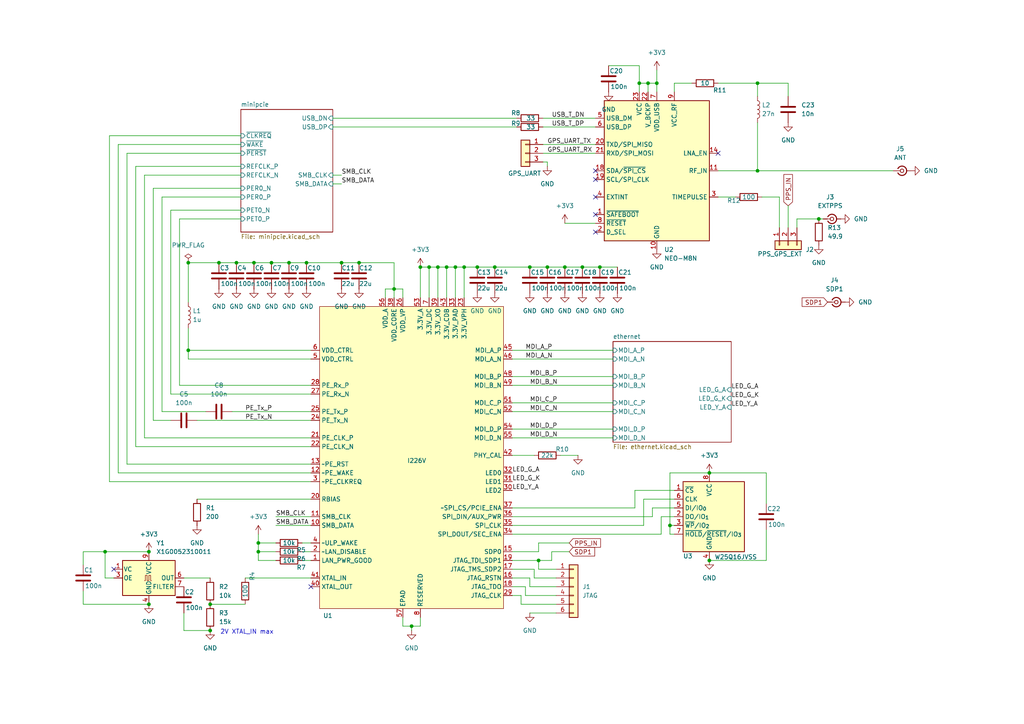
<source format=kicad_sch>
(kicad_sch
	(version 20250114)
	(generator "eeschema")
	(generator_version "9.0")
	(uuid "7e315fcc-4c08-4478-912a-13f19681d519")
	(paper "A4")
	
	(text "2V XTAL_IN max"
		(exclude_from_sim no)
		(at 71.628 183.388 0)
		(effects
			(font
				(size 1.27 1.27)
			)
		)
		(uuid "a77a727d-f480-404a-b92a-f42faec85ed6")
	)
	(junction
		(at 121.92 77.47)
		(diameter 0)
		(color 0 0 0 0)
		(uuid "15ac9c60-f192-4d40-b142-11e9fba35e7f")
	)
	(junction
		(at 114.3 83.82)
		(diameter 0)
		(color 0 0 0 0)
		(uuid "1608a62d-ae6e-4555-bd3a-5b77c492d3b0")
	)
	(junction
		(at 156.21 162.56)
		(diameter 0)
		(color 0 0 0 0)
		(uuid "162ef6af-4905-4e8a-9513-0f2b05ae1420")
	)
	(junction
		(at 119.38 181.61)
		(diameter 0)
		(color 0 0 0 0)
		(uuid "1d330962-b785-4731-8620-4cbb08245412")
	)
	(junction
		(at 74.93 160.02)
		(diameter 0)
		(color 0 0 0 0)
		(uuid "20150a56-3c5c-4a3b-8835-dddfd4cd1a61")
	)
	(junction
		(at 60.96 182.88)
		(diameter 0)
		(color 0 0 0 0)
		(uuid "279f7680-9585-4e06-a18c-56d7d2f13965")
	)
	(junction
		(at 73.66 76.2)
		(diameter 0)
		(color 0 0 0 0)
		(uuid "2a3ce4cc-bd54-45e7-9f59-1712a12f92fb")
	)
	(junction
		(at 30.48 160.02)
		(diameter 0)
		(color 0 0 0 0)
		(uuid "31079c75-9281-4df0-8408-1a49eb745f00")
	)
	(junction
		(at 104.14 76.2)
		(diameter 0)
		(color 0 0 0 0)
		(uuid "31b84236-90f4-4187-815c-6df4bd43d89e")
	)
	(junction
		(at 43.18 175.26)
		(diameter 0)
		(color 0 0 0 0)
		(uuid "3233f70f-f6d2-43dc-9fa4-548da5753735")
	)
	(junction
		(at 132.08 77.47)
		(diameter 0)
		(color 0 0 0 0)
		(uuid "3ce3a955-e4b4-4c96-a855-848c497cd0b6")
	)
	(junction
		(at 83.82 76.2)
		(diameter 0)
		(color 0 0 0 0)
		(uuid "3e0d14eb-7f44-4934-958d-e3154fd04ac3")
	)
	(junction
		(at 78.74 76.2)
		(diameter 0)
		(color 0 0 0 0)
		(uuid "3f0f5244-a0df-43a8-95dc-c6db62e1f69e")
	)
	(junction
		(at 158.75 77.47)
		(diameter 0)
		(color 0 0 0 0)
		(uuid "44c97dbe-2be4-4dc7-bf59-f15094e7e34d")
	)
	(junction
		(at 194.31 152.4)
		(diameter 0)
		(color 0 0 0 0)
		(uuid "56b8f247-e3b7-4da6-ba4e-1de059d3de25")
	)
	(junction
		(at 68.58 76.2)
		(diameter 0)
		(color 0 0 0 0)
		(uuid "58c52a96-a087-46c1-9087-0fd8d7a66827")
	)
	(junction
		(at 168.91 77.47)
		(diameter 0)
		(color 0 0 0 0)
		(uuid "5f35387c-2eb3-414e-9456-b9baeaa9ff21")
	)
	(junction
		(at 205.74 162.56)
		(diameter 0)
		(color 0 0 0 0)
		(uuid "650fdf4c-15ff-41f3-a1ef-cd356a25b48e")
	)
	(junction
		(at 127 77.47)
		(diameter 0)
		(color 0 0 0 0)
		(uuid "778e332a-a041-4779-8fea-0c9a1ced8c1b")
	)
	(junction
		(at 219.71 24.13)
		(diameter 0)
		(color 0 0 0 0)
		(uuid "7a722601-789e-491b-a6dd-3506bd3a78e1")
	)
	(junction
		(at 63.5 76.2)
		(diameter 0)
		(color 0 0 0 0)
		(uuid "81a5df29-a85a-4ddd-b8f0-e638f37f38e3")
	)
	(junction
		(at 190.5 24.13)
		(diameter 0)
		(color 0 0 0 0)
		(uuid "867f86e0-02b3-462b-9871-b6aaec853bfc")
	)
	(junction
		(at 237.49 63.5)
		(diameter 0)
		(color 0 0 0 0)
		(uuid "92c71d0c-a56a-4b6d-821a-caacdfef9ceb")
	)
	(junction
		(at 88.9 76.2)
		(diameter 0)
		(color 0 0 0 0)
		(uuid "95e66ec0-ac62-4999-a175-43e075c768d4")
	)
	(junction
		(at 163.83 77.47)
		(diameter 0)
		(color 0 0 0 0)
		(uuid "9aada944-1328-491d-bbe8-d8f8f1d74b63")
	)
	(junction
		(at 54.61 101.6)
		(diameter 0)
		(color 0 0 0 0)
		(uuid "a3045b76-7c7b-4ede-9b46-ca9ecffab40e")
	)
	(junction
		(at 143.51 77.47)
		(diameter 0)
		(color 0 0 0 0)
		(uuid "a3894f0d-99e2-48c1-af17-d8f0a5b71667")
	)
	(junction
		(at 124.46 77.47)
		(diameter 0)
		(color 0 0 0 0)
		(uuid "adb8d202-120b-415d-82be-febd3d18e8b4")
	)
	(junction
		(at 54.61 76.2)
		(diameter 0)
		(color 0 0 0 0)
		(uuid "add6e2f3-0802-4195-bfd8-e444d4f965f2")
	)
	(junction
		(at 138.43 77.47)
		(diameter 0)
		(color 0 0 0 0)
		(uuid "b452280a-cd74-4581-b379-1f7e16a51f16")
	)
	(junction
		(at 74.93 157.48)
		(diameter 0)
		(color 0 0 0 0)
		(uuid "bd923538-88cf-4169-af94-c019883b1145")
	)
	(junction
		(at 173.99 77.47)
		(diameter 0)
		(color 0 0 0 0)
		(uuid "ca10c261-8366-471e-add1-220ff964fe36")
	)
	(junction
		(at 134.62 77.47)
		(diameter 0)
		(color 0 0 0 0)
		(uuid "d261c48d-7281-42df-bf6a-f95a060ce4b2")
	)
	(junction
		(at 99.06 76.2)
		(diameter 0)
		(color 0 0 0 0)
		(uuid "d3d5e24b-ac06-4374-9561-ae5e15b40699")
	)
	(junction
		(at 60.96 175.26)
		(diameter 0)
		(color 0 0 0 0)
		(uuid "e5b5c698-ce34-499f-81ef-d68b1fb27adc")
	)
	(junction
		(at 185.42 24.13)
		(diameter 0)
		(color 0 0 0 0)
		(uuid "e635585c-47ee-48f4-b7b4-2ff01998c334")
	)
	(junction
		(at 187.96 24.13)
		(diameter 0)
		(color 0 0 0 0)
		(uuid "e72d5fe2-ee5e-4c25-9e10-bc29ca39fd36")
	)
	(junction
		(at 129.54 77.47)
		(diameter 0)
		(color 0 0 0 0)
		(uuid "e7bff564-a17b-4c5c-a2e9-3d0d764b6e41")
	)
	(junction
		(at 219.71 49.53)
		(diameter 0)
		(color 0 0 0 0)
		(uuid "ec498b15-3cb8-413d-a063-8e89c24cad79")
	)
	(junction
		(at 43.18 160.02)
		(diameter 0)
		(color 0 0 0 0)
		(uuid "eca66643-7d0e-4e3c-a5eb-101823525b7c")
	)
	(junction
		(at 205.74 137.16)
		(diameter 0)
		(color 0 0 0 0)
		(uuid "f14b4a5a-253c-4017-afab-f94456561a0a")
	)
	(junction
		(at 153.67 77.47)
		(diameter 0)
		(color 0 0 0 0)
		(uuid "f78abb94-2586-4335-b4b9-1138ed3d7629")
	)
	(no_connect
		(at 172.72 67.31)
		(uuid "07d1ccd0-b195-4f0f-9528-10a67e031869")
	)
	(no_connect
		(at 208.28 44.45)
		(uuid "2fc061f3-af72-4664-bbbc-d40f0154d10a")
	)
	(no_connect
		(at 172.72 52.07)
		(uuid "528fca39-7731-435e-9d76-25d06f0974b6")
	)
	(no_connect
		(at 33.02 165.1)
		(uuid "75281eac-40a0-4233-bb2e-f356792e8471")
	)
	(no_connect
		(at 172.72 57.15)
		(uuid "9acb4f20-b51a-4489-ad1e-3a91a7ceb0a7")
	)
	(no_connect
		(at 172.72 62.23)
		(uuid "c01c977c-7309-42d2-bf08-c559a61ebffe")
	)
	(no_connect
		(at 90.17 170.18)
		(uuid "cd0d6188-87c0-4d90-a416-a53320f1d057")
	)
	(no_connect
		(at 172.72 49.53)
		(uuid "e975f0b6-1ea4-4c82-b8d9-8289671e6758")
	)
	(wire
		(pts
			(xy 44.45 54.61) (xy 44.45 121.92)
		)
		(stroke
			(width 0)
			(type default)
		)
		(uuid "002b5a96-fc3f-4293-a229-1b062103eda6")
	)
	(wire
		(pts
			(xy 69.85 39.37) (xy 31.75 39.37)
		)
		(stroke
			(width 0)
			(type default)
		)
		(uuid "04cefaa4-a365-4c8b-9728-5cf81fb212fa")
	)
	(wire
		(pts
			(xy 156.21 157.48) (xy 156.21 160.02)
		)
		(stroke
			(width 0)
			(type default)
		)
		(uuid "05ab908e-c401-4276-9c00-93a00f66228f")
	)
	(wire
		(pts
			(xy 160.02 160.02) (xy 160.02 162.56)
		)
		(stroke
			(width 0)
			(type default)
		)
		(uuid "07988cdb-d71f-4a77-864a-a2fc6da63efb")
	)
	(wire
		(pts
			(xy 151.13 172.72) (xy 148.59 172.72)
		)
		(stroke
			(width 0)
			(type default)
		)
		(uuid "0a2b868a-e361-463e-8156-0201d775f428")
	)
	(wire
		(pts
			(xy 195.58 26.67) (xy 195.58 24.13)
		)
		(stroke
			(width 0)
			(type default)
		)
		(uuid "0cc95f31-80cc-4745-8946-9e71f5f7aeef")
	)
	(wire
		(pts
			(xy 52.07 63.5) (xy 52.07 111.76)
		)
		(stroke
			(width 0)
			(type default)
		)
		(uuid "0ef12b00-bd78-4201-8a64-8a734327089d")
	)
	(wire
		(pts
			(xy 124.46 77.47) (xy 127 77.47)
		)
		(stroke
			(width 0)
			(type default)
		)
		(uuid "115179fa-9284-42b5-b626-b171447f9c30")
	)
	(wire
		(pts
			(xy 54.61 76.2) (xy 63.5 76.2)
		)
		(stroke
			(width 0)
			(type default)
		)
		(uuid "1b27d47f-61bd-44af-918b-fc843fba769d")
	)
	(wire
		(pts
			(xy 189.23 149.86) (xy 189.23 147.32)
		)
		(stroke
			(width 0)
			(type default)
		)
		(uuid "1f24f748-5040-49bd-9042-38f6f462a9be")
	)
	(wire
		(pts
			(xy 148.59 119.38) (xy 177.8 119.38)
		)
		(stroke
			(width 0)
			(type default)
		)
		(uuid "20950b56-6ecb-4d5d-b9d3-35659b1f600d")
	)
	(wire
		(pts
			(xy 74.93 162.56) (xy 80.01 162.56)
		)
		(stroke
			(width 0)
			(type default)
		)
		(uuid "2099e178-45cd-4ef2-8143-94f0033d8303")
	)
	(wire
		(pts
			(xy 186.69 144.78) (xy 195.58 144.78)
		)
		(stroke
			(width 0)
			(type default)
		)
		(uuid "209deaec-c443-4ace-94d0-d78e17f15c3b")
	)
	(wire
		(pts
			(xy 222.25 146.05) (xy 222.25 137.16)
		)
		(stroke
			(width 0)
			(type default)
		)
		(uuid "20c00e64-9dc8-430d-a490-904ca300ee3c")
	)
	(wire
		(pts
			(xy 153.67 170.18) (xy 153.67 167.64)
		)
		(stroke
			(width 0)
			(type default)
		)
		(uuid "256176a2-0be2-4429-94f4-ee07b427388b")
	)
	(wire
		(pts
			(xy 129.54 77.47) (xy 129.54 86.36)
		)
		(stroke
			(width 0)
			(type default)
		)
		(uuid "260b82a1-12c9-43d5-ab2f-273dfcb6bbb6")
	)
	(wire
		(pts
			(xy 96.52 34.29) (xy 149.86 34.29)
		)
		(stroke
			(width 0)
			(type default)
		)
		(uuid "2684086a-3f1c-49d2-978f-3b4c913c24ad")
	)
	(wire
		(pts
			(xy 69.85 41.91) (xy 34.29 41.91)
		)
		(stroke
			(width 0)
			(type default)
		)
		(uuid "26a6ff61-a63b-4719-b315-3a2a886cad9f")
	)
	(wire
		(pts
			(xy 148.59 132.08) (xy 154.94 132.08)
		)
		(stroke
			(width 0)
			(type default)
		)
		(uuid "2b9b832b-4bbe-4b0b-9528-157eef2abe97")
	)
	(wire
		(pts
			(xy 208.28 49.53) (xy 219.71 49.53)
		)
		(stroke
			(width 0)
			(type default)
		)
		(uuid "2bd0dcd1-ac5f-40de-9f32-2d3755e829c7")
	)
	(wire
		(pts
			(xy 154.94 167.64) (xy 154.94 165.1)
		)
		(stroke
			(width 0)
			(type default)
		)
		(uuid "2bdc7f4d-b139-4ce5-9eec-904c39c3cef3")
	)
	(wire
		(pts
			(xy 157.48 36.83) (xy 172.72 36.83)
		)
		(stroke
			(width 0)
			(type default)
		)
		(uuid "2c13baf9-a182-48e4-b89a-a6c00f8eebf9")
	)
	(wire
		(pts
			(xy 154.94 165.1) (xy 148.59 165.1)
		)
		(stroke
			(width 0)
			(type default)
		)
		(uuid "2ca75ecf-46a6-4cef-bbc9-e4c693c97c51")
	)
	(wire
		(pts
			(xy 132.08 77.47) (xy 134.62 77.47)
		)
		(stroke
			(width 0)
			(type default)
		)
		(uuid "2d50e9fe-50e0-4459-846f-0fff1fda26e0")
	)
	(wire
		(pts
			(xy 74.93 157.48) (xy 80.01 157.48)
		)
		(stroke
			(width 0)
			(type default)
		)
		(uuid "2de7d47a-ebf4-4492-976d-b5e2b26815c7")
	)
	(wire
		(pts
			(xy 173.99 77.47) (xy 179.07 77.47)
		)
		(stroke
			(width 0)
			(type default)
		)
		(uuid "2e8af139-8194-4519-9b91-59ea2eb91617")
	)
	(wire
		(pts
			(xy 121.92 181.61) (xy 119.38 181.61)
		)
		(stroke
			(width 0)
			(type default)
		)
		(uuid "30a1c282-8bb9-406f-ab6e-f47e8e15b0dc")
	)
	(wire
		(pts
			(xy 151.13 175.26) (xy 161.29 175.26)
		)
		(stroke
			(width 0)
			(type default)
		)
		(uuid "3101936a-2006-4744-a2b4-3ef0f3c38cfe")
	)
	(wire
		(pts
			(xy 184.15 142.24) (xy 195.58 142.24)
		)
		(stroke
			(width 0)
			(type default)
		)
		(uuid "31c46603-8e59-40c6-8f30-cf0512f054f5")
	)
	(wire
		(pts
			(xy 228.6 24.13) (xy 228.6 27.94)
		)
		(stroke
			(width 0)
			(type default)
		)
		(uuid "33dfa642-0780-45ba-8c9f-5920aed68dbe")
	)
	(wire
		(pts
			(xy 163.83 77.47) (xy 168.91 77.47)
		)
		(stroke
			(width 0)
			(type default)
		)
		(uuid "36971a0f-4a97-4085-b1af-730a9d34a525")
	)
	(wire
		(pts
			(xy 148.59 101.6) (xy 177.8 101.6)
		)
		(stroke
			(width 0)
			(type default)
		)
		(uuid "3a9ce55d-9ace-45ba-8b7b-fb9b8703126c")
	)
	(wire
		(pts
			(xy 53.34 177.8) (xy 53.34 182.88)
		)
		(stroke
			(width 0)
			(type default)
		)
		(uuid "3ab2dd9e-90f2-466d-bccb-9972f6a6ecb0")
	)
	(wire
		(pts
			(xy 53.34 167.64) (xy 60.96 167.64)
		)
		(stroke
			(width 0)
			(type default)
		)
		(uuid "3e76b003-c125-45bc-8a89-f347eee6bafe")
	)
	(wire
		(pts
			(xy 96.52 50.8) (xy 99.06 50.8)
		)
		(stroke
			(width 0)
			(type default)
		)
		(uuid "40a8d21b-5b38-4b0b-8102-bef86a9160ee")
	)
	(wire
		(pts
			(xy 80.01 149.86) (xy 90.17 149.86)
		)
		(stroke
			(width 0)
			(type default)
		)
		(uuid "42bd11f8-ecf4-4f2f-b2ba-9c0081eafc69")
	)
	(wire
		(pts
			(xy 195.58 152.4) (xy 194.31 152.4)
		)
		(stroke
			(width 0)
			(type default)
		)
		(uuid "43ee2987-653c-4441-bf2a-c4d6c10c2c09")
	)
	(wire
		(pts
			(xy 116.84 86.36) (xy 116.84 83.82)
		)
		(stroke
			(width 0)
			(type default)
		)
		(uuid "4794566b-fea5-4697-9117-22255a6d3ebb")
	)
	(wire
		(pts
			(xy 34.29 137.16) (xy 90.17 137.16)
		)
		(stroke
			(width 0)
			(type default)
		)
		(uuid "488b3b44-0090-4ce0-b338-16c79289d74d")
	)
	(wire
		(pts
			(xy 138.43 77.47) (xy 143.51 77.47)
		)
		(stroke
			(width 0)
			(type default)
		)
		(uuid "49530400-62ce-4d00-87dc-6047d6f8615a")
	)
	(wire
		(pts
			(xy 49.53 60.96) (xy 49.53 114.3)
		)
		(stroke
			(width 0)
			(type default)
		)
		(uuid "49f36069-7056-4559-a4f7-08dd56653339")
	)
	(wire
		(pts
			(xy 74.93 160.02) (xy 80.01 160.02)
		)
		(stroke
			(width 0)
			(type default)
		)
		(uuid "4b6304a5-7b5b-42d8-8d73-e91affe7bbf1")
	)
	(wire
		(pts
			(xy 194.31 137.16) (xy 205.74 137.16)
		)
		(stroke
			(width 0)
			(type default)
		)
		(uuid "4bd3fb83-d912-469e-b0a4-3aa66840452a")
	)
	(wire
		(pts
			(xy 156.21 162.56) (xy 148.59 162.56)
		)
		(stroke
			(width 0)
			(type default)
		)
		(uuid "4ca0a004-5bd0-450a-a910-127b7925ea7a")
	)
	(wire
		(pts
			(xy 121.92 179.07) (xy 121.92 181.61)
		)
		(stroke
			(width 0)
			(type default)
		)
		(uuid "4f178d44-386b-4798-8cdc-799530c7d1eb")
	)
	(wire
		(pts
			(xy 87.63 162.56) (xy 90.17 162.56)
		)
		(stroke
			(width 0)
			(type default)
		)
		(uuid "4f638551-3428-4579-b838-497bb7f88e52")
	)
	(wire
		(pts
			(xy 39.37 129.54) (xy 90.17 129.54)
		)
		(stroke
			(width 0)
			(type default)
		)
		(uuid "50c96c9b-f1cf-4891-bc1d-3d7420ccd634")
	)
	(wire
		(pts
			(xy 153.67 77.47) (xy 158.75 77.47)
		)
		(stroke
			(width 0)
			(type default)
		)
		(uuid "51527fe7-7272-435f-9cdf-180dd3947aa6")
	)
	(wire
		(pts
			(xy 187.96 24.13) (xy 187.96 26.67)
		)
		(stroke
			(width 0)
			(type default)
		)
		(uuid "54bd46c5-063a-43dc-aca8-5e64fcf136d8")
	)
	(wire
		(pts
			(xy 104.14 76.2) (xy 114.3 76.2)
		)
		(stroke
			(width 0)
			(type default)
		)
		(uuid "56c4f2d1-4a97-44b4-8903-8dfc1f8bcf13")
	)
	(wire
		(pts
			(xy 24.13 160.02) (xy 24.13 163.83)
		)
		(stroke
			(width 0)
			(type default)
		)
		(uuid "571ba761-7523-4533-ab9e-41dec9a0833b")
	)
	(wire
		(pts
			(xy 87.63 157.48) (xy 90.17 157.48)
		)
		(stroke
			(width 0)
			(type default)
		)
		(uuid "57cb6962-18d7-459b-83fd-f5ee67f023f1")
	)
	(wire
		(pts
			(xy 148.59 104.14) (xy 177.8 104.14)
		)
		(stroke
			(width 0)
			(type default)
		)
		(uuid "57f49b3d-a883-49d0-848c-27ecc4a123c8")
	)
	(wire
		(pts
			(xy 134.62 77.47) (xy 138.43 77.47)
		)
		(stroke
			(width 0)
			(type default)
		)
		(uuid "5838c644-74b9-4e56-b2a0-000f7d3e7885")
	)
	(wire
		(pts
			(xy 39.37 48.26) (xy 69.85 48.26)
		)
		(stroke
			(width 0)
			(type default)
		)
		(uuid "59230216-acbe-4475-8503-729ccd0f8274")
	)
	(wire
		(pts
			(xy 194.31 152.4) (xy 194.31 154.94)
		)
		(stroke
			(width 0)
			(type default)
		)
		(uuid "5b1da32b-e19c-4495-baca-403d195e4cf0")
	)
	(wire
		(pts
			(xy 184.15 147.32) (xy 184.15 142.24)
		)
		(stroke
			(width 0)
			(type default)
		)
		(uuid "5b241409-edae-4d33-ac35-430865db54ef")
	)
	(wire
		(pts
			(xy 132.08 77.47) (xy 132.08 86.36)
		)
		(stroke
			(width 0)
			(type default)
		)
		(uuid "5fad9f32-133f-466e-870a-32a43f6bf28d")
	)
	(wire
		(pts
			(xy 156.21 165.1) (xy 156.21 162.56)
		)
		(stroke
			(width 0)
			(type default)
		)
		(uuid "616d0151-0c7d-4cbe-9585-90c9f5ee6f33")
	)
	(wire
		(pts
			(xy 228.6 59.69) (xy 228.6 66.04)
		)
		(stroke
			(width 0)
			(type default)
		)
		(uuid "61f06dc4-89f9-4486-963a-8b8ca14d870f")
	)
	(wire
		(pts
			(xy 157.48 41.91) (xy 172.72 41.91)
		)
		(stroke
			(width 0)
			(type default)
		)
		(uuid "64285a30-c3da-4cbc-a07a-87d8a0f42b36")
	)
	(wire
		(pts
			(xy 185.42 19.05) (xy 185.42 24.13)
		)
		(stroke
			(width 0)
			(type default)
		)
		(uuid "643d6e95-1b40-4395-8cc5-e7c2faf85832")
	)
	(wire
		(pts
			(xy 208.28 57.15) (xy 213.36 57.15)
		)
		(stroke
			(width 0)
			(type default)
		)
		(uuid "66329939-045b-4897-b7dc-75668ce680d8")
	)
	(wire
		(pts
			(xy 49.53 60.96) (xy 69.85 60.96)
		)
		(stroke
			(width 0)
			(type default)
		)
		(uuid "66d6c60a-4472-4a9d-b0d4-4ebed526a4c1")
	)
	(wire
		(pts
			(xy 190.5 24.13) (xy 190.5 26.67)
		)
		(stroke
			(width 0)
			(type default)
		)
		(uuid "679acbeb-11cf-47df-aead-61aac8896a52")
	)
	(wire
		(pts
			(xy 154.94 167.64) (xy 161.29 167.64)
		)
		(stroke
			(width 0)
			(type default)
		)
		(uuid "6a9c30fb-7ced-4eb6-b3fa-a809a73cf292")
	)
	(wire
		(pts
			(xy 195.58 154.94) (xy 194.31 154.94)
		)
		(stroke
			(width 0)
			(type default)
		)
		(uuid "6bb98176-0642-48c2-9179-9d8ee98793f9")
	)
	(wire
		(pts
			(xy 36.83 134.62) (xy 90.17 134.62)
		)
		(stroke
			(width 0)
			(type default)
		)
		(uuid "6d90f4b8-acd1-4f71-b338-de2b56e3cf43")
	)
	(wire
		(pts
			(xy 67.31 119.38) (xy 90.17 119.38)
		)
		(stroke
			(width 0)
			(type default)
		)
		(uuid "6e04540e-ffbb-43f0-aabe-cfa06c7391d9")
	)
	(wire
		(pts
			(xy 219.71 24.13) (xy 228.6 24.13)
		)
		(stroke
			(width 0)
			(type default)
		)
		(uuid "6f5c59d9-2846-4db0-81cb-041e851eabef")
	)
	(wire
		(pts
			(xy 74.93 157.48) (xy 74.93 160.02)
		)
		(stroke
			(width 0)
			(type default)
		)
		(uuid "7109fc79-5896-40e9-a140-edc8092ad8e4")
	)
	(wire
		(pts
			(xy 119.38 181.61) (xy 119.38 182.88)
		)
		(stroke
			(width 0)
			(type default)
		)
		(uuid "71bdea77-e57b-4af0-9928-5ed7c773cadb")
	)
	(wire
		(pts
			(xy 148.59 127) (xy 177.8 127)
		)
		(stroke
			(width 0)
			(type default)
		)
		(uuid "726ca48a-2cb3-4176-bac4-b264f385ce8f")
	)
	(wire
		(pts
			(xy 68.58 76.2) (xy 73.66 76.2)
		)
		(stroke
			(width 0)
			(type default)
		)
		(uuid "72873cf0-1e7a-4851-a5f8-3bd6c6c3c41c")
	)
	(wire
		(pts
			(xy 219.71 35.56) (xy 219.71 49.53)
		)
		(stroke
			(width 0)
			(type default)
		)
		(uuid "72d8726e-f7da-4172-b989-bbb5f00602b0")
	)
	(wire
		(pts
			(xy 116.84 83.82) (xy 114.3 83.82)
		)
		(stroke
			(width 0)
			(type default)
		)
		(uuid "731669e6-2048-4cf6-bc51-ba7e485f9dbf")
	)
	(wire
		(pts
			(xy 187.96 24.13) (xy 190.5 24.13)
		)
		(stroke
			(width 0)
			(type default)
		)
		(uuid "753a69ab-3d97-49f1-95ef-f4c46e375805")
	)
	(wire
		(pts
			(xy 111.76 83.82) (xy 111.76 86.36)
		)
		(stroke
			(width 0)
			(type default)
		)
		(uuid "774e8fd4-7ca3-4050-a6dc-6d7c8e57c081")
	)
	(wire
		(pts
			(xy 158.75 46.99) (xy 158.75 48.26)
		)
		(stroke
			(width 0)
			(type default)
		)
		(uuid "7928925c-d1ee-46dd-b1b4-d7ce4547cf7d")
	)
	(wire
		(pts
			(xy 237.49 63.5) (xy 231.14 63.5)
		)
		(stroke
			(width 0)
			(type default)
		)
		(uuid "794fa417-416f-4d47-aafd-2edc11808fc2")
	)
	(wire
		(pts
			(xy 148.59 152.4) (xy 186.69 152.4)
		)
		(stroke
			(width 0)
			(type default)
		)
		(uuid "7b8ec50c-72c3-4788-b23c-81183c1ba3e8")
	)
	(wire
		(pts
			(xy 194.31 152.4) (xy 194.31 137.16)
		)
		(stroke
			(width 0)
			(type default)
		)
		(uuid "7bf205b2-c74c-4e2c-9fec-6c61e7b22e88")
	)
	(wire
		(pts
			(xy 153.67 167.64) (xy 148.59 167.64)
		)
		(stroke
			(width 0)
			(type default)
		)
		(uuid "7cc0c28d-99af-4b72-ab21-eb9f7bf5858a")
	)
	(wire
		(pts
			(xy 69.85 44.45) (xy 36.83 44.45)
		)
		(stroke
			(width 0)
			(type default)
		)
		(uuid "7cecc6b0-d57c-4755-a7a6-5db7ab6eec98")
	)
	(wire
		(pts
			(xy 160.02 162.56) (xy 156.21 162.56)
		)
		(stroke
			(width 0)
			(type default)
		)
		(uuid "7e1a3894-b93b-4943-b987-8bbdd63fb46a")
	)
	(wire
		(pts
			(xy 41.91 50.8) (xy 41.91 127)
		)
		(stroke
			(width 0)
			(type default)
		)
		(uuid "80429dba-8225-4366-a729-f342a6cc5c8f")
	)
	(wire
		(pts
			(xy 60.96 175.26) (xy 71.12 175.26)
		)
		(stroke
			(width 0)
			(type default)
		)
		(uuid "80599721-8f62-406e-bf2f-c3b31a854974")
	)
	(wire
		(pts
			(xy 53.34 182.88) (xy 60.96 182.88)
		)
		(stroke
			(width 0)
			(type default)
		)
		(uuid "837a71d6-a261-4a5e-84bf-105e0cfc071d")
	)
	(wire
		(pts
			(xy 208.28 24.13) (xy 219.71 24.13)
		)
		(stroke
			(width 0)
			(type default)
		)
		(uuid "84af4490-65ba-4410-a549-64062f3036d8")
	)
	(wire
		(pts
			(xy 148.59 124.46) (xy 177.8 124.46)
		)
		(stroke
			(width 0)
			(type default)
		)
		(uuid "853ea587-c000-4396-a748-8b64c21c3f70")
	)
	(wire
		(pts
			(xy 30.48 167.64) (xy 30.48 160.02)
		)
		(stroke
			(width 0)
			(type default)
		)
		(uuid "85752a84-655d-48ca-a4b4-eed70304247a")
	)
	(wire
		(pts
			(xy 49.53 114.3) (xy 90.17 114.3)
		)
		(stroke
			(width 0)
			(type default)
		)
		(uuid "8743dbfc-7883-4477-bb50-1f6d35c760d2")
	)
	(wire
		(pts
			(xy 74.93 160.02) (xy 74.93 162.56)
		)
		(stroke
			(width 0)
			(type default)
		)
		(uuid "87d60d4d-3427-4cf0-a9cb-f1c5edc14b4d")
	)
	(wire
		(pts
			(xy 41.91 50.8) (xy 69.85 50.8)
		)
		(stroke
			(width 0)
			(type default)
		)
		(uuid "884426b8-8817-4073-87e2-b9b387e5928d")
	)
	(wire
		(pts
			(xy 127 77.47) (xy 129.54 77.47)
		)
		(stroke
			(width 0)
			(type default)
		)
		(uuid "89791367-ffcf-40ca-a2b2-16d9f70809a3")
	)
	(wire
		(pts
			(xy 57.15 121.92) (xy 90.17 121.92)
		)
		(stroke
			(width 0)
			(type default)
		)
		(uuid "898f1d65-6dfa-4eb8-be79-84148a17dc08")
	)
	(wire
		(pts
			(xy 88.9 76.2) (xy 83.82 76.2)
		)
		(stroke
			(width 0)
			(type default)
		)
		(uuid "8add14d1-d7fb-4648-b922-5f34bb2335b5")
	)
	(wire
		(pts
			(xy 54.61 101.6) (xy 90.17 101.6)
		)
		(stroke
			(width 0)
			(type default)
		)
		(uuid "8c14a6f2-c3dd-4c18-b643-af22296b6b37")
	)
	(wire
		(pts
			(xy 219.71 24.13) (xy 219.71 27.94)
		)
		(stroke
			(width 0)
			(type default)
		)
		(uuid "8c2092b0-e1df-4241-84ef-4b88154a9edb")
	)
	(wire
		(pts
			(xy 83.82 76.2) (xy 78.74 76.2)
		)
		(stroke
			(width 0)
			(type default)
		)
		(uuid "8cd09ac5-ece4-43bb-8103-033dc932a68b")
	)
	(wire
		(pts
			(xy 222.25 162.56) (xy 205.74 162.56)
		)
		(stroke
			(width 0)
			(type default)
		)
		(uuid "8cf64278-c4e8-45f6-adfb-3bc6857183d0")
	)
	(wire
		(pts
			(xy 153.67 177.8) (xy 161.29 177.8)
		)
		(stroke
			(width 0)
			(type default)
		)
		(uuid "8e76d0c9-d8b7-4851-a6df-5dc0f7ecd9a9")
	)
	(wire
		(pts
			(xy 39.37 48.26) (xy 39.37 129.54)
		)
		(stroke
			(width 0)
			(type default)
		)
		(uuid "91faaf3a-769b-4f23-8135-dfe07f5ff4d6")
	)
	(wire
		(pts
			(xy 46.99 119.38) (xy 59.69 119.38)
		)
		(stroke
			(width 0)
			(type default)
		)
		(uuid "9290da1b-9676-43b0-b469-0395f5a8c997")
	)
	(wire
		(pts
			(xy 157.48 44.45) (xy 172.72 44.45)
		)
		(stroke
			(width 0)
			(type default)
		)
		(uuid "951d7755-18d7-4aae-a493-149b20b22453")
	)
	(wire
		(pts
			(xy 31.75 39.37) (xy 31.75 139.7)
		)
		(stroke
			(width 0)
			(type default)
		)
		(uuid "9562f69b-0e8a-4e31-8d43-2e8eceaa61ef")
	)
	(wire
		(pts
			(xy 116.84 179.07) (xy 116.84 181.61)
		)
		(stroke
			(width 0)
			(type default)
		)
		(uuid "96cb1640-ab4e-4a9e-9cc2-b379d1604cda")
	)
	(wire
		(pts
			(xy 24.13 171.45) (xy 24.13 175.26)
		)
		(stroke
			(width 0)
			(type default)
		)
		(uuid "9a6c30dd-409b-4c7e-a65a-810eca1e0c82")
	)
	(wire
		(pts
			(xy 191.77 154.94) (xy 191.77 149.86)
		)
		(stroke
			(width 0)
			(type default)
		)
		(uuid "9a921f42-83cd-487c-994b-4c23ce9a2d0e")
	)
	(wire
		(pts
			(xy 226.06 57.15) (xy 226.06 66.04)
		)
		(stroke
			(width 0)
			(type default)
		)
		(uuid "9c0dd55b-b1a6-4e42-96fd-235a98cb0049")
	)
	(wire
		(pts
			(xy 36.83 44.45) (xy 36.83 134.62)
		)
		(stroke
			(width 0)
			(type default)
		)
		(uuid "9d94b886-4902-469d-aa79-b7cd2d9dcc52")
	)
	(wire
		(pts
			(xy 222.25 153.67) (xy 222.25 162.56)
		)
		(stroke
			(width 0)
			(type default)
		)
		(uuid "a08d9d4e-cefe-4527-8479-c3b95d482724")
	)
	(wire
		(pts
			(xy 190.5 20.32) (xy 190.5 24.13)
		)
		(stroke
			(width 0)
			(type default)
		)
		(uuid "a1bf4d95-828e-48e9-85e4-60441ffcb1fd")
	)
	(wire
		(pts
			(xy 152.4 172.72) (xy 152.4 170.18)
		)
		(stroke
			(width 0)
			(type default)
		)
		(uuid "a2f519b0-db68-483f-8728-14e58231b04e")
	)
	(wire
		(pts
			(xy 99.06 76.2) (xy 104.14 76.2)
		)
		(stroke
			(width 0)
			(type default)
		)
		(uuid "a4d4ef4f-aaae-43f1-8ce6-03fabb75d9d7")
	)
	(wire
		(pts
			(xy 54.61 104.14) (xy 54.61 101.6)
		)
		(stroke
			(width 0)
			(type default)
		)
		(uuid "a6477c10-9b9e-41d1-b9d8-d7e45b0a6c18")
	)
	(wire
		(pts
			(xy 165.1 157.48) (xy 156.21 157.48)
		)
		(stroke
			(width 0)
			(type default)
		)
		(uuid "a6b1751e-3c86-4a0a-885f-9f93aa57075e")
	)
	(wire
		(pts
			(xy 124.46 77.47) (xy 124.46 86.36)
		)
		(stroke
			(width 0)
			(type default)
		)
		(uuid "a89ac52a-bff8-4643-a11c-07d64f825940")
	)
	(wire
		(pts
			(xy 34.29 41.91) (xy 34.29 137.16)
		)
		(stroke
			(width 0)
			(type default)
		)
		(uuid "ab5a4387-f54f-49ed-a8ef-1849e44b3f43")
	)
	(wire
		(pts
			(xy 157.48 34.29) (xy 172.72 34.29)
		)
		(stroke
			(width 0)
			(type default)
		)
		(uuid "ad713663-63e6-4bd2-8ca3-7acd73b281bf")
	)
	(wire
		(pts
			(xy 52.07 63.5) (xy 69.85 63.5)
		)
		(stroke
			(width 0)
			(type default)
		)
		(uuid "aed3c1bd-3e49-4b6b-83e8-b4bb75a06a54")
	)
	(wire
		(pts
			(xy 52.07 111.76) (xy 90.17 111.76)
		)
		(stroke
			(width 0)
			(type default)
		)
		(uuid "b0a1d277-0239-4126-8288-a9411eca94d0")
	)
	(wire
		(pts
			(xy 114.3 83.82) (xy 111.76 83.82)
		)
		(stroke
			(width 0)
			(type default)
		)
		(uuid "b0e30c1a-b87f-415f-91c1-e441ac46afbb")
	)
	(wire
		(pts
			(xy 231.14 63.5) (xy 231.14 66.04)
		)
		(stroke
			(width 0)
			(type default)
		)
		(uuid "b2e7bd72-51c4-4aa3-97a5-32da3677eead")
	)
	(wire
		(pts
			(xy 152.4 172.72) (xy 161.29 172.72)
		)
		(stroke
			(width 0)
			(type default)
		)
		(uuid "b440a653-92e1-430f-9d91-970963884b69")
	)
	(wire
		(pts
			(xy 121.92 77.47) (xy 124.46 77.47)
		)
		(stroke
			(width 0)
			(type default)
		)
		(uuid "b4e8369d-4089-4b61-b0a0-f517d0ba50f8")
	)
	(wire
		(pts
			(xy 121.92 86.36) (xy 121.92 77.47)
		)
		(stroke
			(width 0)
			(type default)
		)
		(uuid "b52f5107-7730-493b-917d-09bdfbc565d3")
	)
	(wire
		(pts
			(xy 151.13 175.26) (xy 151.13 172.72)
		)
		(stroke
			(width 0)
			(type default)
		)
		(uuid "b63ff4eb-4934-435e-a8a9-8c7abd25754d")
	)
	(wire
		(pts
			(xy 33.02 167.64) (xy 30.48 167.64)
		)
		(stroke
			(width 0)
			(type default)
		)
		(uuid "b7a779ba-66e6-43c9-86a3-4284d8a64585")
	)
	(wire
		(pts
			(xy 74.93 154.94) (xy 74.93 157.48)
		)
		(stroke
			(width 0)
			(type default)
		)
		(uuid "b7bbef8d-7440-4e46-947d-15ed129de0fa")
	)
	(wire
		(pts
			(xy 191.77 149.86) (xy 195.58 149.86)
		)
		(stroke
			(width 0)
			(type default)
		)
		(uuid "bb21e031-42f1-4d95-a6f0-6c5298f93f6c")
	)
	(wire
		(pts
			(xy 96.52 53.34) (xy 99.06 53.34)
		)
		(stroke
			(width 0)
			(type default)
		)
		(uuid "bc1bfa16-5ce0-491d-9007-9320cf881535")
	)
	(wire
		(pts
			(xy 176.53 19.05) (xy 185.42 19.05)
		)
		(stroke
			(width 0)
			(type default)
		)
		(uuid "bd7581e8-50c4-40f0-963f-226c137a6da3")
	)
	(wire
		(pts
			(xy 162.56 132.08) (xy 167.64 132.08)
		)
		(stroke
			(width 0)
			(type default)
		)
		(uuid "bdb774a8-6575-40f0-999a-298b23162ff8")
	)
	(wire
		(pts
			(xy 222.25 137.16) (xy 205.74 137.16)
		)
		(stroke
			(width 0)
			(type default)
		)
		(uuid "be2a081a-50a1-4fcf-a754-2194c948e24d")
	)
	(wire
		(pts
			(xy 168.91 77.47) (xy 173.99 77.47)
		)
		(stroke
			(width 0)
			(type default)
		)
		(uuid "c285ab2f-8de2-455b-8a26-ebfd3d9bd1ee")
	)
	(wire
		(pts
			(xy 31.75 139.7) (xy 90.17 139.7)
		)
		(stroke
			(width 0)
			(type default)
		)
		(uuid "c49f4664-6bed-46fc-8108-da8c0711ad60")
	)
	(wire
		(pts
			(xy 88.9 76.2) (xy 99.06 76.2)
		)
		(stroke
			(width 0)
			(type default)
		)
		(uuid "c76510b8-8d6c-4db6-87d3-d90798e599e2")
	)
	(wire
		(pts
			(xy 57.15 144.78) (xy 90.17 144.78)
		)
		(stroke
			(width 0)
			(type default)
		)
		(uuid "c8273006-3e9f-4e61-a170-baaecf812a65")
	)
	(wire
		(pts
			(xy 148.59 147.32) (xy 184.15 147.32)
		)
		(stroke
			(width 0)
			(type default)
		)
		(uuid "c88f0e45-ce89-4de1-9ae8-4a8f7e35809d")
	)
	(wire
		(pts
			(xy 152.4 170.18) (xy 148.59 170.18)
		)
		(stroke
			(width 0)
			(type default)
		)
		(uuid "c8dfafc0-b5c1-4d8a-88b3-527744abd595")
	)
	(wire
		(pts
			(xy 90.17 104.14) (xy 54.61 104.14)
		)
		(stroke
			(width 0)
			(type default)
		)
		(uuid "ca744f0d-ba93-46d3-9fb2-816acdfcee3b")
	)
	(wire
		(pts
			(xy 134.62 77.47) (xy 134.62 86.36)
		)
		(stroke
			(width 0)
			(type default)
		)
		(uuid "cac35911-0665-4734-beed-63c5f7a40b89")
	)
	(wire
		(pts
			(xy 80.01 152.4) (xy 90.17 152.4)
		)
		(stroke
			(width 0)
			(type default)
		)
		(uuid "ce37943e-5a66-4629-b5f7-2c4caafb730b")
	)
	(wire
		(pts
			(xy 44.45 54.61) (xy 69.85 54.61)
		)
		(stroke
			(width 0)
			(type default)
		)
		(uuid "d0603346-4632-456c-82db-dc671d5fab1e")
	)
	(wire
		(pts
			(xy 148.59 111.76) (xy 177.8 111.76)
		)
		(stroke
			(width 0)
			(type default)
		)
		(uuid "d0afbe10-703c-444b-b897-e82abbdf16dd")
	)
	(wire
		(pts
			(xy 157.48 46.99) (xy 158.75 46.99)
		)
		(stroke
			(width 0)
			(type default)
		)
		(uuid "d39c1230-2f8b-4477-9f08-4ed0825821a3")
	)
	(wire
		(pts
			(xy 186.69 152.4) (xy 186.69 144.78)
		)
		(stroke
			(width 0)
			(type default)
		)
		(uuid "d3f4c960-796a-47fc-af68-84fc79e2f2ed")
	)
	(wire
		(pts
			(xy 148.59 109.22) (xy 177.8 109.22)
		)
		(stroke
			(width 0)
			(type default)
		)
		(uuid "d4598b56-d696-4540-a56c-8b5cc503116a")
	)
	(wire
		(pts
			(xy 68.58 76.2) (xy 63.5 76.2)
		)
		(stroke
			(width 0)
			(type default)
		)
		(uuid "d519091f-8ae8-43a0-bd6a-5aa432c497f7")
	)
	(wire
		(pts
			(xy 54.61 101.6) (xy 54.61 95.25)
		)
		(stroke
			(width 0)
			(type default)
		)
		(uuid "d52cbf6b-3c0b-4d01-9d64-d81c216b7eea")
	)
	(wire
		(pts
			(xy 158.75 77.47) (xy 163.83 77.47)
		)
		(stroke
			(width 0)
			(type default)
		)
		(uuid "d60c880a-955d-4aa6-98c1-c467aef34746")
	)
	(wire
		(pts
			(xy 71.12 167.64) (xy 90.17 167.64)
		)
		(stroke
			(width 0)
			(type default)
		)
		(uuid "d649f2e7-c10e-4828-ba1e-6939c2b6d5d9")
	)
	(wire
		(pts
			(xy 189.23 147.32) (xy 195.58 147.32)
		)
		(stroke
			(width 0)
			(type default)
		)
		(uuid "d6ab5202-0d09-4f52-b917-b68871ce6b2a")
	)
	(wire
		(pts
			(xy 46.99 57.15) (xy 46.99 119.38)
		)
		(stroke
			(width 0)
			(type default)
		)
		(uuid "d71c90c7-f530-461b-8c26-8d2bccda7e5d")
	)
	(wire
		(pts
			(xy 195.58 24.13) (xy 200.66 24.13)
		)
		(stroke
			(width 0)
			(type default)
		)
		(uuid "da3f27ff-12e9-473f-97c4-dc16fb677e2d")
	)
	(wire
		(pts
			(xy 41.91 127) (xy 90.17 127)
		)
		(stroke
			(width 0)
			(type default)
		)
		(uuid "db68f9be-e9c5-4bb2-811c-c6a0d56ea329")
	)
	(wire
		(pts
			(xy 143.51 77.47) (xy 153.67 77.47)
		)
		(stroke
			(width 0)
			(type default)
		)
		(uuid "dd30e162-81ac-4522-a888-ada05ea86c94")
	)
	(wire
		(pts
			(xy 156.21 165.1) (xy 161.29 165.1)
		)
		(stroke
			(width 0)
			(type default)
		)
		(uuid "de228e45-7f21-4f64-9885-212457de9e25")
	)
	(wire
		(pts
			(xy 148.59 149.86) (xy 189.23 149.86)
		)
		(stroke
			(width 0)
			(type default)
		)
		(uuid "e2d2a149-15dc-4d95-9a81-af6a032003d8")
	)
	(wire
		(pts
			(xy 54.61 87.63) (xy 54.61 76.2)
		)
		(stroke
			(width 0)
			(type default)
		)
		(uuid "e333fe84-7452-4546-bdae-cfb19d52bf8e")
	)
	(wire
		(pts
			(xy 129.54 77.47) (xy 132.08 77.47)
		)
		(stroke
			(width 0)
			(type default)
		)
		(uuid "e3387ffb-64ac-4aea-8984-e49a5cbe8489")
	)
	(wire
		(pts
			(xy 163.83 64.77) (xy 172.72 64.77)
		)
		(stroke
			(width 0)
			(type default)
		)
		(uuid "e342a4fd-e4c2-42dd-8174-ddc7d6f33cfc")
	)
	(wire
		(pts
			(xy 44.45 121.92) (xy 49.53 121.92)
		)
		(stroke
			(width 0)
			(type default)
		)
		(uuid "e5d3be18-2ae0-4975-881c-6aa3186ebeb4")
	)
	(wire
		(pts
			(xy 185.42 26.67) (xy 185.42 24.13)
		)
		(stroke
			(width 0)
			(type default)
		)
		(uuid "e69ae355-3114-4fee-8fb3-c298be4d8def")
	)
	(wire
		(pts
			(xy 30.48 160.02) (xy 24.13 160.02)
		)
		(stroke
			(width 0)
			(type default)
		)
		(uuid "e877cb48-e763-462a-8db2-fb1abb9b5417")
	)
	(wire
		(pts
			(xy 73.66 76.2) (xy 78.74 76.2)
		)
		(stroke
			(width 0)
			(type default)
		)
		(uuid "ebd6f167-f322-4f64-bf0b-72a5d0a260b3")
	)
	(wire
		(pts
			(xy 220.98 57.15) (xy 226.06 57.15)
		)
		(stroke
			(width 0)
			(type default)
		)
		(uuid "ec775a94-024a-4f5f-a077-5772216ed83a")
	)
	(wire
		(pts
			(xy 238.76 63.5) (xy 237.49 63.5)
		)
		(stroke
			(width 0)
			(type default)
		)
		(uuid "ec9bb4b1-b559-4c0f-a499-f1c4b251a377")
	)
	(wire
		(pts
			(xy 219.71 49.53) (xy 259.08 49.53)
		)
		(stroke
			(width 0)
			(type default)
		)
		(uuid "ee20ea0b-1c0e-4cdd-bc66-a23ae40f2fb6")
	)
	(wire
		(pts
			(xy 87.63 160.02) (xy 90.17 160.02)
		)
		(stroke
			(width 0)
			(type default)
		)
		(uuid "efc1fd49-09bf-4160-b6f2-2f065c637782")
	)
	(wire
		(pts
			(xy 148.59 154.94) (xy 191.77 154.94)
		)
		(stroke
			(width 0)
			(type default)
		)
		(uuid "eff3c9fd-ea53-4a48-9b9e-66edfafbd5c2")
	)
	(wire
		(pts
			(xy 46.99 57.15) (xy 69.85 57.15)
		)
		(stroke
			(width 0)
			(type default)
		)
		(uuid "f19888e5-bf58-448d-ba6b-12b973b5a0c5")
	)
	(wire
		(pts
			(xy 43.18 160.02) (xy 30.48 160.02)
		)
		(stroke
			(width 0)
			(type default)
		)
		(uuid "f3854e77-6408-40b6-b11e-00b6443ebd8e")
	)
	(wire
		(pts
			(xy 127 77.47) (xy 127 86.36)
		)
		(stroke
			(width 0)
			(type default)
		)
		(uuid "f3abbd97-fb27-46fa-bcde-528601fbaa8f")
	)
	(wire
		(pts
			(xy 156.21 160.02) (xy 148.59 160.02)
		)
		(stroke
			(width 0)
			(type default)
		)
		(uuid "f40345d7-677c-4cc7-a1bc-2f967fc3d06b")
	)
	(wire
		(pts
			(xy 165.1 160.02) (xy 160.02 160.02)
		)
		(stroke
			(width 0)
			(type default)
		)
		(uuid "f4753c2c-84de-41a3-82cf-83960b50875a")
	)
	(wire
		(pts
			(xy 185.42 24.13) (xy 187.96 24.13)
		)
		(stroke
			(width 0)
			(type default)
		)
		(uuid "f4e69038-6321-4918-95cf-c08051800b93")
	)
	(wire
		(pts
			(xy 153.67 170.18) (xy 161.29 170.18)
		)
		(stroke
			(width 0)
			(type default)
		)
		(uuid "f64e7bb4-70f5-436b-ad21-09894f3b1993")
	)
	(wire
		(pts
			(xy 114.3 76.2) (xy 114.3 83.82)
		)
		(stroke
			(width 0)
			(type default)
		)
		(uuid "f7551583-08ff-43e5-b530-1243814dcd99")
	)
	(wire
		(pts
			(xy 148.59 116.84) (xy 177.8 116.84)
		)
		(stroke
			(width 0)
			(type default)
		)
		(uuid "f7852557-11ab-4121-ba15-19ab025502f9")
	)
	(wire
		(pts
			(xy 96.52 36.83) (xy 149.86 36.83)
		)
		(stroke
			(width 0)
			(type default)
		)
		(uuid "f78f62e0-451f-46ce-b094-5defbb1caa66")
	)
	(wire
		(pts
			(xy 116.84 181.61) (xy 119.38 181.61)
		)
		(stroke
			(width 0)
			(type default)
		)
		(uuid "f7e04233-9334-41b9-9907-f0aac9047390")
	)
	(wire
		(pts
			(xy 114.3 83.82) (xy 114.3 86.36)
		)
		(stroke
			(width 0)
			(type default)
		)
		(uuid "ff3d5758-455a-4d28-af4c-991fd7f376a2")
	)
	(wire
		(pts
			(xy 24.13 175.26) (xy 43.18 175.26)
		)
		(stroke
			(width 0)
			(type default)
		)
		(uuid "ffcc559a-e252-401b-b479-4b25a4b4a5ab")
	)
	(label "LED_Y_A"
		(at 148.59 142.24 0)
		(effects
			(font
				(size 1.27 1.27)
			)
			(justify left bottom)
		)
		(uuid "08a58d2a-52b5-46ca-a6ee-60a0b1aa196a")
	)
	(label "SMB_DATA"
		(at 99.06 53.34 0)
		(effects
			(font
				(size 1.27 1.27)
			)
			(justify left bottom)
		)
		(uuid "09afa0f3-5b21-48b1-a93f-5d11381b5f3b")
	)
	(label "SMB_CLK"
		(at 99.06 50.8 0)
		(effects
			(font
				(size 1.27 1.27)
			)
			(justify left bottom)
		)
		(uuid "0b17118d-46b3-41c7-9b4d-29ca6b55521b")
	)
	(label "MDI_B_P"
		(at 153.67 109.22 0)
		(effects
			(font
				(size 1.27 1.27)
			)
			(justify left bottom)
		)
		(uuid "0ee99166-e586-4fcf-8e2f-94ac3461f8d3")
	)
	(label "LED_Y_A"
		(at 212.09 118.11 0)
		(effects
			(font
				(size 1.27 1.27)
			)
			(justify left bottom)
		)
		(uuid "11b5c7e3-d6af-4fa3-a1ed-a4c14d3ae1b3")
	)
	(label "SMB_DATA"
		(at 80.01 152.4 0)
		(effects
			(font
				(size 1.27 1.27)
			)
			(justify left bottom)
		)
		(uuid "141fc896-dbb5-41a0-bf0f-89a6eb119727")
	)
	(label "PE_Tx_P"
		(at 71.12 119.38 0)
		(effects
			(font
				(size 1.27 1.27)
			)
			(justify left bottom)
		)
		(uuid "2125f554-8f02-446b-a222-345265e04b29")
	)
	(label "MDI_D_P"
		(at 153.67 124.46 0)
		(effects
			(font
				(size 1.27 1.27)
			)
			(justify left bottom)
		)
		(uuid "2e4b7fbc-492f-41c9-b9e9-5a34b0e494c0")
	)
	(label "GPS_UART_RX"
		(at 158.75 44.45 0)
		(effects
			(font
				(size 1.27 1.27)
			)
			(justify left bottom)
		)
		(uuid "489ff100-afe9-467e-acad-44ffe9bbaeae")
	)
	(label "MDI_A_P"
		(at 152.4 101.6 0)
		(effects
			(font
				(size 1.27 1.27)
			)
			(justify left bottom)
		)
		(uuid "5c30ed1d-13b5-424f-ae2f-fddd4abaff9c")
	)
	(label "MDI_D_N"
		(at 153.67 127 0)
		(effects
			(font
				(size 1.27 1.27)
			)
			(justify left bottom)
		)
		(uuid "698abbf0-1287-4a46-9158-cd1a121f4591")
	)
	(label "LED_G_K"
		(at 148.59 139.7 0)
		(effects
			(font
				(size 1.27 1.27)
			)
			(justify left bottom)
		)
		(uuid "771e3dd2-da35-4483-a6a6-2c0d9e24a823")
	)
	(label "USB_T_DP"
		(at 160.02 36.83 0)
		(effects
			(font
				(size 1.27 1.27)
			)
			(justify left bottom)
		)
		(uuid "81b685ac-970d-4b7a-8d0a-b549e8703057")
	)
	(label "LED_G_A"
		(at 148.59 137.16 0)
		(effects
			(font
				(size 1.27 1.27)
			)
			(justify left bottom)
		)
		(uuid "9c043517-904f-4b88-8a4b-63c633fba7d1")
	)
	(label "GPS_UART_TX"
		(at 158.75 41.91 0)
		(effects
			(font
				(size 1.27 1.27)
			)
			(justify left bottom)
		)
		(uuid "a9dfc873-de31-46a2-890b-2b4dd1ea9881")
	)
	(label "SMB_CLK"
		(at 80.01 149.86 0)
		(effects
			(font
				(size 1.27 1.27)
			)
			(justify left bottom)
		)
		(uuid "b31da818-5d29-4320-afe1-416264c1a6ba")
	)
	(label "LED_G_K"
		(at 212.09 115.57 0)
		(effects
			(font
				(size 1.27 1.27)
			)
			(justify left bottom)
		)
		(uuid "b78457d3-be84-4a31-b13b-72ccae51e7cc")
	)
	(label "MDI_C_N"
		(at 153.67 119.38 0)
		(effects
			(font
				(size 1.27 1.27)
			)
			(justify left bottom)
		)
		(uuid "bc487d45-5b4c-42a4-8f9f-885c532dcfe9")
	)
	(label "MDI_C_P"
		(at 153.67 116.84 0)
		(effects
			(font
				(size 1.27 1.27)
			)
			(justify left bottom)
		)
		(uuid "c135189b-33e1-483b-ac6f-87d5c1d5d098")
	)
	(label "LED_G_A"
		(at 212.09 113.03 0)
		(effects
			(font
				(size 1.27 1.27)
			)
			(justify left bottom)
		)
		(uuid "c3b622b2-e552-4701-a5d3-131bab513829")
	)
	(label "USB_T_DN"
		(at 160.02 34.29 0)
		(effects
			(font
				(size 1.27 1.27)
			)
			(justify left bottom)
		)
		(uuid "cfcb0e5c-39eb-416b-a4ce-d296b493cfba")
	)
	(label "PE_Tx_N"
		(at 71.12 121.92 0)
		(effects
			(font
				(size 1.27 1.27)
			)
			(justify left bottom)
		)
		(uuid "d9f827f0-8740-457c-b8c1-9a7148591bac")
	)
	(label "MDI_B_N"
		(at 153.67 111.76 0)
		(effects
			(font
				(size 1.27 1.27)
			)
			(justify left bottom)
		)
		(uuid "e6379ca7-fe1b-4595-b6df-29c0e8dedfdb")
	)
	(label "MDI_A_N"
		(at 152.4 104.14 0)
		(effects
			(font
				(size 1.27 1.27)
			)
			(justify left bottom)
		)
		(uuid "fd637037-b3e5-4a16-8490-cb80ec279958")
	)
	(global_label "PPS_IN"
		(shape input)
		(at 228.6 59.69 90)
		(fields_autoplaced yes)
		(effects
			(font
				(size 1.27 1.27)
			)
			(justify left)
		)
		(uuid "596c74f6-018a-4679-bcdf-790927b90985")
		(property "Intersheetrefs" "${INTERSHEET_REFS}"
			(at 228.6 50.7066 90)
			(effects
				(font
					(size 1.27 1.27)
				)
				(justify left)
				(hide yes)
			)
		)
	)
	(global_label "PPS_IN"
		(shape input)
		(at 165.1 157.48 0)
		(fields_autoplaced yes)
		(effects
			(font
				(size 1.27 1.27)
			)
			(justify left)
		)
		(uuid "74927d0f-07b3-47fd-bf18-ccc2e683d15f")
		(property "Intersheetrefs" "${INTERSHEET_REFS}"
			(at 174.0834 157.48 0)
			(effects
				(font
					(size 1.27 1.27)
				)
				(justify left)
				(hide yes)
			)
		)
	)
	(global_label "SDP1"
		(shape input)
		(at 165.1 160.02 0)
		(fields_autoplaced yes)
		(effects
			(font
				(size 1.27 1.27)
			)
			(justify left)
		)
		(uuid "ad899fbb-fcbc-4fd5-a371-72a53ae6546b")
		(property "Intersheetrefs" "${INTERSHEET_REFS}"
			(at 172.39 160.02 0)
			(effects
				(font
					(size 1.27 1.27)
				)
				(justify left)
				(hide yes)
			)
		)
	)
	(global_label "SDP1"
		(shape input)
		(at 240.03 87.63 180)
		(fields_autoplaced yes)
		(effects
			(font
				(size 1.27 1.27)
			)
			(justify right)
		)
		(uuid "bca0398a-2cb3-44e5-a261-2b036a992c8a")
		(property "Intersheetrefs" "${INTERSHEET_REFS}"
			(at 232.74 87.63 0)
			(effects
				(font
					(size 1.27 1.27)
				)
				(justify right)
				(hide yes)
			)
		)
	)
	(symbol
		(lib_id "power:GND")
		(at 228.6 35.56 0)
		(unit 1)
		(exclude_from_sim no)
		(in_bom yes)
		(on_board yes)
		(dnp no)
		(fields_autoplaced yes)
		(uuid "03226264-9b5c-48f3-8e33-3097e48c9735")
		(property "Reference" "#PWR032"
			(at 228.6 41.91 0)
			(effects
				(font
					(size 1.27 1.27)
				)
				(hide yes)
			)
		)
		(property "Value" "GND"
			(at 228.6 40.64 0)
			(effects
				(font
					(size 1.27 1.27)
				)
			)
		)
		(property "Footprint" ""
			(at 228.6 35.56 0)
			(effects
				(font
					(size 1.27 1.27)
				)
				(hide yes)
			)
		)
		(property "Datasheet" ""
			(at 228.6 35.56 0)
			(effects
				(font
					(size 1.27 1.27)
				)
				(hide yes)
			)
		)
		(property "Description" "Power symbol creates a global label with name \"GND\" , ground"
			(at 228.6 35.56 0)
			(effects
				(font
					(size 1.27 1.27)
				)
				(hide yes)
			)
		)
		(pin "1"
			(uuid "97c55eb9-92da-477b-aaa2-7db65cc9a181")
		)
		(instances
			(project ""
				(path "/7e315fcc-4c08-4478-912a-13f19681d519"
					(reference "#PWR032")
					(unit 1)
				)
			)
		)
	)
	(symbol
		(lib_id "Device:C")
		(at 24.13 167.64 0)
		(unit 1)
		(exclude_from_sim no)
		(in_bom yes)
		(on_board yes)
		(dnp no)
		(uuid "0372441a-d430-493a-9f83-0ea279298687")
		(property "Reference" "C1"
			(at 24.384 165.354 0)
			(effects
				(font
					(size 1.27 1.27)
				)
				(justify left)
			)
		)
		(property "Value" "100n"
			(at 24.638 169.926 0)
			(effects
				(font
					(size 1.27 1.27)
				)
				(justify left)
			)
		)
		(property "Footprint" "Capacitor_SMD:C_0402_1005Metric"
			(at 25.0952 171.45 0)
			(effects
				(font
					(size 1.27 1.27)
				)
				(hide yes)
			)
		)
		(property "Datasheet" "~"
			(at 24.13 167.64 0)
			(effects
				(font
					(size 1.27 1.27)
				)
				(hide yes)
			)
		)
		(property "Description" "Unpolarized capacitor"
			(at 24.13 167.64 0)
			(effects
				(font
					(size 1.27 1.27)
				)
				(hide yes)
			)
		)
		(property "LCSC" "C1525"
			(at 24.13 167.64 0)
			(effects
				(font
					(size 1.27 1.27)
				)
				(hide yes)
			)
		)
		(pin "1"
			(uuid "69daeeb0-5a8c-4bff-9645-5f908cc443e3")
		)
		(pin "2"
			(uuid "338e368b-a19e-4948-a749-d2320af621c3")
		)
		(instances
			(project "timing-nic"
				(path "/7e315fcc-4c08-4478-912a-13f19681d519"
					(reference "C1")
					(unit 1)
				)
			)
		)
	)
	(symbol
		(lib_id "power:+3V3")
		(at 205.74 137.16 0)
		(unit 1)
		(exclude_from_sim no)
		(in_bom yes)
		(on_board yes)
		(dnp no)
		(fields_autoplaced yes)
		(uuid "0708fdce-ee07-4d97-9e65-a65d0b3b88fc")
		(property "Reference" "#PWR030"
			(at 205.74 140.97 0)
			(effects
				(font
					(size 1.27 1.27)
				)
				(hide yes)
			)
		)
		(property "Value" "+3V3"
			(at 205.74 132.08 0)
			(effects
				(font
					(size 1.27 1.27)
				)
			)
		)
		(property "Footprint" ""
			(at 205.74 137.16 0)
			(effects
				(font
					(size 1.27 1.27)
				)
				(hide yes)
			)
		)
		(property "Datasheet" ""
			(at 205.74 137.16 0)
			(effects
				(font
					(size 1.27 1.27)
				)
				(hide yes)
			)
		)
		(property "Description" "Power symbol creates a global label with name \"+3V3\""
			(at 205.74 137.16 0)
			(effects
				(font
					(size 1.27 1.27)
				)
				(hide yes)
			)
		)
		(pin "1"
			(uuid "7af74691-d37a-458b-88ba-2eb2ad94a476")
		)
		(instances
			(project ""
				(path "/7e315fcc-4c08-4478-912a-13f19681d519"
					(reference "#PWR030")
					(unit 1)
				)
			)
		)
	)
	(symbol
		(lib_id "Device:R")
		(at 83.82 160.02 90)
		(unit 1)
		(exclude_from_sim no)
		(in_bom yes)
		(on_board yes)
		(dnp no)
		(uuid "0718b764-feb9-46ec-b1bd-06ec7a36a496")
		(property "Reference" "R6"
			(at 87.376 162.052 90)
			(effects
				(font
					(size 1.27 1.27)
				)
			)
		)
		(property "Value" "10k"
			(at 83.82 160.02 90)
			(effects
				(font
					(size 1.27 1.27)
				)
			)
		)
		(property "Footprint" "Resistor_SMD:R_0402_1005Metric"
			(at 83.82 161.798 90)
			(effects
				(font
					(size 1.27 1.27)
				)
				(hide yes)
			)
		)
		(property "Datasheet" "~"
			(at 83.82 160.02 0)
			(effects
				(font
					(size 1.27 1.27)
				)
				(hide yes)
			)
		)
		(property "Description" "Resistor"
			(at 83.82 160.02 0)
			(effects
				(font
					(size 1.27 1.27)
				)
				(hide yes)
			)
		)
		(property "LCSC" "C25744"
			(at 83.82 160.02 90)
			(effects
				(font
					(size 1.27 1.27)
				)
				(hide yes)
			)
		)
		(pin "2"
			(uuid "a037ac1d-e1de-410a-a683-9cceea8f8c84")
		)
		(pin "1"
			(uuid "7c5f0091-aa2f-4a9b-855d-d30492666e1f")
		)
		(instances
			(project "timing-nic"
				(path "/7e315fcc-4c08-4478-912a-13f19681d519"
					(reference "R6")
					(unit 1)
				)
			)
		)
	)
	(symbol
		(lib_id "Device:R")
		(at 83.82 157.48 90)
		(unit 1)
		(exclude_from_sim no)
		(in_bom yes)
		(on_board yes)
		(dnp no)
		(uuid "0777b623-b808-42b5-8e09-bb7a43dc5046")
		(property "Reference" "R5"
			(at 87.376 159.512 90)
			(effects
				(font
					(size 1.27 1.27)
				)
			)
		)
		(property "Value" "10k"
			(at 83.82 157.48 90)
			(effects
				(font
					(size 1.27 1.27)
				)
			)
		)
		(property "Footprint" "Resistor_SMD:R_0402_1005Metric"
			(at 83.82 159.258 90)
			(effects
				(font
					(size 1.27 1.27)
				)
				(hide yes)
			)
		)
		(property "Datasheet" "~"
			(at 83.82 157.48 0)
			(effects
				(font
					(size 1.27 1.27)
				)
				(hide yes)
			)
		)
		(property "Description" "Resistor"
			(at 83.82 157.48 0)
			(effects
				(font
					(size 1.27 1.27)
				)
				(hide yes)
			)
		)
		(property "LCSC" "C25744"
			(at 83.82 157.48 90)
			(effects
				(font
					(size 1.27 1.27)
				)
				(hide yes)
			)
		)
		(pin "2"
			(uuid "41fc299f-e1a9-4cb4-9649-2b72bfd8171c")
		)
		(pin "1"
			(uuid "57b89c49-f665-497c-9bc2-0092cf054a8c")
		)
		(instances
			(project "timing-nic"
				(path "/7e315fcc-4c08-4478-912a-13f19681d519"
					(reference "R5")
					(unit 1)
				)
			)
		)
	)
	(symbol
		(lib_id "Device:R")
		(at 204.47 24.13 90)
		(unit 1)
		(exclude_from_sim no)
		(in_bom yes)
		(on_board yes)
		(dnp no)
		(uuid "09df83c4-171d-4366-b030-2bce9b9b41c0")
		(property "Reference" "R11"
			(at 208.788 26.162 90)
			(effects
				(font
					(size 1.27 1.27)
				)
			)
		)
		(property "Value" "10"
			(at 204.47 24.13 90)
			(effects
				(font
					(size 1.27 1.27)
				)
			)
		)
		(property "Footprint" "Resistor_SMD:R_0402_1005Metric"
			(at 204.47 25.908 90)
			(effects
				(font
					(size 1.27 1.27)
				)
				(hide yes)
			)
		)
		(property "Datasheet" "~"
			(at 204.47 24.13 0)
			(effects
				(font
					(size 1.27 1.27)
				)
				(hide yes)
			)
		)
		(property "Description" "Resistor"
			(at 204.47 24.13 0)
			(effects
				(font
					(size 1.27 1.27)
				)
				(hide yes)
			)
		)
		(property "LCSC" "C25077"
			(at 204.47 24.13 90)
			(effects
				(font
					(size 1.27 1.27)
				)
				(hide yes)
			)
		)
		(pin "2"
			(uuid "218fe4c3-439c-4e24-b076-5ebfa4f75e1a")
		)
		(pin "1"
			(uuid "2d4c754c-59be-4ef9-81bd-ded401768961")
		)
		(instances
			(project ""
				(path "/7e315fcc-4c08-4478-912a-13f19681d519"
					(reference "R11")
					(unit 1)
				)
			)
		)
	)
	(symbol
		(lib_id "Device:R")
		(at 153.67 36.83 90)
		(unit 1)
		(exclude_from_sim no)
		(in_bom yes)
		(on_board yes)
		(dnp no)
		(uuid "0c0fe234-a921-4518-8a21-01b3a6482567")
		(property "Reference" "R9"
			(at 149.606 35.814 90)
			(effects
				(font
					(size 1.27 1.27)
				)
			)
		)
		(property "Value" "33"
			(at 153.924 36.83 90)
			(effects
				(font
					(size 1.27 1.27)
				)
			)
		)
		(property "Footprint" "Resistor_SMD:R_0402_1005Metric"
			(at 153.67 38.608 90)
			(effects
				(font
					(size 1.27 1.27)
				)
				(hide yes)
			)
		)
		(property "Datasheet" "~"
			(at 153.67 36.83 0)
			(effects
				(font
					(size 1.27 1.27)
				)
				(hide yes)
			)
		)
		(property "Description" "Resistor"
			(at 153.67 36.83 0)
			(effects
				(font
					(size 1.27 1.27)
				)
				(hide yes)
			)
		)
		(property "LCSC" "C25105"
			(at 153.67 36.83 90)
			(effects
				(font
					(size 1.27 1.27)
				)
				(hide yes)
			)
		)
		(pin "1"
			(uuid "ee7d2e0d-1b5a-4794-83ae-c8c762e19b4f")
		)
		(pin "2"
			(uuid "e9ffc562-6171-4b17-8139-38bc630fd184")
		)
		(instances
			(project "timing-nic"
				(path "/7e315fcc-4c08-4478-912a-13f19681d519"
					(reference "R9")
					(unit 1)
				)
			)
		)
	)
	(symbol
		(lib_id "Device:C")
		(at 228.6 31.75 0)
		(unit 1)
		(exclude_from_sim no)
		(in_bom yes)
		(on_board yes)
		(dnp no)
		(fields_autoplaced yes)
		(uuid "0d770678-25f9-476c-9be3-bf44fa328265")
		(property "Reference" "C23"
			(at 232.41 30.4799 0)
			(effects
				(font
					(size 1.27 1.27)
				)
				(justify left)
			)
		)
		(property "Value" "10n"
			(at 232.41 33.0199 0)
			(effects
				(font
					(size 1.27 1.27)
				)
				(justify left)
			)
		)
		(property "Footprint" "Capacitor_SMD:C_0402_1005Metric"
			(at 229.5652 35.56 0)
			(effects
				(font
					(size 1.27 1.27)
				)
				(hide yes)
			)
		)
		(property "Datasheet" "~"
			(at 228.6 31.75 0)
			(effects
				(font
					(size 1.27 1.27)
				)
				(hide yes)
			)
		)
		(property "Description" "Unpolarized capacitor"
			(at 228.6 31.75 0)
			(effects
				(font
					(size 1.27 1.27)
				)
				(hide yes)
			)
		)
		(property "LCSC" "C15195"
			(at 228.6 31.75 0)
			(effects
				(font
					(size 1.27 1.27)
				)
				(hide yes)
			)
		)
		(pin "2"
			(uuid "480231bd-8d71-44d0-b07b-92e71fd89fbc")
		)
		(pin "1"
			(uuid "31853cb8-b9a6-4340-bcf0-905af48cf0b9")
		)
		(instances
			(project ""
				(path "/7e315fcc-4c08-4478-912a-13f19681d519"
					(reference "C23")
					(unit 1)
				)
			)
		)
	)
	(symbol
		(lib_id "power:GND")
		(at 243.84 63.5 90)
		(unit 1)
		(exclude_from_sim no)
		(in_bom yes)
		(on_board yes)
		(dnp no)
		(fields_autoplaced yes)
		(uuid "0d90b5f5-d954-4463-9a96-343770ab20ec")
		(property "Reference" "#PWR034"
			(at 250.19 63.5 0)
			(effects
				(font
					(size 1.27 1.27)
				)
				(hide yes)
			)
		)
		(property "Value" "GND"
			(at 247.65 63.4999 90)
			(effects
				(font
					(size 1.27 1.27)
				)
				(justify right)
			)
		)
		(property "Footprint" ""
			(at 243.84 63.5 0)
			(effects
				(font
					(size 1.27 1.27)
				)
				(hide yes)
			)
		)
		(property "Datasheet" ""
			(at 243.84 63.5 0)
			(effects
				(font
					(size 1.27 1.27)
				)
				(hide yes)
			)
		)
		(property "Description" "Power symbol creates a global label with name \"GND\" , ground"
			(at 243.84 63.5 0)
			(effects
				(font
					(size 1.27 1.27)
				)
				(hide yes)
			)
		)
		(pin "1"
			(uuid "e9979894-fec4-444e-88ee-e1d9bdb5c6bf")
		)
		(instances
			(project ""
				(path "/7e315fcc-4c08-4478-912a-13f19681d519"
					(reference "#PWR034")
					(unit 1)
				)
			)
		)
	)
	(symbol
		(lib_id "Memory_Flash:W25Q16JVSS")
		(at 205.74 149.86 0)
		(unit 1)
		(exclude_from_sim no)
		(in_bom yes)
		(on_board yes)
		(dnp no)
		(uuid "10f41513-594f-47b2-b04f-2545f6bd177a")
		(property "Reference" "U3"
			(at 198.12 161.29 0)
			(effects
				(font
					(size 1.27 1.27)
				)
				(justify left)
			)
		)
		(property "Value" "W25Q16JVSS"
			(at 207.264 161.544 0)
			(effects
				(font
					(size 1.27 1.27)
				)
				(justify left)
			)
		)
		(property "Footprint" "Package_SO:SOIC-8_5.3x5.3mm_P1.27mm"
			(at 205.74 149.86 0)
			(effects
				(font
					(size 1.27 1.27)
				)
				(hide yes)
			)
		)
		(property "Datasheet" "https://www.winbond.com/hq/support/documentation/levelOne.jsp?__locale=en&DocNo=DA00-W25Q16JV.1"
			(at 205.74 149.86 0)
			(effects
				(font
					(size 1.27 1.27)
				)
				(hide yes)
			)
		)
		(property "Description" "16Mbit / 2MiB Serial Flash Memory, Standard/Dual/Quad SPI, 2.7-3.6V, SOIC-8 (208 mil)"
			(at 205.74 149.86 0)
			(effects
				(font
					(size 1.27 1.27)
				)
				(hide yes)
			)
		)
		(property "LCSC" "C82317"
			(at 205.74 149.86 0)
			(effects
				(font
					(size 1.27 1.27)
				)
				(hide yes)
			)
		)
		(pin "6"
			(uuid "89247f03-2467-4021-89d0-f4af3d2c0ea3")
		)
		(pin "5"
			(uuid "9cfa0dd8-a8c9-4b22-84c1-a53084caa333")
		)
		(pin "1"
			(uuid "cbec3e00-ed8f-45ca-a51c-a730be3e10da")
		)
		(pin "8"
			(uuid "b72fa630-6c04-4c8f-ab68-5af0443aef51")
		)
		(pin "7"
			(uuid "03406cb8-5f3a-44b0-a1a0-3a6a55333172")
		)
		(pin "3"
			(uuid "574774ed-601b-457e-bbc0-46ff9c310d42")
		)
		(pin "2"
			(uuid "e1e32080-d51b-4146-9709-53d28077ce73")
		)
		(pin "4"
			(uuid "c6744499-be04-41d9-9b1e-9734f1e5265c")
		)
		(instances
			(project ""
				(path "/7e315fcc-4c08-4478-912a-13f19681d519"
					(reference "U3")
					(unit 1)
				)
			)
		)
	)
	(symbol
		(lib_id "power:GND")
		(at 138.43 85.09 0)
		(unit 1)
		(exclude_from_sim no)
		(in_bom yes)
		(on_board yes)
		(dnp no)
		(fields_autoplaced yes)
		(uuid "19e9806a-2995-44a9-986c-418854e989c3")
		(property "Reference" "#PWR016"
			(at 138.43 91.44 0)
			(effects
				(font
					(size 1.27 1.27)
				)
				(hide yes)
			)
		)
		(property "Value" "GND"
			(at 138.43 90.17 0)
			(effects
				(font
					(size 1.27 1.27)
				)
			)
		)
		(property "Footprint" ""
			(at 138.43 85.09 0)
			(effects
				(font
					(size 1.27 1.27)
				)
				(hide yes)
			)
		)
		(property "Datasheet" ""
			(at 138.43 85.09 0)
			(effects
				(font
					(size 1.27 1.27)
				)
				(hide yes)
			)
		)
		(property "Description" "Power symbol creates a global label with name \"GND\" , ground"
			(at 138.43 85.09 0)
			(effects
				(font
					(size 1.27 1.27)
				)
				(hide yes)
			)
		)
		(pin "1"
			(uuid "f49a0955-91a7-4018-bb6c-8673ce53bee9")
		)
		(instances
			(project "timing-nic"
				(path "/7e315fcc-4c08-4478-912a-13f19681d519"
					(reference "#PWR016")
					(unit 1)
				)
			)
		)
	)
	(symbol
		(lib_id "power:GND")
		(at 57.15 152.4 0)
		(unit 1)
		(exclude_from_sim no)
		(in_bom yes)
		(on_board yes)
		(dnp no)
		(fields_autoplaced yes)
		(uuid "1bac2275-4e8e-4ac2-9ce5-3cdd8b592733")
		(property "Reference" "#PWR03"
			(at 57.15 158.75 0)
			(effects
				(font
					(size 1.27 1.27)
				)
				(hide yes)
			)
		)
		(property "Value" "GND"
			(at 57.15 157.48 0)
			(effects
				(font
					(size 1.27 1.27)
				)
			)
		)
		(property "Footprint" ""
			(at 57.15 152.4 0)
			(effects
				(font
					(size 1.27 1.27)
				)
				(hide yes)
			)
		)
		(property "Datasheet" ""
			(at 57.15 152.4 0)
			(effects
				(font
					(size 1.27 1.27)
				)
				(hide yes)
			)
		)
		(property "Description" "Power symbol creates a global label with name \"GND\" , ground"
			(at 57.15 152.4 0)
			(effects
				(font
					(size 1.27 1.27)
				)
				(hide yes)
			)
		)
		(pin "1"
			(uuid "b0d19925-3c57-4c09-aff9-c2ffdcc3a9a8")
		)
		(instances
			(project ""
				(path "/7e315fcc-4c08-4478-912a-13f19681d519"
					(reference "#PWR03")
					(unit 1)
				)
			)
		)
	)
	(symbol
		(lib_id "Device:C")
		(at 143.51 81.28 0)
		(unit 1)
		(exclude_from_sim no)
		(in_bom yes)
		(on_board yes)
		(dnp no)
		(uuid "1c90c4b2-a94c-47b8-8746-d00d95526580")
		(property "Reference" "C14"
			(at 143.51 78.994 0)
			(effects
				(font
					(size 1.27 1.27)
				)
				(justify left)
			)
		)
		(property "Value" "22u"
			(at 143.51 83.566 0)
			(effects
				(font
					(size 1.27 1.27)
				)
				(justify left)
			)
		)
		(property "Footprint" "Capacitor_SMD:C_0603_1608Metric"
			(at 144.4752 85.09 0)
			(effects
				(font
					(size 1.27 1.27)
				)
				(hide yes)
			)
		)
		(property "Datasheet" "~"
			(at 143.51 81.28 0)
			(effects
				(font
					(size 1.27 1.27)
				)
				(hide yes)
			)
		)
		(property "Description" "Unpolarized capacitor"
			(at 143.51 81.28 0)
			(effects
				(font
					(size 1.27 1.27)
				)
				(hide yes)
			)
		)
		(property "LCSC" "C59461"
			(at 143.51 81.28 0)
			(effects
				(font
					(size 1.27 1.27)
				)
				(hide yes)
			)
		)
		(pin "1"
			(uuid "c46c899e-71ff-4d68-8547-47fa35b815b8")
		)
		(pin "2"
			(uuid "1688148e-2d2c-486f-8be6-6064812e10b7")
		)
		(instances
			(project "timing-nic"
				(path "/7e315fcc-4c08-4478-912a-13f19681d519"
					(reference "C14")
					(unit 1)
				)
			)
		)
	)
	(symbol
		(lib_id "power:GND")
		(at 245.11 87.63 90)
		(unit 1)
		(exclude_from_sim no)
		(in_bom yes)
		(on_board yes)
		(dnp no)
		(fields_autoplaced yes)
		(uuid "1f146177-d3b6-4bed-a00a-1db7c7ad0cdd")
		(property "Reference" "#PWR035"
			(at 251.46 87.63 0)
			(effects
				(font
					(size 1.27 1.27)
				)
				(hide yes)
			)
		)
		(property "Value" "GND"
			(at 248.92 87.6299 90)
			(effects
				(font
					(size 1.27 1.27)
				)
				(justify right)
			)
		)
		(property "Footprint" ""
			(at 245.11 87.63 0)
			(effects
				(font
					(size 1.27 1.27)
				)
				(hide yes)
			)
		)
		(property "Datasheet" ""
			(at 245.11 87.63 0)
			(effects
				(font
					(size 1.27 1.27)
				)
				(hide yes)
			)
		)
		(property "Description" "Power symbol creates a global label with name \"GND\" , ground"
			(at 245.11 87.63 0)
			(effects
				(font
					(size 1.27 1.27)
				)
				(hide yes)
			)
		)
		(pin "1"
			(uuid "8caaeec7-23cf-40cf-973c-f3ee03af857c")
		)
		(instances
			(project ""
				(path "/7e315fcc-4c08-4478-912a-13f19681d519"
					(reference "#PWR035")
					(unit 1)
				)
			)
		)
	)
	(symbol
		(lib_id "Device:C")
		(at 173.99 81.28 0)
		(unit 1)
		(exclude_from_sim no)
		(in_bom yes)
		(on_board yes)
		(dnp no)
		(uuid "1f53507d-e31a-42d9-a90c-2d23854c2e42")
		(property "Reference" "C19"
			(at 174.244 78.994 0)
			(effects
				(font
					(size 1.27 1.27)
				)
				(justify left)
			)
		)
		(property "Value" "100n"
			(at 174.498 83.566 0)
			(effects
				(font
					(size 1.27 1.27)
				)
				(justify left)
			)
		)
		(property "Footprint" "Capacitor_SMD:C_0402_1005Metric"
			(at 174.9552 85.09 0)
			(effects
				(font
					(size 1.27 1.27)
				)
				(hide yes)
			)
		)
		(property "Datasheet" "~"
			(at 173.99 81.28 0)
			(effects
				(font
					(size 1.27 1.27)
				)
				(hide yes)
			)
		)
		(property "Description" "Unpolarized capacitor"
			(at 173.99 81.28 0)
			(effects
				(font
					(size 1.27 1.27)
				)
				(hide yes)
			)
		)
		(property "LCSC" "C1525"
			(at 173.99 81.28 0)
			(effects
				(font
					(size 1.27 1.27)
				)
				(hide yes)
			)
		)
		(pin "1"
			(uuid "6e6af42f-d012-4442-b326-d5604922e6a5")
		)
		(pin "2"
			(uuid "5b2fa15d-73f8-4f99-bba6-3710bbec46ed")
		)
		(instances
			(project "timing-nic"
				(path "/7e315fcc-4c08-4478-912a-13f19681d519"
					(reference "C19")
					(unit 1)
				)
			)
		)
	)
	(symbol
		(lib_id "Device:L")
		(at 54.61 91.44 0)
		(unit 1)
		(exclude_from_sim no)
		(in_bom yes)
		(on_board yes)
		(dnp no)
		(fields_autoplaced yes)
		(uuid "213fbf60-1cab-43bd-a524-b66ad51ee5f6")
		(property "Reference" "L1"
			(at 55.88 90.1699 0)
			(effects
				(font
					(size 1.27 1.27)
				)
				(justify left)
			)
		)
		(property "Value" "1u"
			(at 55.88 92.7099 0)
			(effects
				(font
					(size 1.27 1.27)
				)
				(justify left)
			)
		)
		(property "Footprint" "Inductor_SMD:L_Changjiang_FXL0420"
			(at 54.61 91.44 0)
			(effects
				(font
					(size 1.27 1.27)
				)
				(hide yes)
			)
		)
		(property "Datasheet" "~"
			(at 54.61 91.44 0)
			(effects
				(font
					(size 1.27 1.27)
				)
				(hide yes)
			)
		)
		(property "Description" "Inductor"
			(at 54.61 91.44 0)
			(effects
				(font
					(size 1.27 1.27)
				)
				(hide yes)
			)
		)
		(property "Part#" "FXL0420-1R0-M"
			(at 54.61 91.44 0)
			(effects
				(font
					(size 1.27 1.27)
				)
				(hide yes)
			)
		)
		(property "LCSC" "C167203"
			(at 54.61 91.44 0)
			(effects
				(font
					(size 1.27 1.27)
				)
				(hide yes)
			)
		)
		(pin "2"
			(uuid "d196a233-f274-45c5-97cf-6987ffedc56d")
		)
		(pin "1"
			(uuid "b0b5d6d4-f1cb-46f5-b101-a6cd65314343")
		)
		(instances
			(project ""
				(path "/7e315fcc-4c08-4478-912a-13f19681d519"
					(reference "L1")
					(unit 1)
				)
			)
		)
	)
	(symbol
		(lib_id "projlib:TG-5032CxN")
		(at 43.18 167.64 0)
		(unit 1)
		(exclude_from_sim no)
		(in_bom yes)
		(on_board yes)
		(dnp no)
		(fields_autoplaced yes)
		(uuid "22b04974-495c-4218-a04a-d195f4849d37")
		(property "Reference" "Y1"
			(at 45.3233 157.48 0)
			(effects
				(font
					(size 1.27 1.27)
				)
				(justify left)
			)
		)
		(property "Value" "X1G0052310011"
			(at 45.3233 160.02 0)
			(effects
				(font
					(size 1.27 1.27)
				)
				(justify left)
			)
		)
		(property "Footprint" "projlib:Crystal_SMD_5032-10Pin_5.0x3.2mm"
			(at 60.96 176.53 0)
			(effects
				(font
					(size 1.27 1.27)
				)
				(hide yes)
			)
		)
		(property "Datasheet" "https://download.epsondevice.com/td/pdf/app/TG5032CGN_en.pdf"
			(at 40.64 167.64 0)
			(effects
				(font
					(size 1.27 1.27)
				)
				(hide yes)
			)
		)
		(property "Description" ""
			(at 43.18 167.64 0)
			(effects
				(font
					(size 1.27 1.27)
				)
				(hide yes)
			)
		)
		(property "LCSC" "C2891968"
			(at 43.18 167.64 0)
			(effects
				(font
					(size 1.27 1.27)
				)
				(hide yes)
			)
		)
		(pin "1"
			(uuid "5defed86-9789-4cf6-b878-5784ef9fa218")
		)
		(pin "4"
			(uuid "e99fb648-a319-4dea-b5d7-9d44430171f7")
		)
		(pin "3"
			(uuid "7aa8b302-5cdd-4fc9-91fb-67441a379bfe")
		)
		(pin "2"
			(uuid "51e139f4-53a9-45ea-b789-b43c06ab0cdc")
		)
		(pin "7"
			(uuid "43a846e3-b685-4559-9a73-f2d9eef565bc")
		)
		(pin "9"
			(uuid "9c82697f-7683-4e0e-874d-b60b3f38c08b")
		)
		(pin "10"
			(uuid "a9dc7379-9e42-47e5-9dd1-3e0e459cc724")
		)
		(pin "6"
			(uuid "83fee863-28a8-4bbd-895d-8337315d0aea")
		)
		(pin "8"
			(uuid "1ee2dca9-f639-4164-8e53-16f39ed37846")
		)
		(pin "5"
			(uuid "3ea50d75-2fad-4bc2-91e2-9b515b06a40f")
		)
		(instances
			(project ""
				(path "/7e315fcc-4c08-4478-912a-13f19681d519"
					(reference "Y1")
					(unit 1)
				)
			)
		)
	)
	(symbol
		(lib_id "power:GND")
		(at 143.51 85.09 0)
		(unit 1)
		(exclude_from_sim no)
		(in_bom yes)
		(on_board yes)
		(dnp no)
		(fields_autoplaced yes)
		(uuid "28d476f3-8b14-4ecb-a705-526baef333a1")
		(property "Reference" "#PWR017"
			(at 143.51 91.44 0)
			(effects
				(font
					(size 1.27 1.27)
				)
				(hide yes)
			)
		)
		(property "Value" "GND"
			(at 143.51 90.17 0)
			(effects
				(font
					(size 1.27 1.27)
				)
			)
		)
		(property "Footprint" ""
			(at 143.51 85.09 0)
			(effects
				(font
					(size 1.27 1.27)
				)
				(hide yes)
			)
		)
		(property "Datasheet" ""
			(at 143.51 85.09 0)
			(effects
				(font
					(size 1.27 1.27)
				)
				(hide yes)
			)
		)
		(property "Description" "Power symbol creates a global label with name \"GND\" , ground"
			(at 143.51 85.09 0)
			(effects
				(font
					(size 1.27 1.27)
				)
				(hide yes)
			)
		)
		(pin "1"
			(uuid "fb42b7b6-429f-4154-9726-6ef54ef8ef3d")
		)
		(instances
			(project "timing-nic"
				(path "/7e315fcc-4c08-4478-912a-13f19681d519"
					(reference "#PWR017")
					(unit 1)
				)
			)
		)
	)
	(symbol
		(lib_id "power:GND")
		(at 176.53 26.67 0)
		(unit 1)
		(exclude_from_sim no)
		(in_bom yes)
		(on_board yes)
		(dnp no)
		(fields_autoplaced yes)
		(uuid "29842ee8-377c-408d-9c44-d69e89cd1b56")
		(property "Reference" "#PWR026"
			(at 176.53 33.02 0)
			(effects
				(font
					(size 1.27 1.27)
				)
				(hide yes)
			)
		)
		(property "Value" "GND"
			(at 176.53 31.75 0)
			(effects
				(font
					(size 1.27 1.27)
				)
			)
		)
		(property "Footprint" ""
			(at 176.53 26.67 0)
			(effects
				(font
					(size 1.27 1.27)
				)
				(hide yes)
			)
		)
		(property "Datasheet" ""
			(at 176.53 26.67 0)
			(effects
				(font
					(size 1.27 1.27)
				)
				(hide yes)
			)
		)
		(property "Description" "Power symbol creates a global label with name \"GND\" , ground"
			(at 176.53 26.67 0)
			(effects
				(font
					(size 1.27 1.27)
				)
				(hide yes)
			)
		)
		(pin "1"
			(uuid "3a6860fd-6a2e-42cd-82d3-e3b3ba54ee7d")
		)
		(instances
			(project ""
				(path "/7e315fcc-4c08-4478-912a-13f19681d519"
					(reference "#PWR026")
					(unit 1)
				)
			)
		)
	)
	(symbol
		(lib_id "Device:C")
		(at 104.14 80.01 0)
		(unit 1)
		(exclude_from_sim no)
		(in_bom yes)
		(on_board yes)
		(dnp no)
		(uuid "2f86b8ad-ab09-4ca5-b75b-0ebf6be1babe")
		(property "Reference" "C12"
			(at 104.14 77.724 0)
			(effects
				(font
					(size 1.27 1.27)
				)
				(justify left)
			)
		)
		(property "Value" "22u"
			(at 104.14 82.296 0)
			(effects
				(font
					(size 1.27 1.27)
				)
				(justify left)
			)
		)
		(property "Footprint" "Capacitor_SMD:C_0603_1608Metric"
			(at 105.1052 83.82 0)
			(effects
				(font
					(size 1.27 1.27)
				)
				(hide yes)
			)
		)
		(property "Datasheet" "~"
			(at 104.14 80.01 0)
			(effects
				(font
					(size 1.27 1.27)
				)
				(hide yes)
			)
		)
		(property "Description" "Unpolarized capacitor"
			(at 104.14 80.01 0)
			(effects
				(font
					(size 1.27 1.27)
				)
				(hide yes)
			)
		)
		(property "LCSC" "C59461"
			(at 104.14 80.01 0)
			(effects
				(font
					(size 1.27 1.27)
				)
				(hide yes)
			)
		)
		(pin "1"
			(uuid "1bae0d0f-3ce2-43ab-8fef-8e9e42c9c0ed")
		)
		(pin "2"
			(uuid "17e7e676-4a18-451e-9bd5-8f0a9e4f7423")
		)
		(instances
			(project "timing-nic"
				(path "/7e315fcc-4c08-4478-912a-13f19681d519"
					(reference "C12")
					(unit 1)
				)
			)
		)
	)
	(symbol
		(lib_id "Device:C")
		(at 53.34 173.99 0)
		(unit 1)
		(exclude_from_sim no)
		(in_bom yes)
		(on_board yes)
		(dnp no)
		(uuid "30803d7e-74ba-4971-af82-c30b5a299c46")
		(property "Reference" "C2"
			(at 53.594 171.704 0)
			(effects
				(font
					(size 1.27 1.27)
				)
				(justify left)
			)
		)
		(property "Value" "100n"
			(at 53.848 176.276 0)
			(effects
				(font
					(size 1.27 1.27)
				)
				(justify left)
			)
		)
		(property "Footprint" "Capacitor_SMD:C_0402_1005Metric"
			(at 54.3052 177.8 0)
			(effects
				(font
					(size 1.27 1.27)
				)
				(hide yes)
			)
		)
		(property "Datasheet" "~"
			(at 53.34 173.99 0)
			(effects
				(font
					(size 1.27 1.27)
				)
				(hide yes)
			)
		)
		(property "Description" "Unpolarized capacitor"
			(at 53.34 173.99 0)
			(effects
				(font
					(size 1.27 1.27)
				)
				(hide yes)
			)
		)
		(property "LCSC" "C1525"
			(at 53.34 173.99 0)
			(effects
				(font
					(size 1.27 1.27)
				)
				(hide yes)
			)
		)
		(pin "1"
			(uuid "3d342bbe-3dd9-45ca-97ea-937061308fd9")
		)
		(pin "2"
			(uuid "c1ba6d1f-64ad-4ff1-b9aa-75e8845630c3")
		)
		(instances
			(project "timing-nic"
				(path "/7e315fcc-4c08-4478-912a-13f19681d519"
					(reference "C2")
					(unit 1)
				)
			)
		)
	)
	(symbol
		(lib_id "Device:R")
		(at 83.82 162.56 90)
		(unit 1)
		(exclude_from_sim no)
		(in_bom yes)
		(on_board yes)
		(dnp no)
		(uuid "3828e05e-df8d-493a-bc16-759a00ee619f")
		(property "Reference" "R7"
			(at 87.376 164.592 90)
			(effects
				(font
					(size 1.27 1.27)
				)
			)
		)
		(property "Value" "10k"
			(at 83.82 162.56 90)
			(effects
				(font
					(size 1.27 1.27)
				)
			)
		)
		(property "Footprint" "Resistor_SMD:R_0402_1005Metric"
			(at 83.82 164.338 90)
			(effects
				(font
					(size 1.27 1.27)
				)
				(hide yes)
			)
		)
		(property "Datasheet" "~"
			(at 83.82 162.56 0)
			(effects
				(font
					(size 1.27 1.27)
				)
				(hide yes)
			)
		)
		(property "Description" "Resistor"
			(at 83.82 162.56 0)
			(effects
				(font
					(size 1.27 1.27)
				)
				(hide yes)
			)
		)
		(property "LCSC" "C25744"
			(at 83.82 162.56 90)
			(effects
				(font
					(size 1.27 1.27)
				)
				(hide yes)
			)
		)
		(pin "2"
			(uuid "5bfc52fc-fa6d-42c3-8ac7-b821c1a9fe69")
		)
		(pin "1"
			(uuid "c141b7b2-c6ff-4606-9223-4c3e86de760f")
		)
		(instances
			(project ""
				(path "/7e315fcc-4c08-4478-912a-13f19681d519"
					(reference "R7")
					(unit 1)
				)
			)
		)
	)
	(symbol
		(lib_id "power:GND")
		(at 104.14 83.82 0)
		(unit 1)
		(exclude_from_sim no)
		(in_bom yes)
		(on_board yes)
		(dnp no)
		(fields_autoplaced yes)
		(uuid "384e7e63-6b05-437f-938a-d49ee07078d6")
		(property "Reference" "#PWR013"
			(at 104.14 90.17 0)
			(effects
				(font
					(size 1.27 1.27)
				)
				(hide yes)
			)
		)
		(property "Value" "GND"
			(at 104.14 88.9 0)
			(effects
				(font
					(size 1.27 1.27)
				)
			)
		)
		(property "Footprint" ""
			(at 104.14 83.82 0)
			(effects
				(font
					(size 1.27 1.27)
				)
				(hide yes)
			)
		)
		(property "Datasheet" ""
			(at 104.14 83.82 0)
			(effects
				(font
					(size 1.27 1.27)
				)
				(hide yes)
			)
		)
		(property "Description" "Power symbol creates a global label with name \"GND\" , ground"
			(at 104.14 83.82 0)
			(effects
				(font
					(size 1.27 1.27)
				)
				(hide yes)
			)
		)
		(pin "1"
			(uuid "8bfa29f5-0ec0-4d41-9fb9-31895ec7cbd2")
		)
		(instances
			(project "timing-nic"
				(path "/7e315fcc-4c08-4478-912a-13f19681d519"
					(reference "#PWR013")
					(unit 1)
				)
			)
		)
	)
	(symbol
		(lib_id "Connector:Conn_Coaxial_Small")
		(at 241.3 63.5 0)
		(unit 1)
		(exclude_from_sim no)
		(in_bom yes)
		(on_board yes)
		(dnp no)
		(fields_autoplaced yes)
		(uuid "3c6ed9ea-d687-49f1-8c2e-a24e89cdfa15")
		(property "Reference" "J3"
			(at 240.7804 57.15 0)
			(effects
				(font
					(size 1.27 1.27)
				)
			)
		)
		(property "Value" "EXTPPS"
			(at 240.7804 59.69 0)
			(effects
				(font
					(size 1.27 1.27)
				)
			)
		)
		(property "Footprint" "Connector_Coaxial:U.FL_Hirose_U.FL-R-SMT-1_Vertical"
			(at 241.3 63.5 0)
			(effects
				(font
					(size 1.27 1.27)
				)
				(hide yes)
			)
		)
		(property "Datasheet" "~"
			(at 241.3 63.5 0)
			(effects
				(font
					(size 1.27 1.27)
				)
				(hide yes)
			)
		)
		(property "Description" "small coaxial connector (BNC, SMA, SMB, SMC, Cinch/RCA, LEMO, ...)"
			(at 241.3 63.5 0)
			(effects
				(font
					(size 1.27 1.27)
				)
				(hide yes)
			)
		)
		(property "LCSC" "C434808"
			(at 241.3 63.5 0)
			(effects
				(font
					(size 1.27 1.27)
				)
				(hide yes)
			)
		)
		(pin "1"
			(uuid "3d2a0fc9-8691-4489-b734-6ab0e4e2b9d0")
		)
		(pin "2"
			(uuid "8e6a7c1d-d00c-46d6-8b07-31aa25e0d565")
		)
		(instances
			(project ""
				(path "/7e315fcc-4c08-4478-912a-13f19681d519"
					(reference "J3")
					(unit 1)
				)
			)
		)
	)
	(symbol
		(lib_id "power:GND")
		(at 168.91 85.09 0)
		(unit 1)
		(exclude_from_sim no)
		(in_bom yes)
		(on_board yes)
		(dnp no)
		(fields_autoplaced yes)
		(uuid "3e3703ed-494f-47a7-8330-cce98e745ae5")
		(property "Reference" "#PWR024"
			(at 168.91 91.44 0)
			(effects
				(font
					(size 1.27 1.27)
				)
				(hide yes)
			)
		)
		(property "Value" "GND"
			(at 168.91 90.17 0)
			(effects
				(font
					(size 1.27 1.27)
				)
			)
		)
		(property "Footprint" ""
			(at 168.91 85.09 0)
			(effects
				(font
					(size 1.27 1.27)
				)
				(hide yes)
			)
		)
		(property "Datasheet" ""
			(at 168.91 85.09 0)
			(effects
				(font
					(size 1.27 1.27)
				)
				(hide yes)
			)
		)
		(property "Description" "Power symbol creates a global label with name \"GND\" , ground"
			(at 168.91 85.09 0)
			(effects
				(font
					(size 1.27 1.27)
				)
				(hide yes)
			)
		)
		(pin "1"
			(uuid "dcf077e2-9b66-44cc-9779-e9d0757e248d")
		)
		(instances
			(project "timing-nic"
				(path "/7e315fcc-4c08-4478-912a-13f19681d519"
					(reference "#PWR024")
					(unit 1)
				)
			)
		)
	)
	(symbol
		(lib_id "Device:R")
		(at 60.96 171.45 0)
		(unit 1)
		(exclude_from_sim no)
		(in_bom yes)
		(on_board yes)
		(dnp no)
		(fields_autoplaced yes)
		(uuid "4070896a-0898-408b-bd88-132545411452")
		(property "Reference" "R2"
			(at 63.5 170.1799 0)
			(effects
				(font
					(size 1.27 1.27)
				)
				(justify left)
			)
		)
		(property "Value" "10k"
			(at 63.5 172.7199 0)
			(effects
				(font
					(size 1.27 1.27)
				)
				(justify left)
			)
		)
		(property "Footprint" "Resistor_SMD:R_0402_1005Metric"
			(at 59.182 171.45 90)
			(effects
				(font
					(size 1.27 1.27)
				)
				(hide yes)
			)
		)
		(property "Datasheet" "~"
			(at 60.96 171.45 0)
			(effects
				(font
					(size 1.27 1.27)
				)
				(hide yes)
			)
		)
		(property "Description" "Resistor"
			(at 60.96 171.45 0)
			(effects
				(font
					(size 1.27 1.27)
				)
				(hide yes)
			)
		)
		(property "LCSC" "C25744"
			(at 60.96 171.45 0)
			(effects
				(font
					(size 1.27 1.27)
				)
				(hide yes)
			)
		)
		(pin "2"
			(uuid "80d420a0-fa3a-4b35-b239-9de2519ff016")
		)
		(pin "1"
			(uuid "b6323311-be26-4a6d-965c-427fb3e81251")
		)
		(instances
			(project ""
				(path "/7e315fcc-4c08-4478-912a-13f19681d519"
					(reference "R2")
					(unit 1)
				)
			)
		)
	)
	(symbol
		(lib_id "power:GND")
		(at 153.67 85.09 0)
		(unit 1)
		(exclude_from_sim no)
		(in_bom yes)
		(on_board yes)
		(dnp no)
		(fields_autoplaced yes)
		(uuid "410b3604-1308-4be3-8632-a9d9b77da668")
		(property "Reference" "#PWR018"
			(at 153.67 91.44 0)
			(effects
				(font
					(size 1.27 1.27)
				)
				(hide yes)
			)
		)
		(property "Value" "GND"
			(at 153.67 90.17 0)
			(effects
				(font
					(size 1.27 1.27)
				)
			)
		)
		(property "Footprint" ""
			(at 153.67 85.09 0)
			(effects
				(font
					(size 1.27 1.27)
				)
				(hide yes)
			)
		)
		(property "Datasheet" ""
			(at 153.67 85.09 0)
			(effects
				(font
					(size 1.27 1.27)
				)
				(hide yes)
			)
		)
		(property "Description" "Power symbol creates a global label with name \"GND\" , ground"
			(at 153.67 85.09 0)
			(effects
				(font
					(size 1.27 1.27)
				)
				(hide yes)
			)
		)
		(pin "1"
			(uuid "da16c06d-1150-44db-8d50-c605a0536a14")
		)
		(instances
			(project "timing-nic"
				(path "/7e315fcc-4c08-4478-912a-13f19681d519"
					(reference "#PWR018")
					(unit 1)
				)
			)
		)
	)
	(symbol
		(lib_id "Device:C")
		(at 176.53 22.86 0)
		(unit 1)
		(exclude_from_sim no)
		(in_bom yes)
		(on_board yes)
		(dnp no)
		(uuid "434da962-60c1-4dce-9bb6-085f079ba461")
		(property "Reference" "C20"
			(at 176.784 20.574 0)
			(effects
				(font
					(size 1.27 1.27)
				)
				(justify left)
			)
		)
		(property "Value" "100n"
			(at 177.038 25.146 0)
			(effects
				(font
					(size 1.27 1.27)
				)
				(justify left)
			)
		)
		(property "Footprint" "Capacitor_SMD:C_0402_1005Metric"
			(at 177.4952 26.67 0)
			(effects
				(font
					(size 1.27 1.27)
				)
				(hide yes)
			)
		)
		(property "Datasheet" "~"
			(at 176.53 22.86 0)
			(effects
				(font
					(size 1.27 1.27)
				)
				(hide yes)
			)
		)
		(property "Description" "Unpolarized capacitor"
			(at 176.53 22.86 0)
			(effects
				(font
					(size 1.27 1.27)
				)
				(hide yes)
			)
		)
		(property "LCSC" "C1525"
			(at 176.53 22.86 0)
			(effects
				(font
					(size 1.27 1.27)
				)
				(hide yes)
			)
		)
		(pin "1"
			(uuid "278323bb-0901-4104-a044-7606b4d95ef9")
		)
		(pin "2"
			(uuid "2a330739-11a9-41a4-a6a2-d6fab465d165")
		)
		(instances
			(project "timing-nic"
				(path "/7e315fcc-4c08-4478-912a-13f19681d519"
					(reference "C20")
					(unit 1)
				)
			)
		)
	)
	(symbol
		(lib_id "power:GND")
		(at 163.83 85.09 0)
		(unit 1)
		(exclude_from_sim no)
		(in_bom yes)
		(on_board yes)
		(dnp no)
		(fields_autoplaced yes)
		(uuid "43b970d5-4c28-4765-8526-82d2b3b6c9ff")
		(property "Reference" "#PWR022"
			(at 163.83 91.44 0)
			(effects
				(font
					(size 1.27 1.27)
				)
				(hide yes)
			)
		)
		(property "Value" "GND"
			(at 163.83 90.17 0)
			(effects
				(font
					(size 1.27 1.27)
				)
			)
		)
		(property "Footprint" ""
			(at 163.83 85.09 0)
			(effects
				(font
					(size 1.27 1.27)
				)
				(hide yes)
			)
		)
		(property "Datasheet" ""
			(at 163.83 85.09 0)
			(effects
				(font
					(size 1.27 1.27)
				)
				(hide yes)
			)
		)
		(property "Description" "Power symbol creates a global label with name \"GND\" , ground"
			(at 163.83 85.09 0)
			(effects
				(font
					(size 1.27 1.27)
				)
				(hide yes)
			)
		)
		(pin "1"
			(uuid "de0096cf-19a5-4281-9536-0e56efe3e213")
		)
		(instances
			(project "timing-nic"
				(path "/7e315fcc-4c08-4478-912a-13f19681d519"
					(reference "#PWR022")
					(unit 1)
				)
			)
		)
	)
	(symbol
		(lib_id "power:GND")
		(at 63.5 83.82 0)
		(unit 1)
		(exclude_from_sim no)
		(in_bom yes)
		(on_board yes)
		(dnp no)
		(fields_autoplaced yes)
		(uuid "454b9948-8478-4907-8967-e841a791f65b")
		(property "Reference" "#PWR05"
			(at 63.5 90.17 0)
			(effects
				(font
					(size 1.27 1.27)
				)
				(hide yes)
			)
		)
		(property "Value" "GND"
			(at 63.5 88.9 0)
			(effects
				(font
					(size 1.27 1.27)
				)
			)
		)
		(property "Footprint" ""
			(at 63.5 83.82 0)
			(effects
				(font
					(size 1.27 1.27)
				)
				(hide yes)
			)
		)
		(property "Datasheet" ""
			(at 63.5 83.82 0)
			(effects
				(font
					(size 1.27 1.27)
				)
				(hide yes)
			)
		)
		(property "Description" "Power symbol creates a global label with name \"GND\" , ground"
			(at 63.5 83.82 0)
			(effects
				(font
					(size 1.27 1.27)
				)
				(hide yes)
			)
		)
		(pin "1"
			(uuid "6086e5f4-6c21-4b23-92f8-5a29c0bd271a")
		)
		(instances
			(project "timing-nic"
				(path "/7e315fcc-4c08-4478-912a-13f19681d519"
					(reference "#PWR05")
					(unit 1)
				)
			)
		)
	)
	(symbol
		(lib_id "power:GND")
		(at 153.67 177.8 0)
		(unit 1)
		(exclude_from_sim no)
		(in_bom yes)
		(on_board yes)
		(dnp no)
		(fields_autoplaced yes)
		(uuid "46983725-75a8-48d7-9956-12fdb91e1fba")
		(property "Reference" "#PWR019"
			(at 153.67 184.15 0)
			(effects
				(font
					(size 1.27 1.27)
				)
				(hide yes)
			)
		)
		(property "Value" "GND"
			(at 153.67 182.88 0)
			(effects
				(font
					(size 1.27 1.27)
				)
			)
		)
		(property "Footprint" ""
			(at 153.67 177.8 0)
			(effects
				(font
					(size 1.27 1.27)
				)
				(hide yes)
			)
		)
		(property "Datasheet" ""
			(at 153.67 177.8 0)
			(effects
				(font
					(size 1.27 1.27)
				)
				(hide yes)
			)
		)
		(property "Description" "Power symbol creates a global label with name \"GND\" , ground"
			(at 153.67 177.8 0)
			(effects
				(font
					(size 1.27 1.27)
				)
				(hide yes)
			)
		)
		(pin "1"
			(uuid "42d7ddd1-178d-46ee-abd3-fe9300b070a2")
		)
		(instances
			(project ""
				(path "/7e315fcc-4c08-4478-912a-13f19681d519"
					(reference "#PWR019")
					(unit 1)
				)
			)
		)
	)
	(symbol
		(lib_id "Device:C")
		(at 138.43 81.28 0)
		(unit 1)
		(exclude_from_sim no)
		(in_bom yes)
		(on_board yes)
		(dnp no)
		(uuid "46a7fefa-b95e-4503-8d68-2496ff15dcef")
		(property "Reference" "C13"
			(at 138.43 78.994 0)
			(effects
				(font
					(size 1.27 1.27)
				)
				(justify left)
			)
		)
		(property "Value" "22u"
			(at 138.43 83.566 0)
			(effects
				(font
					(size 1.27 1.27)
				)
				(justify left)
			)
		)
		(property "Footprint" "Capacitor_SMD:C_0603_1608Metric"
			(at 139.3952 85.09 0)
			(effects
				(font
					(size 1.27 1.27)
				)
				(hide yes)
			)
		)
		(property "Datasheet" "~"
			(at 138.43 81.28 0)
			(effects
				(font
					(size 1.27 1.27)
				)
				(hide yes)
			)
		)
		(property "Description" "Unpolarized capacitor"
			(at 138.43 81.28 0)
			(effects
				(font
					(size 1.27 1.27)
				)
				(hide yes)
			)
		)
		(property "LCSC" "C59461"
			(at 138.43 81.28 0)
			(effects
				(font
					(size 1.27 1.27)
				)
				(hide yes)
			)
		)
		(pin "1"
			(uuid "f564d672-1d30-41b0-8ea0-cfb4bbefc2af")
		)
		(pin "2"
			(uuid "c69254a2-1be3-41b9-964d-f39a587df1bd")
		)
		(instances
			(project "timing-nic"
				(path "/7e315fcc-4c08-4478-912a-13f19681d519"
					(reference "C13")
					(unit 1)
				)
			)
		)
	)
	(symbol
		(lib_id "Device:C")
		(at 179.07 81.28 0)
		(unit 1)
		(exclude_from_sim no)
		(in_bom yes)
		(on_board yes)
		(dnp no)
		(uuid "52ba973a-fb18-4ea7-abdf-6f878dfba79a")
		(property "Reference" "C21"
			(at 179.324 78.994 0)
			(effects
				(font
					(size 1.27 1.27)
				)
				(justify left)
			)
		)
		(property "Value" "100n"
			(at 179.578 83.566 0)
			(effects
				(font
					(size 1.27 1.27)
				)
				(justify left)
			)
		)
		(property "Footprint" "Capacitor_SMD:C_0402_1005Metric"
			(at 180.0352 85.09 0)
			(effects
				(font
					(size 1.27 1.27)
				)
				(hide yes)
			)
		)
		(property "Datasheet" "~"
			(at 179.07 81.28 0)
			(effects
				(font
					(size 1.27 1.27)
				)
				(hide yes)
			)
		)
		(property "Description" "Unpolarized capacitor"
			(at 179.07 81.28 0)
			(effects
				(font
					(size 1.27 1.27)
				)
				(hide yes)
			)
		)
		(property "LCSC" "C1525"
			(at 179.07 81.28 0)
			(effects
				(font
					(size 1.27 1.27)
				)
				(hide yes)
			)
		)
		(pin "1"
			(uuid "bbeb6699-0efb-49e2-b213-192fe66d906d")
		)
		(pin "2"
			(uuid "26eaa40e-049e-404b-b386-5298816956b7")
		)
		(instances
			(project "timing-nic"
				(path "/7e315fcc-4c08-4478-912a-13f19681d519"
					(reference "C21")
					(unit 1)
				)
			)
		)
	)
	(symbol
		(lib_id "Connector_Generic:Conn_01x03")
		(at 152.4 44.45 0)
		(mirror y)
		(unit 1)
		(exclude_from_sim no)
		(in_bom yes)
		(on_board yes)
		(dnp no)
		(uuid "53150843-c48a-45bd-8c99-92a71efdfca5")
		(property "Reference" "J9"
			(at 152.4 52.324 0)
			(effects
				(font
					(size 1.27 1.27)
				)
				(hide yes)
			)
		)
		(property "Value" "GPS_UART"
			(at 152.146 50.292 0)
			(effects
				(font
					(size 1.27 1.27)
				)
			)
		)
		(property "Footprint" "Connector_PinHeader_1.27mm:PinHeader_1x03_P1.27mm_Vertical"
			(at 152.4 44.45 0)
			(effects
				(font
					(size 1.27 1.27)
				)
				(hide yes)
			)
		)
		(property "Datasheet" "~"
			(at 152.4 44.45 0)
			(effects
				(font
					(size 1.27 1.27)
				)
				(hide yes)
			)
		)
		(property "Description" "Generic connector, single row, 01x03, script generated (kicad-library-utils/schlib/autogen/connector/)"
			(at 152.4 44.45 0)
			(effects
				(font
					(size 1.27 1.27)
				)
				(hide yes)
			)
		)
		(pin "1"
			(uuid "565f29e3-5def-42df-b0e0-5f5e0666b775")
		)
		(pin "3"
			(uuid "3e49e540-4920-4cd3-acd1-ae7493c8d04b")
		)
		(pin "2"
			(uuid "10b33843-a25b-45bd-83fe-fec6b1b38e34")
		)
		(instances
			(project ""
				(path "/7e315fcc-4c08-4478-912a-13f19681d519"
					(reference "J9")
					(unit 1)
				)
			)
		)
	)
	(symbol
		(lib_id "power:GND")
		(at 237.49 71.12 0)
		(unit 1)
		(exclude_from_sim no)
		(in_bom yes)
		(on_board yes)
		(dnp no)
		(fields_autoplaced yes)
		(uuid "540bb349-7eff-48e6-af62-ac1811885fdc")
		(property "Reference" "#PWR033"
			(at 237.49 77.47 0)
			(effects
				(font
					(size 1.27 1.27)
				)
				(hide yes)
			)
		)
		(property "Value" "GND"
			(at 237.49 76.2 0)
			(effects
				(font
					(size 1.27 1.27)
				)
			)
		)
		(property "Footprint" ""
			(at 237.49 71.12 0)
			(effects
				(font
					(size 1.27 1.27)
				)
				(hide yes)
			)
		)
		(property "Datasheet" ""
			(at 237.49 71.12 0)
			(effects
				(font
					(size 1.27 1.27)
				)
				(hide yes)
			)
		)
		(property "Description" "Power symbol creates a global label with name \"GND\" , ground"
			(at 237.49 71.12 0)
			(effects
				(font
					(size 1.27 1.27)
				)
				(hide yes)
			)
		)
		(pin "1"
			(uuid "dff8e445-517f-4afe-a125-7a7803aedeb5")
		)
		(instances
			(project ""
				(path "/7e315fcc-4c08-4478-912a-13f19681d519"
					(reference "#PWR033")
					(unit 1)
				)
			)
		)
	)
	(symbol
		(lib_id "power:+3V3")
		(at 121.92 77.47 0)
		(unit 1)
		(exclude_from_sim no)
		(in_bom yes)
		(on_board yes)
		(dnp no)
		(fields_autoplaced yes)
		(uuid "59c6b6c5-c061-452f-9ff0-24ca3295792d")
		(property "Reference" "#PWR015"
			(at 121.92 81.28 0)
			(effects
				(font
					(size 1.27 1.27)
				)
				(hide yes)
			)
		)
		(property "Value" "+3V3"
			(at 121.92 72.39 0)
			(effects
				(font
					(size 1.27 1.27)
				)
			)
		)
		(property "Footprint" ""
			(at 121.92 77.47 0)
			(effects
				(font
					(size 1.27 1.27)
				)
				(hide yes)
			)
		)
		(property "Datasheet" ""
			(at 121.92 77.47 0)
			(effects
				(font
					(size 1.27 1.27)
				)
				(hide yes)
			)
		)
		(property "Description" "Power symbol creates a global label with name \"+3V3\""
			(at 121.92 77.47 0)
			(effects
				(font
					(size 1.27 1.27)
				)
				(hide yes)
			)
		)
		(pin "1"
			(uuid "7c06d318-fb62-4adf-af4b-dd2069bb2702")
		)
		(instances
			(project ""
				(path "/7e315fcc-4c08-4478-912a-13f19681d519"
					(reference "#PWR015")
					(unit 1)
				)
			)
		)
	)
	(symbol
		(lib_id "power:GND")
		(at 99.06 83.82 0)
		(unit 1)
		(exclude_from_sim no)
		(in_bom yes)
		(on_board yes)
		(dnp no)
		(fields_autoplaced yes)
		(uuid "5bb632d2-e3d9-4e9b-aace-8f3c5b2c7d97")
		(property "Reference" "#PWR012"
			(at 99.06 90.17 0)
			(effects
				(font
					(size 1.27 1.27)
				)
				(hide yes)
			)
		)
		(property "Value" "GND"
			(at 99.06 88.9 0)
			(effects
				(font
					(size 1.27 1.27)
				)
			)
		)
		(property "Footprint" ""
			(at 99.06 83.82 0)
			(effects
				(font
					(size 1.27 1.27)
				)
				(hide yes)
			)
		)
		(property "Datasheet" ""
			(at 99.06 83.82 0)
			(effects
				(font
					(size 1.27 1.27)
				)
				(hide yes)
			)
		)
		(property "Description" "Power symbol creates a global label with name \"GND\" , ground"
			(at 99.06 83.82 0)
			(effects
				(font
					(size 1.27 1.27)
				)
				(hide yes)
			)
		)
		(pin "1"
			(uuid "e356068b-790c-4105-9977-44730c522d3c")
		)
		(instances
			(project ""
				(path "/7e315fcc-4c08-4478-912a-13f19681d519"
					(reference "#PWR012")
					(unit 1)
				)
			)
		)
	)
	(symbol
		(lib_id "power:GND")
		(at 179.07 85.09 0)
		(unit 1)
		(exclude_from_sim no)
		(in_bom yes)
		(on_board yes)
		(dnp no)
		(fields_autoplaced yes)
		(uuid "5d5f869d-b366-4f38-a009-678d0feb73da")
		(property "Reference" "#PWR027"
			(at 179.07 91.44 0)
			(effects
				(font
					(size 1.27 1.27)
				)
				(hide yes)
			)
		)
		(property "Value" "GND"
			(at 179.07 90.17 0)
			(effects
				(font
					(size 1.27 1.27)
				)
			)
		)
		(property "Footprint" ""
			(at 179.07 85.09 0)
			(effects
				(font
					(size 1.27 1.27)
				)
				(hide yes)
			)
		)
		(property "Datasheet" ""
			(at 179.07 85.09 0)
			(effects
				(font
					(size 1.27 1.27)
				)
				(hide yes)
			)
		)
		(property "Description" "Power symbol creates a global label with name \"GND\" , ground"
			(at 179.07 85.09 0)
			(effects
				(font
					(size 1.27 1.27)
				)
				(hide yes)
			)
		)
		(pin "1"
			(uuid "cedad877-af11-470a-85e5-bf84908a56bf")
		)
		(instances
			(project "timing-nic"
				(path "/7e315fcc-4c08-4478-912a-13f19681d519"
					(reference "#PWR027")
					(unit 1)
				)
			)
		)
	)
	(symbol
		(lib_id "power:GND")
		(at 68.58 83.82 0)
		(unit 1)
		(exclude_from_sim no)
		(in_bom yes)
		(on_board yes)
		(dnp no)
		(fields_autoplaced yes)
		(uuid "5f4b1f0d-2fe3-4333-97d8-51f7bd693225")
		(property "Reference" "#PWR06"
			(at 68.58 90.17 0)
			(effects
				(font
					(size 1.27 1.27)
				)
				(hide yes)
			)
		)
		(property "Value" "GND"
			(at 68.58 88.9 0)
			(effects
				(font
					(size 1.27 1.27)
				)
			)
		)
		(property "Footprint" ""
			(at 68.58 83.82 0)
			(effects
				(font
					(size 1.27 1.27)
				)
				(hide yes)
			)
		)
		(property "Datasheet" ""
			(at 68.58 83.82 0)
			(effects
				(font
					(size 1.27 1.27)
				)
				(hide yes)
			)
		)
		(property "Description" "Power symbol creates a global label with name \"GND\" , ground"
			(at 68.58 83.82 0)
			(effects
				(font
					(size 1.27 1.27)
				)
				(hide yes)
			)
		)
		(pin "1"
			(uuid "bed21a1d-ced2-41d8-93ac-725c9641bb12")
		)
		(instances
			(project "timing-nic"
				(path "/7e315fcc-4c08-4478-912a-13f19681d519"
					(reference "#PWR06")
					(unit 1)
				)
			)
		)
	)
	(symbol
		(lib_id "Device:C")
		(at 73.66 80.01 0)
		(unit 1)
		(exclude_from_sim no)
		(in_bom yes)
		(on_board yes)
		(dnp no)
		(uuid "64479aae-15ee-420f-b038-37e0c3577a34")
		(property "Reference" "C6"
			(at 73.914 77.724 0)
			(effects
				(font
					(size 1.27 1.27)
				)
				(justify left)
			)
		)
		(property "Value" "100n"
			(at 74.168 82.296 0)
			(effects
				(font
					(size 1.27 1.27)
				)
				(justify left)
			)
		)
		(property "Footprint" "Capacitor_SMD:C_0402_1005Metric"
			(at 74.6252 83.82 0)
			(effects
				(font
					(size 1.27 1.27)
				)
				(hide yes)
			)
		)
		(property "Datasheet" "~"
			(at 73.66 80.01 0)
			(effects
				(font
					(size 1.27 1.27)
				)
				(hide yes)
			)
		)
		(property "Description" "Unpolarized capacitor"
			(at 73.66 80.01 0)
			(effects
				(font
					(size 1.27 1.27)
				)
				(hide yes)
			)
		)
		(property "LCSC" "C1525"
			(at 73.66 80.01 0)
			(effects
				(font
					(size 1.27 1.27)
				)
				(hide yes)
			)
		)
		(pin "1"
			(uuid "f8306d65-d352-4f1f-8bdf-2b881c3e5e28")
		)
		(pin "2"
			(uuid "7286afbf-4d6c-408f-a921-f6c90976414b")
		)
		(instances
			(project "timing-nic"
				(path "/7e315fcc-4c08-4478-912a-13f19681d519"
					(reference "C6")
					(unit 1)
				)
			)
		)
	)
	(symbol
		(lib_id "Device:R")
		(at 60.96 179.07 0)
		(unit 1)
		(exclude_from_sim no)
		(in_bom yes)
		(on_board yes)
		(dnp no)
		(fields_autoplaced yes)
		(uuid "6485fed1-75b5-4f5a-9611-99a011f49680")
		(property "Reference" "R3"
			(at 63.5 177.7999 0)
			(effects
				(font
					(size 1.27 1.27)
				)
				(justify left)
			)
		)
		(property "Value" "15k"
			(at 63.5 180.3399 0)
			(effects
				(font
					(size 1.27 1.27)
				)
				(justify left)
			)
		)
		(property "Footprint" "Resistor_SMD:R_0402_1005Metric"
			(at 59.182 179.07 90)
			(effects
				(font
					(size 1.27 1.27)
				)
				(hide yes)
			)
		)
		(property "Datasheet" "~"
			(at 60.96 179.07 0)
			(effects
				(font
					(size 1.27 1.27)
				)
				(hide yes)
			)
		)
		(property "Description" "Resistor"
			(at 60.96 179.07 0)
			(effects
				(font
					(size 1.27 1.27)
				)
				(hide yes)
			)
		)
		(property "LCSC" "C25756"
			(at 60.96 179.07 0)
			(effects
				(font
					(size 1.27 1.27)
				)
				(hide yes)
			)
		)
		(pin "2"
			(uuid "bb930dd9-76b4-494e-9e76-274838d0d83e")
		)
		(pin "1"
			(uuid "c4834c28-8875-4210-b88d-fb917d819e16")
		)
		(instances
			(project ""
				(path "/7e315fcc-4c08-4478-912a-13f19681d519"
					(reference "R3")
					(unit 1)
				)
			)
		)
	)
	(symbol
		(lib_id "power:GND")
		(at 190.5 72.39 0)
		(unit 1)
		(exclude_from_sim no)
		(in_bom yes)
		(on_board yes)
		(dnp no)
		(fields_autoplaced yes)
		(uuid "6612ca42-3fe6-469e-9d50-fc9f5c56c680")
		(property "Reference" "#PWR029"
			(at 190.5 78.74 0)
			(effects
				(font
					(size 1.27 1.27)
				)
				(hide yes)
			)
		)
		(property "Value" "GND"
			(at 190.5 77.47 0)
			(effects
				(font
					(size 1.27 1.27)
				)
			)
		)
		(property "Footprint" ""
			(at 190.5 72.39 0)
			(effects
				(font
					(size 1.27 1.27)
				)
				(hide yes)
			)
		)
		(property "Datasheet" ""
			(at 190.5 72.39 0)
			(effects
				(font
					(size 1.27 1.27)
				)
				(hide yes)
			)
		)
		(property "Description" "Power symbol creates a global label with name \"GND\" , ground"
			(at 190.5 72.39 0)
			(effects
				(font
					(size 1.27 1.27)
				)
				(hide yes)
			)
		)
		(pin "1"
			(uuid "a0d3488b-a580-4c1b-9238-db9cd5a78440")
		)
		(instances
			(project ""
				(path "/7e315fcc-4c08-4478-912a-13f19681d519"
					(reference "#PWR029")
					(unit 1)
				)
			)
		)
	)
	(symbol
		(lib_id "Device:C")
		(at 63.5 80.01 0)
		(unit 1)
		(exclude_from_sim no)
		(in_bom yes)
		(on_board yes)
		(dnp no)
		(uuid "67c1e418-69b6-4cc9-8e92-e18c7eeaffb9")
		(property "Reference" "C3"
			(at 63.754 77.724 0)
			(effects
				(font
					(size 1.27 1.27)
				)
				(justify left)
			)
		)
		(property "Value" "100n"
			(at 64.008 82.296 0)
			(effects
				(font
					(size 1.27 1.27)
				)
				(justify left)
			)
		)
		(property "Footprint" "Capacitor_SMD:C_0402_1005Metric"
			(at 64.4652 83.82 0)
			(effects
				(font
					(size 1.27 1.27)
				)
				(hide yes)
			)
		)
		(property "Datasheet" "~"
			(at 63.5 80.01 0)
			(effects
				(font
					(size 1.27 1.27)
				)
				(hide yes)
			)
		)
		(property "Description" "Unpolarized capacitor"
			(at 63.5 80.01 0)
			(effects
				(font
					(size 1.27 1.27)
				)
				(hide yes)
			)
		)
		(property "LCSC" "C1525"
			(at 63.5 80.01 0)
			(effects
				(font
					(size 1.27 1.27)
				)
				(hide yes)
			)
		)
		(pin "1"
			(uuid "85b9e88b-3d92-4bd9-a968-512de94aa998")
		)
		(pin "2"
			(uuid "b82e8e41-4f3d-4d11-95e7-2f92471dba13")
		)
		(instances
			(project "timing-nic"
				(path "/7e315fcc-4c08-4478-912a-13f19681d519"
					(reference "C3")
					(unit 1)
				)
			)
		)
	)
	(symbol
		(lib_id "power:GND")
		(at 173.99 85.09 0)
		(unit 1)
		(exclude_from_sim no)
		(in_bom yes)
		(on_board yes)
		(dnp no)
		(fields_autoplaced yes)
		(uuid "6ebb6849-58cd-4b7d-b03b-b260239e8451")
		(property "Reference" "#PWR025"
			(at 173.99 91.44 0)
			(effects
				(font
					(size 1.27 1.27)
				)
				(hide yes)
			)
		)
		(property "Value" "GND"
			(at 173.99 90.17 0)
			(effects
				(font
					(size 1.27 1.27)
				)
			)
		)
		(property "Footprint" ""
			(at 173.99 85.09 0)
			(effects
				(font
					(size 1.27 1.27)
				)
				(hide yes)
			)
		)
		(property "Datasheet" ""
			(at 173.99 85.09 0)
			(effects
				(font
					(size 1.27 1.27)
				)
				(hide yes)
			)
		)
		(property "Description" "Power symbol creates a global label with name \"GND\" , ground"
			(at 173.99 85.09 0)
			(effects
				(font
					(size 1.27 1.27)
				)
				(hide yes)
			)
		)
		(pin "1"
			(uuid "f30d4e73-6f60-4670-b926-c4211a539014")
		)
		(instances
			(project "timing-nic"
				(path "/7e315fcc-4c08-4478-912a-13f19681d519"
					(reference "#PWR025")
					(unit 1)
				)
			)
		)
	)
	(symbol
		(lib_id "Connector_Generic:Conn_01x06")
		(at 166.37 170.18 0)
		(unit 1)
		(exclude_from_sim no)
		(in_bom yes)
		(on_board yes)
		(dnp no)
		(fields_autoplaced yes)
		(uuid "733c4bcd-b01a-4907-b71c-c749af1d4834")
		(property "Reference" "J1"
			(at 168.91 170.1799 0)
			(effects
				(font
					(size 1.27 1.27)
				)
				(justify left)
			)
		)
		(property "Value" "JTAG"
			(at 168.91 172.7199 0)
			(effects
				(font
					(size 1.27 1.27)
				)
				(justify left)
			)
		)
		(property "Footprint" "Connector_PinHeader_1.27mm:PinHeader_1x06_P1.27mm_Vertical"
			(at 166.37 170.18 0)
			(effects
				(font
					(size 1.27 1.27)
				)
				(hide yes)
			)
		)
		(property "Datasheet" "~"
			(at 166.37 170.18 0)
			(effects
				(font
					(size 1.27 1.27)
				)
				(hide yes)
			)
		)
		(property "Description" "Generic connector, single row, 01x06, script generated (kicad-library-utils/schlib/autogen/connector/)"
			(at 166.37 170.18 0)
			(effects
				(font
					(size 1.27 1.27)
				)
				(hide yes)
			)
		)
		(pin "3"
			(uuid "a6f435e0-3dab-41e1-8494-28ce900b4a1a")
		)
		(pin "2"
			(uuid "3e96d0fd-adc4-4501-917b-63d8b2a221cf")
		)
		(pin "1"
			(uuid "16b3b4b0-3f56-4f43-a946-cffc4737ac30")
		)
		(pin "6"
			(uuid "8effbb1e-718e-4260-b5df-d0e9d157149e")
		)
		(pin "5"
			(uuid "e387d9d5-40ea-4c5e-aee6-cbf7e0bcc156")
		)
		(pin "4"
			(uuid "d3dc8586-0b9b-441f-8805-80a50732d3d3")
		)
		(instances
			(project ""
				(path "/7e315fcc-4c08-4478-912a-13f19681d519"
					(reference "J1")
					(unit 1)
				)
			)
		)
	)
	(symbol
		(lib_id "Connector:Conn_Coaxial_Small")
		(at 261.62 49.53 0)
		(unit 1)
		(exclude_from_sim no)
		(in_bom yes)
		(on_board yes)
		(dnp no)
		(fields_autoplaced yes)
		(uuid "7ac79d62-d1ff-4670-b74d-7bd6ce972208")
		(property "Reference" "J5"
			(at 261.1004 43.18 0)
			(effects
				(font
					(size 1.27 1.27)
				)
			)
		)
		(property "Value" "ANT"
			(at 261.1004 45.72 0)
			(effects
				(font
					(size 1.27 1.27)
				)
			)
		)
		(property "Footprint" "Connector_Coaxial:U.FL_Hirose_U.FL-R-SMT-1_Vertical"
			(at 261.62 49.53 0)
			(effects
				(font
					(size 1.27 1.27)
				)
				(hide yes)
			)
		)
		(property "Datasheet" "~"
			(at 261.62 49.53 0)
			(effects
				(font
					(size 1.27 1.27)
				)
				(hide yes)
			)
		)
		(property "Description" "small coaxial connector (BNC, SMA, SMB, SMC, Cinch/RCA, LEMO, ...)"
			(at 261.62 49.53 0)
			(effects
				(font
					(size 1.27 1.27)
				)
				(hide yes)
			)
		)
		(property "LCSC" "C434808"
			(at 261.62 49.53 0)
			(effects
				(font
					(size 1.27 1.27)
				)
				(hide yes)
			)
		)
		(pin "1"
			(uuid "d73d8df7-4b3e-44a3-add4-7d59c66f7ff1")
		)
		(pin "2"
			(uuid "f8a125be-6e4a-4909-a9cc-959eae7968d2")
		)
		(instances
			(project ""
				(path "/7e315fcc-4c08-4478-912a-13f19681d519"
					(reference "J5")
					(unit 1)
				)
			)
		)
	)
	(symbol
		(lib_id "power:+3V3")
		(at 74.93 154.94 0)
		(unit 1)
		(exclude_from_sim no)
		(in_bom yes)
		(on_board yes)
		(dnp no)
		(fields_autoplaced yes)
		(uuid "7d8b496a-2ba8-4644-b947-c7885909553f")
		(property "Reference" "#PWR08"
			(at 74.93 158.75 0)
			(effects
				(font
					(size 1.27 1.27)
				)
				(hide yes)
			)
		)
		(property "Value" "+3V3"
			(at 74.93 149.86 0)
			(effects
				(font
					(size 1.27 1.27)
				)
			)
		)
		(property "Footprint" ""
			(at 74.93 154.94 0)
			(effects
				(font
					(size 1.27 1.27)
				)
				(hide yes)
			)
		)
		(property "Datasheet" ""
			(at 74.93 154.94 0)
			(effects
				(font
					(size 1.27 1.27)
				)
				(hide yes)
			)
		)
		(property "Description" "Power symbol creates a global label with name \"+3V3\""
			(at 74.93 154.94 0)
			(effects
				(font
					(size 1.27 1.27)
				)
				(hide yes)
			)
		)
		(pin "1"
			(uuid "463b4888-0689-464e-b352-f0d643b258b9")
		)
		(instances
			(project ""
				(path "/7e315fcc-4c08-4478-912a-13f19681d519"
					(reference "#PWR08")
					(unit 1)
				)
			)
		)
	)
	(symbol
		(lib_id "power:+3V3")
		(at 163.83 64.77 0)
		(unit 1)
		(exclude_from_sim no)
		(in_bom yes)
		(on_board yes)
		(dnp no)
		(fields_autoplaced yes)
		(uuid "7eaf11f7-8b4f-493b-acb6-c064fe89950d")
		(property "Reference" "#PWR021"
			(at 163.83 68.58 0)
			(effects
				(font
					(size 1.27 1.27)
				)
				(hide yes)
			)
		)
		(property "Value" "+3V3"
			(at 163.83 59.69 0)
			(effects
				(font
					(size 1.27 1.27)
				)
			)
		)
		(property "Footprint" ""
			(at 163.83 64.77 0)
			(effects
				(font
					(size 1.27 1.27)
				)
				(hide yes)
			)
		)
		(property "Datasheet" ""
			(at 163.83 64.77 0)
			(effects
				(font
					(size 1.27 1.27)
				)
				(hide yes)
			)
		)
		(property "Description" "Power symbol creates a global label with name \"+3V3\""
			(at 163.83 64.77 0)
			(effects
				(font
					(size 1.27 1.27)
				)
				(hide yes)
			)
		)
		(pin "1"
			(uuid "d15d59a9-0ff7-41d7-9556-f3293b315fcd")
		)
		(instances
			(project ""
				(path "/7e315fcc-4c08-4478-912a-13f19681d519"
					(reference "#PWR021")
					(unit 1)
				)
			)
		)
	)
	(symbol
		(lib_id "Device:C")
		(at 68.58 80.01 0)
		(unit 1)
		(exclude_from_sim no)
		(in_bom yes)
		(on_board yes)
		(dnp no)
		(uuid "814bdaf7-59ab-4117-a429-ad52fac2efbf")
		(property "Reference" "C4"
			(at 68.834 77.724 0)
			(effects
				(font
					(size 1.27 1.27)
				)
				(justify left)
			)
		)
		(property "Value" "100n"
			(at 69.088 82.296 0)
			(effects
				(font
					(size 1.27 1.27)
				)
				(justify left)
			)
		)
		(property "Footprint" "Capacitor_SMD:C_0402_1005Metric"
			(at 69.5452 83.82 0)
			(effects
				(font
					(size 1.27 1.27)
				)
				(hide yes)
			)
		)
		(property "Datasheet" "~"
			(at 68.58 80.01 0)
			(effects
				(font
					(size 1.27 1.27)
				)
				(hide yes)
			)
		)
		(property "Description" "Unpolarized capacitor"
			(at 68.58 80.01 0)
			(effects
				(font
					(size 1.27 1.27)
				)
				(hide yes)
			)
		)
		(property "LCSC" "C1525"
			(at 68.58 80.01 0)
			(effects
				(font
					(size 1.27 1.27)
				)
				(hide yes)
			)
		)
		(pin "1"
			(uuid "90125794-c6e8-49ad-9be9-7f6bb6e166f4")
		)
		(pin "2"
			(uuid "7ed86876-485f-41a2-b6fa-531a03914a17")
		)
		(instances
			(project "timing-nic"
				(path "/7e315fcc-4c08-4478-912a-13f19681d519"
					(reference "C4")
					(unit 1)
				)
			)
		)
	)
	(symbol
		(lib_id "Device:C")
		(at 83.82 80.01 0)
		(unit 1)
		(exclude_from_sim no)
		(in_bom yes)
		(on_board yes)
		(dnp no)
		(uuid "82f9b01e-aede-4a8d-9ecd-abd11e8a8c61")
		(property "Reference" "C9"
			(at 84.074 77.724 0)
			(effects
				(font
					(size 1.27 1.27)
				)
				(justify left)
			)
		)
		(property "Value" "100n"
			(at 84.328 82.296 0)
			(effects
				(font
					(size 1.27 1.27)
				)
				(justify left)
			)
		)
		(property "Footprint" "Capacitor_SMD:C_0402_1005Metric"
			(at 84.7852 83.82 0)
			(effects
				(font
					(size 1.27 1.27)
				)
				(hide yes)
			)
		)
		(property "Datasheet" "~"
			(at 83.82 80.01 0)
			(effects
				(font
					(size 1.27 1.27)
				)
				(hide yes)
			)
		)
		(property "Description" "Unpolarized capacitor"
			(at 83.82 80.01 0)
			(effects
				(font
					(size 1.27 1.27)
				)
				(hide yes)
			)
		)
		(property "LCSC" "C1525"
			(at 83.82 80.01 0)
			(effects
				(font
					(size 1.27 1.27)
				)
				(hide yes)
			)
		)
		(pin "1"
			(uuid "4d4b60c0-a8f1-4f79-8060-58fb7b49312b")
		)
		(pin "2"
			(uuid "834c578c-4dce-4978-a10c-b1844ee12497")
		)
		(instances
			(project "timing-nic"
				(path "/7e315fcc-4c08-4478-912a-13f19681d519"
					(reference "C9")
					(unit 1)
				)
			)
		)
	)
	(symbol
		(lib_id "Device:C")
		(at 88.9 80.01 0)
		(unit 1)
		(exclude_from_sim no)
		(in_bom yes)
		(on_board yes)
		(dnp no)
		(uuid "85692ebb-b4da-4248-8196-9abb1c2c7458")
		(property "Reference" "C10"
			(at 89.154 77.724 0)
			(effects
				(font
					(size 1.27 1.27)
				)
				(justify left)
			)
		)
		(property "Value" "100n"
			(at 89.408 82.296 0)
			(effects
				(font
					(size 1.27 1.27)
				)
				(justify left)
			)
		)
		(property "Footprint" "Capacitor_SMD:C_0402_1005Metric"
			(at 89.8652 83.82 0)
			(effects
				(font
					(size 1.27 1.27)
				)
				(hide yes)
			)
		)
		(property "Datasheet" "~"
			(at 88.9 80.01 0)
			(effects
				(font
					(size 1.27 1.27)
				)
				(hide yes)
			)
		)
		(property "Description" "Unpolarized capacitor"
			(at 88.9 80.01 0)
			(effects
				(font
					(size 1.27 1.27)
				)
				(hide yes)
			)
		)
		(property "LCSC" "C1525"
			(at 88.9 80.01 0)
			(effects
				(font
					(size 1.27 1.27)
				)
				(hide yes)
			)
		)
		(pin "1"
			(uuid "5881c3d3-3801-4c68-a400-181e08fcf6ad")
		)
		(pin "2"
			(uuid "87b17ac3-822a-4eaf-bcf8-7f9c618ea74d")
		)
		(instances
			(project "timing-nic"
				(path "/7e315fcc-4c08-4478-912a-13f19681d519"
					(reference "C10")
					(unit 1)
				)
			)
		)
	)
	(symbol
		(lib_id "Device:L")
		(at 219.71 31.75 0)
		(unit 1)
		(exclude_from_sim no)
		(in_bom yes)
		(on_board yes)
		(dnp no)
		(fields_autoplaced yes)
		(uuid "884f14fe-e71d-41f8-82fe-8a4c5cf3e9d7")
		(property "Reference" "L2"
			(at 220.98 30.4799 0)
			(effects
				(font
					(size 1.27 1.27)
				)
				(justify left)
			)
		)
		(property "Value" "27n"
			(at 220.98 33.0199 0)
			(effects
				(font
					(size 1.27 1.27)
				)
				(justify left)
			)
		)
		(property "Footprint" "Inductor_SMD:L_0402_1005Metric"
			(at 219.71 31.75 0)
			(effects
				(font
					(size 1.27 1.27)
				)
				(hide yes)
			)
		)
		(property "Datasheet" "~"
			(at 219.71 31.75 0)
			(effects
				(font
					(size 1.27 1.27)
				)
				(hide yes)
			)
		)
		(property "Description" "Inductor"
			(at 219.71 31.75 0)
			(effects
				(font
					(size 1.27 1.27)
				)
				(hide yes)
			)
		)
		(property "LCSC" "C12669"
			(at 219.71 31.75 0)
			(effects
				(font
					(size 1.27 1.27)
				)
				(hide yes)
			)
		)
		(pin "1"
			(uuid "e7517686-1b5b-4cd3-b7dd-000f59de940a")
		)
		(pin "2"
			(uuid "f2c74185-da9b-48b6-b28d-41ddf6d743f9")
		)
		(instances
			(project ""
				(path "/7e315fcc-4c08-4478-912a-13f19681d519"
					(reference "L2")
					(unit 1)
				)
			)
		)
	)
	(symbol
		(lib_id "Device:C")
		(at 63.5 119.38 90)
		(unit 1)
		(exclude_from_sim no)
		(in_bom yes)
		(on_board yes)
		(dnp no)
		(fields_autoplaced yes)
		(uuid "89c61bb8-f4a7-4977-8cb6-600801c64471")
		(property "Reference" "C8"
			(at 63.5 111.76 90)
			(effects
				(font
					(size 1.27 1.27)
				)
			)
		)
		(property "Value" "100n"
			(at 63.5 114.3 90)
			(effects
				(font
					(size 1.27 1.27)
				)
			)
		)
		(property "Footprint" "Capacitor_SMD:C_0402_1005Metric"
			(at 67.31 118.4148 0)
			(effects
				(font
					(size 1.27 1.27)
				)
				(hide yes)
			)
		)
		(property "Datasheet" "~"
			(at 63.5 119.38 0)
			(effects
				(font
					(size 1.27 1.27)
				)
				(hide yes)
			)
		)
		(property "Description" "Unpolarized capacitor"
			(at 63.5 119.38 0)
			(effects
				(font
					(size 1.27 1.27)
				)
				(hide yes)
			)
		)
		(property "LCSC" "C1525"
			(at 63.5 119.38 90)
			(effects
				(font
					(size 1.27 1.27)
				)
				(hide yes)
			)
		)
		(pin "1"
			(uuid "449767e0-bc22-44c4-83b3-224e3c630039")
		)
		(pin "2"
			(uuid "b2c56eed-7c8a-411e-a588-248b55f3ac12")
		)
		(instances
			(project ""
				(path "/7e315fcc-4c08-4478-912a-13f19681d519"
					(reference "C8")
					(unit 1)
				)
			)
		)
	)
	(symbol
		(lib_id "RF_GPS:NEO-M8N")
		(at 190.5 49.53 0)
		(unit 1)
		(exclude_from_sim no)
		(in_bom yes)
		(on_board yes)
		(dnp no)
		(uuid "8af24057-3691-483b-bfe1-76b12a044b5c")
		(property "Reference" "U2"
			(at 192.6433 72.39 0)
			(effects
				(font
					(size 1.27 1.27)
				)
				(justify left)
			)
		)
		(property "Value" "NEO-M8N"
			(at 192.6433 74.93 0)
			(effects
				(font
					(size 1.27 1.27)
				)
				(justify left)
			)
		)
		(property "Footprint" "RF_GPS:ublox_NEO"
			(at 200.66 71.12 0)
			(effects
				(font
					(size 1.27 1.27)
				)
				(hide yes)
			)
		)
		(property "Datasheet" "https://content.u-blox.com/sites/default/files/NEO-M8-FW3_DataSheet_UBX-15031086.pdf"
			(at 190.5 49.53 0)
			(effects
				(font
					(size 1.27 1.27)
				)
				(hide yes)
			)
		)
		(property "Description" "GNSS Module NEO M8, VCC 2.7V to 3.6V"
			(at 190.5 49.53 0)
			(effects
				(font
					(size 1.27 1.27)
				)
				(hide yes)
			)
		)
		(pin "8"
			(uuid "3b41e70b-d834-465d-bf48-16d93a482148")
		)
		(pin "21"
			(uuid "0c00fde6-ea1e-4675-97a5-71fedc3a0060")
		)
		(pin "20"
			(uuid "4f8f9bb3-11b2-4a65-a760-56e3684c7e3b")
		)
		(pin "12"
			(uuid "a6675dfd-6d9a-4f8b-871a-002f606ed792")
		)
		(pin "2"
			(uuid "3d7b8ceb-c3d1-4ae6-8fb9-bdd71fa2f0c1")
		)
		(pin "3"
			(uuid "430cc06f-6a8c-450a-b162-1388dd37508c")
		)
		(pin "24"
			(uuid "37e62970-2468-44e7-80b3-c0b577d88d97")
		)
		(pin "13"
			(uuid "adc8719e-7ce6-435c-80bb-c03cef97a52e")
		)
		(pin "14"
			(uuid "d2ff1256-249a-44da-8ab6-60df8c47041b")
		)
		(pin "1"
			(uuid "01d50d2f-6e77-44ca-8fb8-8adb0be69cf9")
		)
		(pin "10"
			(uuid "468f6bac-0810-4d35-a528-e857abd9866b")
		)
		(pin "18"
			(uuid "6d858a64-3ef5-4cdb-bbec-2a3b5268e5b1")
		)
		(pin "9"
			(uuid "c94331ca-8c1a-49f8-8671-8cfda0e87322")
		)
		(pin "11"
			(uuid "72cdf65f-2e18-4c97-8b22-180cda9085a4")
		)
		(pin "15"
			(uuid "24965dd9-c371-4193-b0de-fcb66e79bd5f")
		)
		(pin "7"
			(uuid "377fcd81-e37f-4528-b1b5-7991fa302e25")
		)
		(pin "16"
			(uuid "1556a4b3-cfb5-42b0-8052-84fad10c16dd")
		)
		(pin "17"
			(uuid "54fc189a-103b-4efe-93f6-94828b2e735b")
		)
		(pin "19"
			(uuid "dcfe0f30-641b-4e35-b383-74d87165e19f")
		)
		(pin "6"
			(uuid "369637fc-795c-48fe-96c3-10b484a23c29")
		)
		(pin "5"
			(uuid "dd339517-ce2c-4b7a-9ac0-4f07833ea3b7")
		)
		(pin "23"
			(uuid "3da25d74-53aa-49c8-941e-5c9b84208d04")
		)
		(pin "22"
			(uuid "6de22a81-1bb0-44f3-8ee2-6e9364d89d91")
		)
		(pin "4"
			(uuid "1d919bba-cf8f-48ae-8703-4d5591ddd5eb")
		)
		(instances
			(project ""
				(path "/7e315fcc-4c08-4478-912a-13f19681d519"
					(reference "U2")
					(unit 1)
				)
			)
		)
	)
	(symbol
		(lib_id "Device:R")
		(at 237.49 67.31 0)
		(unit 1)
		(exclude_from_sim no)
		(in_bom yes)
		(on_board yes)
		(dnp no)
		(fields_autoplaced yes)
		(uuid "8c064496-8871-4321-9f39-e2543a9ec14b")
		(property "Reference" "R13"
			(at 240.03 66.0399 0)
			(effects
				(font
					(size 1.27 1.27)
				)
				(justify left)
			)
		)
		(property "Value" "49.9"
			(at 240.03 68.5799 0)
			(effects
				(font
					(size 1.27 1.27)
				)
				(justify left)
			)
		)
		(property "Footprint" "Resistor_SMD:R_0402_1005Metric"
			(at 235.712 67.31 90)
			(effects
				(font
					(size 1.27 1.27)
				)
				(hide yes)
			)
		)
		(property "Datasheet" "~"
			(at 237.49 67.31 0)
			(effects
				(font
					(size 1.27 1.27)
				)
				(hide yes)
			)
		)
		(property "Description" "Resistor"
			(at 237.49 67.31 0)
			(effects
				(font
					(size 1.27 1.27)
				)
				(hide yes)
			)
		)
		(property "LCSC" "C25120"
			(at 237.49 67.31 0)
			(effects
				(font
					(size 1.27 1.27)
				)
				(hide yes)
			)
		)
		(pin "1"
			(uuid "bf817a93-e447-4c4e-a1c3-84cb7d90f050")
		)
		(pin "2"
			(uuid "1f21b875-9346-45ea-894b-d10ffee841a5")
		)
		(instances
			(project ""
				(path "/7e315fcc-4c08-4478-912a-13f19681d519"
					(reference "R13")
					(unit 1)
				)
			)
		)
	)
	(symbol
		(lib_id "power:GND")
		(at 78.74 83.82 0)
		(unit 1)
		(exclude_from_sim no)
		(in_bom yes)
		(on_board yes)
		(dnp no)
		(fields_autoplaced yes)
		(uuid "8c1e32aa-d236-444e-9a1d-5fd0022f311e")
		(property "Reference" "#PWR09"
			(at 78.74 90.17 0)
			(effects
				(font
					(size 1.27 1.27)
				)
				(hide yes)
			)
		)
		(property "Value" "GND"
			(at 78.74 88.9 0)
			(effects
				(font
					(size 1.27 1.27)
				)
			)
		)
		(property "Footprint" ""
			(at 78.74 83.82 0)
			(effects
				(font
					(size 1.27 1.27)
				)
				(hide yes)
			)
		)
		(property "Datasheet" ""
			(at 78.74 83.82 0)
			(effects
				(font
					(size 1.27 1.27)
				)
				(hide yes)
			)
		)
		(property "Description" "Power symbol creates a global label with name \"GND\" , ground"
			(at 78.74 83.82 0)
			(effects
				(font
					(size 1.27 1.27)
				)
				(hide yes)
			)
		)
		(pin "1"
			(uuid "a4b4a560-4007-4055-9fe7-016c251932bb")
		)
		(instances
			(project "timing-nic"
				(path "/7e315fcc-4c08-4478-912a-13f19681d519"
					(reference "#PWR09")
					(unit 1)
				)
			)
		)
	)
	(symbol
		(lib_id "Connector_Generic:Conn_01x03")
		(at 228.6 71.12 90)
		(mirror x)
		(unit 1)
		(exclude_from_sim no)
		(in_bom yes)
		(on_board yes)
		(dnp no)
		(uuid "9c87165d-ed6a-43aa-ab06-e6290426b772")
		(property "Reference" "J2"
			(at 233.68 72.3901 90)
			(effects
				(font
					(size 1.27 1.27)
				)
				(justify right)
			)
		)
		(property "Value" "PPS_GPS_EXT"
			(at 219.71 73.66 90)
			(effects
				(font
					(size 1.27 1.27)
				)
				(justify right)
			)
		)
		(property "Footprint" "Jumper:SolderJumper-3_P1.3mm_Open_RoundedPad1.0x1.5mm"
			(at 228.6 71.12 0)
			(effects
				(font
					(size 1.27 1.27)
				)
				(hide yes)
			)
		)
		(property "Datasheet" "~"
			(at 228.6 71.12 0)
			(effects
				(font
					(size 1.27 1.27)
				)
				(hide yes)
			)
		)
		(property "Description" "Generic connector, single row, 01x03, script generated (kicad-library-utils/schlib/autogen/connector/)"
			(at 228.6 71.12 0)
			(effects
				(font
					(size 1.27 1.27)
				)
				(hide yes)
			)
		)
		(pin "2"
			(uuid "23762b66-40c8-4b3e-9735-ed7f48755c79")
		)
		(pin "1"
			(uuid "83874c91-0e61-4395-a54a-b7a896b57fa1")
		)
		(pin "3"
			(uuid "3abbc577-6ffa-4502-b513-a6e3af39e5a0")
		)
		(instances
			(project ""
				(path "/7e315fcc-4c08-4478-912a-13f19681d519"
					(reference "J2")
					(unit 1)
				)
			)
		)
	)
	(symbol
		(lib_id "Connector:Conn_Coaxial_Small")
		(at 242.57 87.63 0)
		(unit 1)
		(exclude_from_sim no)
		(in_bom yes)
		(on_board yes)
		(dnp no)
		(fields_autoplaced yes)
		(uuid "9db6e805-cabc-4a96-aa3e-c105062886bb")
		(property "Reference" "J4"
			(at 242.0504 81.28 0)
			(effects
				(font
					(size 1.27 1.27)
				)
			)
		)
		(property "Value" "SDP1"
			(at 242.0504 83.82 0)
			(effects
				(font
					(size 1.27 1.27)
				)
			)
		)
		(property "Footprint" "Connector_Coaxial:U.FL_Hirose_U.FL-R-SMT-1_Vertical"
			(at 242.57 87.63 0)
			(effects
				(font
					(size 1.27 1.27)
				)
				(hide yes)
			)
		)
		(property "Datasheet" "~"
			(at 242.57 87.63 0)
			(effects
				(font
					(size 1.27 1.27)
				)
				(hide yes)
			)
		)
		(property "Description" "small coaxial connector (BNC, SMA, SMB, SMC, Cinch/RCA, LEMO, ...)"
			(at 242.57 87.63 0)
			(effects
				(font
					(size 1.27 1.27)
				)
				(hide yes)
			)
		)
		(property "LCSC" "C434808"
			(at 242.57 87.63 0)
			(effects
				(font
					(size 1.27 1.27)
				)
				(hide yes)
			)
		)
		(pin "1"
			(uuid "155fb5df-fbf9-41f2-8acc-a16b9d6bc154")
		)
		(pin "2"
			(uuid "1b05ef07-ca5a-49b5-b16a-2e724dae80c4")
		)
		(instances
			(project "timing-nic"
				(path "/7e315fcc-4c08-4478-912a-13f19681d519"
					(reference "J4")
					(unit 1)
				)
			)
		)
	)
	(symbol
		(lib_id "power:GND")
		(at 167.64 132.08 0)
		(unit 1)
		(exclude_from_sim no)
		(in_bom yes)
		(on_board yes)
		(dnp no)
		(fields_autoplaced yes)
		(uuid "a0487344-c066-4330-a1d5-08b5e72bca1f")
		(property "Reference" "#PWR023"
			(at 167.64 138.43 0)
			(effects
				(font
					(size 1.27 1.27)
				)
				(hide yes)
			)
		)
		(property "Value" "GND"
			(at 167.64 137.16 0)
			(effects
				(font
					(size 1.27 1.27)
				)
			)
		)
		(property "Footprint" ""
			(at 167.64 132.08 0)
			(effects
				(font
					(size 1.27 1.27)
				)
				(hide yes)
			)
		)
		(property "Datasheet" ""
			(at 167.64 132.08 0)
			(effects
				(font
					(size 1.27 1.27)
				)
				(hide yes)
			)
		)
		(property "Description" "Power symbol creates a global label with name \"GND\" , ground"
			(at 167.64 132.08 0)
			(effects
				(font
					(size 1.27 1.27)
				)
				(hide yes)
			)
		)
		(pin "1"
			(uuid "8a171fc2-f3f2-4f15-9f6e-ec2ae7772a28")
		)
		(instances
			(project ""
				(path "/7e315fcc-4c08-4478-912a-13f19681d519"
					(reference "#PWR023")
					(unit 1)
				)
			)
		)
	)
	(symbol
		(lib_id "power:PWR_FLAG")
		(at 54.61 76.2 0)
		(unit 1)
		(exclude_from_sim no)
		(in_bom yes)
		(on_board yes)
		(dnp no)
		(fields_autoplaced yes)
		(uuid "a0c24afa-bc29-4ed3-a48b-477b22b59866")
		(property "Reference" "#FLG01"
			(at 54.61 74.295 0)
			(effects
				(font
					(size 1.27 1.27)
				)
				(hide yes)
			)
		)
		(property "Value" "PWR_FLAG"
			(at 54.61 71.12 0)
			(effects
				(font
					(size 1.27 1.27)
				)
			)
		)
		(property "Footprint" ""
			(at 54.61 76.2 0)
			(effects
				(font
					(size 1.27 1.27)
				)
				(hide yes)
			)
		)
		(property "Datasheet" "~"
			(at 54.61 76.2 0)
			(effects
				(font
					(size 1.27 1.27)
				)
				(hide yes)
			)
		)
		(property "Description" "Special symbol for telling ERC where power comes from"
			(at 54.61 76.2 0)
			(effects
				(font
					(size 1.27 1.27)
				)
				(hide yes)
			)
		)
		(pin "1"
			(uuid "42efe110-5823-4193-ae4d-c105a811f537")
		)
		(instances
			(project ""
				(path "/7e315fcc-4c08-4478-912a-13f19681d519"
					(reference "#FLG01")
					(unit 1)
				)
			)
		)
	)
	(symbol
		(lib_id "Device:R")
		(at 71.12 171.45 180)
		(unit 1)
		(exclude_from_sim no)
		(in_bom yes)
		(on_board yes)
		(dnp no)
		(uuid "a18d45bc-dfd9-4fc3-b9bb-90b9ba1db8ac")
		(property "Reference" "R4"
			(at 73.152 167.132 90)
			(effects
				(font
					(size 1.27 1.27)
				)
			)
		)
		(property "Value" "100"
			(at 71.12 171.45 90)
			(effects
				(font
					(size 1.27 1.27)
				)
			)
		)
		(property "Footprint" "Resistor_SMD:R_0402_1005Metric"
			(at 72.898 171.45 90)
			(effects
				(font
					(size 1.27 1.27)
				)
				(hide yes)
			)
		)
		(property "Datasheet" "~"
			(at 71.12 171.45 0)
			(effects
				(font
					(size 1.27 1.27)
				)
				(hide yes)
			)
		)
		(property "Description" "Resistor"
			(at 71.12 171.45 0)
			(effects
				(font
					(size 1.27 1.27)
				)
				(hide yes)
			)
		)
		(property "LCSC" "C25076"
			(at 71.12 171.45 90)
			(effects
				(font
					(size 1.27 1.27)
				)
				(hide yes)
			)
		)
		(pin "2"
			(uuid "bb1c9068-005b-47ff-802c-25a47239306a")
		)
		(pin "1"
			(uuid "ecbd1317-e13f-4341-ac1e-0ec628f8c9a8")
		)
		(instances
			(project ""
				(path "/7e315fcc-4c08-4478-912a-13f19681d519"
					(reference "R4")
					(unit 1)
				)
			)
		)
	)
	(symbol
		(lib_id "power:GND")
		(at 158.75 85.09 0)
		(unit 1)
		(exclude_from_sim no)
		(in_bom yes)
		(on_board yes)
		(dnp no)
		(fields_autoplaced yes)
		(uuid "a2e08d73-8791-4599-b8be-2403d023afe9")
		(property "Reference" "#PWR020"
			(at 158.75 91.44 0)
			(effects
				(font
					(size 1.27 1.27)
				)
				(hide yes)
			)
		)
		(property "Value" "GND"
			(at 158.75 90.17 0)
			(effects
				(font
					(size 1.27 1.27)
				)
			)
		)
		(property "Footprint" ""
			(at 158.75 85.09 0)
			(effects
				(font
					(size 1.27 1.27)
				)
				(hide yes)
			)
		)
		(property "Datasheet" ""
			(at 158.75 85.09 0)
			(effects
				(font
					(size 1.27 1.27)
				)
				(hide yes)
			)
		)
		(property "Description" "Power symbol creates a global label with name \"GND\" , ground"
			(at 158.75 85.09 0)
			(effects
				(font
					(size 1.27 1.27)
				)
				(hide yes)
			)
		)
		(pin "1"
			(uuid "1a688dbf-f313-4687-bf59-77d7fe0a6e0b")
		)
		(instances
			(project "timing-nic"
				(path "/7e315fcc-4c08-4478-912a-13f19681d519"
					(reference "#PWR020")
					(unit 1)
				)
			)
		)
	)
	(symbol
		(lib_id "Device:C")
		(at 78.74 80.01 0)
		(unit 1)
		(exclude_from_sim no)
		(in_bom yes)
		(on_board yes)
		(dnp no)
		(uuid "a74047ad-60df-47b6-a459-77b330b77e80")
		(property "Reference" "C7"
			(at 78.994 77.724 0)
			(effects
				(font
					(size 1.27 1.27)
				)
				(justify left)
			)
		)
		(property "Value" "100n"
			(at 79.248 82.296 0)
			(effects
				(font
					(size 1.27 1.27)
				)
				(justify left)
			)
		)
		(property "Footprint" "Capacitor_SMD:C_0402_1005Metric"
			(at 79.7052 83.82 0)
			(effects
				(font
					(size 1.27 1.27)
				)
				(hide yes)
			)
		)
		(property "Datasheet" "~"
			(at 78.74 80.01 0)
			(effects
				(font
					(size 1.27 1.27)
				)
				(hide yes)
			)
		)
		(property "Description" "Unpolarized capacitor"
			(at 78.74 80.01 0)
			(effects
				(font
					(size 1.27 1.27)
				)
				(hide yes)
			)
		)
		(property "LCSC" "C1525"
			(at 78.74 80.01 0)
			(effects
				(font
					(size 1.27 1.27)
				)
				(hide yes)
			)
		)
		(pin "1"
			(uuid "6ae0d3d1-28e6-443c-abc8-72f75a030c22")
		)
		(pin "2"
			(uuid "743c56fb-f02b-482a-a3d2-164e2909ce02")
		)
		(instances
			(project "timing-nic"
				(path "/7e315fcc-4c08-4478-912a-13f19681d519"
					(reference "C7")
					(unit 1)
				)
			)
		)
	)
	(symbol
		(lib_id "Device:C")
		(at 163.83 81.28 0)
		(unit 1)
		(exclude_from_sim no)
		(in_bom yes)
		(on_board yes)
		(dnp no)
		(uuid "a9dcc4dd-57f9-4202-8b3c-e8c98ec43671")
		(property "Reference" "C17"
			(at 164.084 78.994 0)
			(effects
				(font
					(size 1.27 1.27)
				)
				(justify left)
			)
		)
		(property "Value" "100n"
			(at 164.338 83.566 0)
			(effects
				(font
					(size 1.27 1.27)
				)
				(justify left)
			)
		)
		(property "Footprint" "Capacitor_SMD:C_0402_1005Metric"
			(at 164.7952 85.09 0)
			(effects
				(font
					(size 1.27 1.27)
				)
				(hide yes)
			)
		)
		(property "Datasheet" "~"
			(at 163.83 81.28 0)
			(effects
				(font
					(size 1.27 1.27)
				)
				(hide yes)
			)
		)
		(property "Description" "Unpolarized capacitor"
			(at 163.83 81.28 0)
			(effects
				(font
					(size 1.27 1.27)
				)
				(hide yes)
			)
		)
		(property "LCSC" "C1525"
			(at 163.83 81.28 0)
			(effects
				(font
					(size 1.27 1.27)
				)
				(hide yes)
			)
		)
		(pin "1"
			(uuid "986ae1c2-3177-4419-941b-5cc953d09f1b")
		)
		(pin "2"
			(uuid "e65e6408-a107-469b-a4c0-c917faaa2c2a")
		)
		(instances
			(project "timing-nic"
				(path "/7e315fcc-4c08-4478-912a-13f19681d519"
					(reference "C17")
					(unit 1)
				)
			)
		)
	)
	(symbol
		(lib_id "power:GND")
		(at 88.9 83.82 0)
		(unit 1)
		(exclude_from_sim no)
		(in_bom yes)
		(on_board yes)
		(dnp no)
		(fields_autoplaced yes)
		(uuid "ad3d8821-2266-405e-ba79-412edd557866")
		(property "Reference" "#PWR011"
			(at 88.9 90.17 0)
			(effects
				(font
					(size 1.27 1.27)
				)
				(hide yes)
			)
		)
		(property "Value" "GND"
			(at 88.9 88.9 0)
			(effects
				(font
					(size 1.27 1.27)
				)
			)
		)
		(property "Footprint" ""
			(at 88.9 83.82 0)
			(effects
				(font
					(size 1.27 1.27)
				)
				(hide yes)
			)
		)
		(property "Datasheet" ""
			(at 88.9 83.82 0)
			(effects
				(font
					(size 1.27 1.27)
				)
				(hide yes)
			)
		)
		(property "Description" "Power symbol creates a global label with name \"GND\" , ground"
			(at 88.9 83.82 0)
			(effects
				(font
					(size 1.27 1.27)
				)
				(hide yes)
			)
		)
		(pin "1"
			(uuid "b6c22bb9-c4d4-476e-b531-e59c7687307c")
		)
		(instances
			(project "timing-nic"
				(path "/7e315fcc-4c08-4478-912a-13f19681d519"
					(reference "#PWR011")
					(unit 1)
				)
			)
		)
	)
	(symbol
		(lib_id "Device:C")
		(at 168.91 81.28 0)
		(unit 1)
		(exclude_from_sim no)
		(in_bom yes)
		(on_board yes)
		(dnp no)
		(uuid "b8ae3dcc-efdc-4b38-9e25-831d094d7dc4")
		(property "Reference" "C18"
			(at 169.164 78.994 0)
			(effects
				(font
					(size 1.27 1.27)
				)
				(justify left)
			)
		)
		(property "Value" "100n"
			(at 169.418 83.566 0)
			(effects
				(font
					(size 1.27 1.27)
				)
				(justify left)
			)
		)
		(property "Footprint" "Capacitor_SMD:C_0402_1005Metric"
			(at 169.8752 85.09 0)
			(effects
				(font
					(size 1.27 1.27)
				)
				(hide yes)
			)
		)
		(property "Datasheet" "~"
			(at 168.91 81.28 0)
			(effects
				(font
					(size 1.27 1.27)
				)
				(hide yes)
			)
		)
		(property "Description" "Unpolarized capacitor"
			(at 168.91 81.28 0)
			(effects
				(font
					(size 1.27 1.27)
				)
				(hide yes)
			)
		)
		(property "LCSC" "C1525"
			(at 168.91 81.28 0)
			(effects
				(font
					(size 1.27 1.27)
				)
				(hide yes)
			)
		)
		(pin "1"
			(uuid "9a28c625-7249-40ff-b826-d00eae4541ba")
		)
		(pin "2"
			(uuid "a684c92c-f4bd-48ca-b7fd-7f4553cd8224")
		)
		(instances
			(project "timing-nic"
				(path "/7e315fcc-4c08-4478-912a-13f19681d519"
					(reference "C18")
					(unit 1)
				)
			)
		)
	)
	(symbol
		(lib_id "power:GND")
		(at 73.66 83.82 0)
		(unit 1)
		(exclude_from_sim no)
		(in_bom yes)
		(on_board yes)
		(dnp no)
		(fields_autoplaced yes)
		(uuid "b91dbe4e-dc03-4b1e-b616-b3f948e2a1f4")
		(property "Reference" "#PWR07"
			(at 73.66 90.17 0)
			(effects
				(font
					(size 1.27 1.27)
				)
				(hide yes)
			)
		)
		(property "Value" "GND"
			(at 73.66 88.9 0)
			(effects
				(font
					(size 1.27 1.27)
				)
			)
		)
		(property "Footprint" ""
			(at 73.66 83.82 0)
			(effects
				(font
					(size 1.27 1.27)
				)
				(hide yes)
			)
		)
		(property "Datasheet" ""
			(at 73.66 83.82 0)
			(effects
				(font
					(size 1.27 1.27)
				)
				(hide yes)
			)
		)
		(property "Description" "Power symbol creates a global label with name \"GND\" , ground"
			(at 73.66 83.82 0)
			(effects
				(font
					(size 1.27 1.27)
				)
				(hide yes)
			)
		)
		(pin "1"
			(uuid "f6529ae3-bae2-46c6-b84e-c1a521e35ad0")
		)
		(instances
			(project "timing-nic"
				(path "/7e315fcc-4c08-4478-912a-13f19681d519"
					(reference "#PWR07")
					(unit 1)
				)
			)
		)
	)
	(symbol
		(lib_id "Device:C")
		(at 99.06 80.01 0)
		(unit 1)
		(exclude_from_sim no)
		(in_bom yes)
		(on_board yes)
		(dnp no)
		(uuid "ba100343-771c-49bb-86b0-7304d85a60f2")
		(property "Reference" "C11"
			(at 99.06 77.724 0)
			(effects
				(font
					(size 1.27 1.27)
				)
				(justify left)
			)
		)
		(property "Value" "22u"
			(at 99.06 82.296 0)
			(effects
				(font
					(size 1.27 1.27)
				)
				(justify left)
			)
		)
		(property "Footprint" "Capacitor_SMD:C_0603_1608Metric"
			(at 100.0252 83.82 0)
			(effects
				(font
					(size 1.27 1.27)
				)
				(hide yes)
			)
		)
		(property "Datasheet" "~"
			(at 99.06 80.01 0)
			(effects
				(font
					(size 1.27 1.27)
				)
				(hide yes)
			)
		)
		(property "Description" "Unpolarized capacitor"
			(at 99.06 80.01 0)
			(effects
				(font
					(size 1.27 1.27)
				)
				(hide yes)
			)
		)
		(property "LCSC" "C59461"
			(at 99.06 80.01 0)
			(effects
				(font
					(size 1.27 1.27)
				)
				(hide yes)
			)
		)
		(pin "1"
			(uuid "5f9d250d-9f16-4574-b406-9480cb4f3673")
		)
		(pin "2"
			(uuid "70b5450b-25c6-4f35-9100-5f290cc86297")
		)
		(instances
			(project ""
				(path "/7e315fcc-4c08-4478-912a-13f19681d519"
					(reference "C11")
					(unit 1)
				)
			)
		)
	)
	(symbol
		(lib_id "power:+3V3")
		(at 190.5 20.32 0)
		(unit 1)
		(exclude_from_sim no)
		(in_bom yes)
		(on_board yes)
		(dnp no)
		(fields_autoplaced yes)
		(uuid "babae0c0-b449-4197-9d75-dae9a6238ad8")
		(property "Reference" "#PWR028"
			(at 190.5 24.13 0)
			(effects
				(font
					(size 1.27 1.27)
				)
				(hide yes)
			)
		)
		(property "Value" "+3V3"
			(at 190.5 15.24 0)
			(effects
				(font
					(size 1.27 1.27)
				)
			)
		)
		(property "Footprint" ""
			(at 190.5 20.32 0)
			(effects
				(font
					(size 1.27 1.27)
				)
				(hide yes)
			)
		)
		(property "Datasheet" ""
			(at 190.5 20.32 0)
			(effects
				(font
					(size 1.27 1.27)
				)
				(hide yes)
			)
		)
		(property "Description" "Power symbol creates a global label with name \"+3V3\""
			(at 190.5 20.32 0)
			(effects
				(font
					(size 1.27 1.27)
				)
				(hide yes)
			)
		)
		(pin "1"
			(uuid "2757c19e-e037-402f-b403-7c8666c8620c")
		)
		(instances
			(project ""
				(path "/7e315fcc-4c08-4478-912a-13f19681d519"
					(reference "#PWR028")
					(unit 1)
				)
			)
		)
	)
	(symbol
		(lib_id "power:+3V3")
		(at 43.18 160.02 0)
		(unit 1)
		(exclude_from_sim no)
		(in_bom yes)
		(on_board yes)
		(dnp no)
		(fields_autoplaced yes)
		(uuid "d576409e-7549-4bc1-b9b6-afef1ff867cb")
		(property "Reference" "#PWR01"
			(at 43.18 163.83 0)
			(effects
				(font
					(size 1.27 1.27)
				)
				(hide yes)
			)
		)
		(property "Value" "+3V3"
			(at 43.18 154.94 0)
			(effects
				(font
					(size 1.27 1.27)
				)
			)
		)
		(property "Footprint" ""
			(at 43.18 160.02 0)
			(effects
				(font
					(size 1.27 1.27)
				)
				(hide yes)
			)
		)
		(property "Datasheet" ""
			(at 43.18 160.02 0)
			(effects
				(font
					(size 1.27 1.27)
				)
				(hide yes)
			)
		)
		(property "Description" "Power symbol creates a global label with name \"+3V3\""
			(at 43.18 160.02 0)
			(effects
				(font
					(size 1.27 1.27)
				)
				(hide yes)
			)
		)
		(pin "1"
			(uuid "6894175e-4dd5-45e0-864a-4478d9b66662")
		)
		(instances
			(project ""
				(path "/7e315fcc-4c08-4478-912a-13f19681d519"
					(reference "#PWR01")
					(unit 1)
				)
			)
		)
	)
	(symbol
		(lib_id "power:GND")
		(at 158.75 48.26 0)
		(unit 1)
		(exclude_from_sim no)
		(in_bom yes)
		(on_board yes)
		(dnp no)
		(fields_autoplaced yes)
		(uuid "d716b3d5-d129-4ec8-84dd-3d47c8208221")
		(property "Reference" "#PWR054"
			(at 158.75 54.61 0)
			(effects
				(font
					(size 1.27 1.27)
				)
				(hide yes)
			)
		)
		(property "Value" "GND"
			(at 158.75 53.34 0)
			(effects
				(font
					(size 1.27 1.27)
				)
			)
		)
		(property "Footprint" ""
			(at 158.75 48.26 0)
			(effects
				(font
					(size 1.27 1.27)
				)
				(hide yes)
			)
		)
		(property "Datasheet" ""
			(at 158.75 48.26 0)
			(effects
				(font
					(size 1.27 1.27)
				)
				(hide yes)
			)
		)
		(property "Description" "Power symbol creates a global label with name \"GND\" , ground"
			(at 158.75 48.26 0)
			(effects
				(font
					(size 1.27 1.27)
				)
				(hide yes)
			)
		)
		(pin "1"
			(uuid "64357b37-657d-4044-ac6f-a022f8f1e1e1")
		)
		(instances
			(project ""
				(path "/7e315fcc-4c08-4478-912a-13f19681d519"
					(reference "#PWR054")
					(unit 1)
				)
			)
		)
	)
	(symbol
		(lib_id "power:GND")
		(at 264.16 49.53 90)
		(unit 1)
		(exclude_from_sim no)
		(in_bom yes)
		(on_board yes)
		(dnp no)
		(fields_autoplaced yes)
		(uuid "d75ecf8c-4d9a-48e9-b780-fd880064b5db")
		(property "Reference" "#PWR036"
			(at 270.51 49.53 0)
			(effects
				(font
					(size 1.27 1.27)
				)
				(hide yes)
			)
		)
		(property "Value" "GND"
			(at 267.97 49.5299 90)
			(effects
				(font
					(size 1.27 1.27)
				)
				(justify right)
			)
		)
		(property "Footprint" ""
			(at 264.16 49.53 0)
			(effects
				(font
					(size 1.27 1.27)
				)
				(hide yes)
			)
		)
		(property "Datasheet" ""
			(at 264.16 49.53 0)
			(effects
				(font
					(size 1.27 1.27)
				)
				(hide yes)
			)
		)
		(property "Description" "Power symbol creates a global label with name \"GND\" , ground"
			(at 264.16 49.53 0)
			(effects
				(font
					(size 1.27 1.27)
				)
				(hide yes)
			)
		)
		(pin "1"
			(uuid "16f6e88a-11f5-463a-b105-12fa9f93061d")
		)
		(instances
			(project ""
				(path "/7e315fcc-4c08-4478-912a-13f19681d519"
					(reference "#PWR036")
					(unit 1)
				)
			)
		)
	)
	(symbol
		(lib_id "power:GND")
		(at 205.74 162.56 0)
		(unit 1)
		(exclude_from_sim no)
		(in_bom yes)
		(on_board yes)
		(dnp no)
		(fields_autoplaced yes)
		(uuid "d7debbf3-02f9-4798-9e6e-23ad1bdc9a26")
		(property "Reference" "#PWR031"
			(at 205.74 168.91 0)
			(effects
				(font
					(size 1.27 1.27)
				)
				(hide yes)
			)
		)
		(property "Value" "GND"
			(at 205.74 167.64 0)
			(effects
				(font
					(size 1.27 1.27)
				)
			)
		)
		(property "Footprint" ""
			(at 205.74 162.56 0)
			(effects
				(font
					(size 1.27 1.27)
				)
				(hide yes)
			)
		)
		(property "Datasheet" ""
			(at 205.74 162.56 0)
			(effects
				(font
					(size 1.27 1.27)
				)
				(hide yes)
			)
		)
		(property "Description" "Power symbol creates a global label with name \"GND\" , ground"
			(at 205.74 162.56 0)
			(effects
				(font
					(size 1.27 1.27)
				)
				(hide yes)
			)
		)
		(pin "1"
			(uuid "35371d61-1cde-48e1-8e43-7c581f492a66")
		)
		(instances
			(project ""
				(path "/7e315fcc-4c08-4478-912a-13f19681d519"
					(reference "#PWR031")
					(unit 1)
				)
			)
		)
	)
	(symbol
		(lib_id "power:GND")
		(at 119.38 182.88 0)
		(unit 1)
		(exclude_from_sim no)
		(in_bom yes)
		(on_board yes)
		(dnp no)
		(fields_autoplaced yes)
		(uuid "d8888bcc-b699-428e-98bd-614b0d82617f")
		(property "Reference" "#PWR014"
			(at 119.38 189.23 0)
			(effects
				(font
					(size 1.27 1.27)
				)
				(hide yes)
			)
		)
		(property "Value" "GND"
			(at 119.38 187.96 0)
			(effects
				(font
					(size 1.27 1.27)
				)
			)
		)
		(property "Footprint" ""
			(at 119.38 182.88 0)
			(effects
				(font
					(size 1.27 1.27)
				)
				(hide yes)
			)
		)
		(property "Datasheet" ""
			(at 119.38 182.88 0)
			(effects
				(font
					(size 1.27 1.27)
				)
				(hide yes)
			)
		)
		(property "Description" "Power symbol creates a global label with name \"GND\" , ground"
			(at 119.38 182.88 0)
			(effects
				(font
					(size 1.27 1.27)
				)
				(hide yes)
			)
		)
		(pin "1"
			(uuid "21757724-b7c5-47dd-a2bb-ec0a0c641a8d")
		)
		(instances
			(project ""
				(path "/7e315fcc-4c08-4478-912a-13f19681d519"
					(reference "#PWR014")
					(unit 1)
				)
			)
		)
	)
	(symbol
		(lib_id "Device:C")
		(at 158.75 81.28 0)
		(unit 1)
		(exclude_from_sim no)
		(in_bom yes)
		(on_board yes)
		(dnp no)
		(uuid "da2647e5-230a-4462-b41d-1fe69cd211b9")
		(property "Reference" "C16"
			(at 159.004 78.994 0)
			(effects
				(font
					(size 1.27 1.27)
				)
				(justify left)
			)
		)
		(property "Value" "100n"
			(at 159.258 83.566 0)
			(effects
				(font
					(size 1.27 1.27)
				)
				(justify left)
			)
		)
		(property "Footprint" "Capacitor_SMD:C_0402_1005Metric"
			(at 159.7152 85.09 0)
			(effects
				(font
					(size 1.27 1.27)
				)
				(hide yes)
			)
		)
		(property "Datasheet" "~"
			(at 158.75 81.28 0)
			(effects
				(font
					(size 1.27 1.27)
				)
				(hide yes)
			)
		)
		(property "Description" "Unpolarized capacitor"
			(at 158.75 81.28 0)
			(effects
				(font
					(size 1.27 1.27)
				)
				(hide yes)
			)
		)
		(property "LCSC" "C1525"
			(at 158.75 81.28 0)
			(effects
				(font
					(size 1.27 1.27)
				)
				(hide yes)
			)
		)
		(pin "1"
			(uuid "5f9dd58c-fd21-40df-b267-4276d1283e19")
		)
		(pin "2"
			(uuid "d61fa401-14dd-49df-b172-5a746ed1e495")
		)
		(instances
			(project "timing-nic"
				(path "/7e315fcc-4c08-4478-912a-13f19681d519"
					(reference "C16")
					(unit 1)
				)
			)
		)
	)
	(symbol
		(lib_id "Device:R")
		(at 57.15 148.59 0)
		(unit 1)
		(exclude_from_sim no)
		(in_bom yes)
		(on_board yes)
		(dnp no)
		(fields_autoplaced yes)
		(uuid "dcf0d293-986c-4ed6-abd7-cabcd4e139ca")
		(property "Reference" "R1"
			(at 59.69 147.3199 0)
			(effects
				(font
					(size 1.27 1.27)
				)
				(justify left)
			)
		)
		(property "Value" "200"
			(at 59.69 149.8599 0)
			(effects
				(font
					(size 1.27 1.27)
				)
				(justify left)
			)
		)
		(property "Footprint" "Resistor_SMD:R_0402_1005Metric"
			(at 55.372 148.59 90)
			(effects
				(font
					(size 1.27 1.27)
				)
				(hide yes)
			)
		)
		(property "Datasheet" "~"
			(at 57.15 148.59 0)
			(effects
				(font
					(size 1.27 1.27)
				)
				(hide yes)
			)
		)
		(property "Description" "Resistor"
			(at 57.15 148.59 0)
			(effects
				(font
					(size 1.27 1.27)
				)
				(hide yes)
			)
		)
		(property "LCSC" "C25087"
			(at 57.15 148.59 0)
			(effects
				(font
					(size 1.27 1.27)
				)
				(hide yes)
			)
		)
		(pin "1"
			(uuid "21319e41-62e0-44d2-a923-6d8d2422848f")
		)
		(pin "2"
			(uuid "702fbc50-cc52-49b7-95a4-def3aaabe386")
		)
		(instances
			(project ""
				(path "/7e315fcc-4c08-4478-912a-13f19681d519"
					(reference "R1")
					(unit 1)
				)
			)
		)
	)
	(symbol
		(lib_id "projlib:I226-V")
		(at 119.38 132.08 0)
		(unit 1)
		(exclude_from_sim no)
		(in_bom yes)
		(on_board yes)
		(dnp no)
		(uuid "dd84754b-a877-41e4-91f7-d27c3b7d5569")
		(property "Reference" "U1"
			(at 93.726 178.562 0)
			(effects
				(font
					(size 1.27 1.27)
				)
				(justify left)
			)
		)
		(property "Value" "I226V"
			(at 118.11 133.604 0)
			(effects
				(font
					(size 1.27 1.27)
				)
				(justify left)
			)
		)
		(property "Footprint" "Package_DFN_QFN:QFN-56-1EP_7x7mm_P0.4mm_EP5.6x5.6mm_ThermalVias"
			(at 119.38 132.08 0)
			(effects
				(font
					(size 1.27 1.27)
				)
				(hide yes)
			)
		)
		(property "Datasheet" "https://jlcpcb.com/api/file/downloadByFileSystemAccessId/8603387867922386944"
			(at 119.38 132.08 0)
			(effects
				(font
					(size 1.27 1.27)
				)
				(hide yes)
			)
		)
		(property "Description" ""
			(at 119.38 132.08 0)
			(effects
				(font
					(size 1.27 1.27)
				)
				(hide yes)
			)
		)
		(property "LCSC" "C26159200"
			(at 119.38 132.08 0)
			(effects
				(font
					(size 1.27 1.27)
				)
				(hide yes)
			)
		)
		(property "JLCPCB Rotation Offset" "0"
			(at 119.38 132.08 0)
			(effects
				(font
					(size 1.27 1.27)
				)
				(hide yes)
			)
		)
		(pin "3"
			(uuid "9eafb110-9a63-4a04-a8ab-63676baa9cae")
		)
		(pin "4"
			(uuid "6324564d-e37e-49b5-9bf6-610e484d9923")
		)
		(pin "5"
			(uuid "ad3c5436-f7b0-4d92-8be4-7970b3de8d11")
		)
		(pin "1"
			(uuid "579c3105-e2f9-4543-a116-9b73ce4cca50")
		)
		(pin "28"
			(uuid "e3b0527d-9c37-4516-9842-fcda7b38087a")
		)
		(pin "42"
			(uuid "9a521965-e9fe-45a9-8c7d-86a7394064db")
		)
		(pin "26"
			(uuid "f2adac3b-44e8-4df6-8e86-ce0f3eeb8ecf")
		)
		(pin "57"
			(uuid "be89ebf8-852e-4806-8e99-3bca54ffb885")
		)
		(pin "51"
			(uuid "89ce8d63-6d76-44fc-a5b9-abe7f4b39b77")
		)
		(pin "2"
			(uuid "d4280f76-ea47-4497-b3b0-920b7a9f5137")
		)
		(pin "44"
			(uuid "eda56e90-706d-4f73-9fc6-b56ecdd3e3da")
		)
		(pin "27"
			(uuid "e79bd0e6-6058-4f54-9f4f-ba88a7fed65d")
		)
		(pin "49"
			(uuid "4f380570-b7de-47d9-91bc-18e5e2199afb")
		)
		(pin "21"
			(uuid "f0ee6056-5fb2-46db-84da-a1cc49272723")
		)
		(pin "45"
			(uuid "0a161449-0b97-421d-88af-8a9bdff4968e")
		)
		(pin "43"
			(uuid "9cd9b7c1-4289-461a-8996-876b31ab7422")
		)
		(pin "34"
			(uuid "3a421d3a-281b-4723-9b76-e954322ed19c")
		)
		(pin "56"
			(uuid "c52036be-42d6-4f89-b1b8-b9fddf108ff1")
		)
		(pin "53"
			(uuid "7f204cb7-f668-46e9-8381-cabb6f3ea593")
		)
		(pin "54"
			(uuid "1900abd7-da14-4916-8a99-995d60dc369d")
		)
		(pin "55"
			(uuid "96d72426-0399-4c0d-89ad-f609d0ee1248")
		)
		(pin "12"
			(uuid "b1a3cd8e-2351-489a-ace9-a5e51f4e4c16")
		)
		(pin "14"
			(uuid "b7c83486-a94e-4c84-b28f-416b9a2e7885")
		)
		(pin "15"
			(uuid "87f662fa-d317-4542-a237-62d6b2b3dae0")
		)
		(pin "52"
			(uuid "363776f0-e47d-4de9-8428-693d1a61d235")
		)
		(pin "25"
			(uuid "f064df46-a42e-453d-993b-d37422a1835e")
		)
		(pin "50"
			(uuid "4d58ad5b-77ba-4d55-bfdb-ab80ee5b6784")
		)
		(pin "35"
			(uuid "54fdce05-8343-4e41-af9a-ba67be9cca35")
		)
		(pin "32"
			(uuid "20582cd9-4c83-4662-89e7-8d5a8af12981")
		)
		(pin "10"
			(uuid "5ffb5288-1334-482d-8ad6-8c42be862bd1")
		)
		(pin "33"
			(uuid "522896a1-b230-4df3-beda-e1233dd2fdc5")
		)
		(pin "23"
			(uuid "52c0b888-da4b-40bd-9e97-a234f4977ca4")
		)
		(pin "22"
			(uuid "4bec9d2f-3c8f-47de-8cb2-e10f053c54a5")
		)
		(pin "29"
			(uuid "2e5afbc9-a1ec-49fb-88b3-54df8dce1239")
		)
		(pin "13"
			(uuid "e03519c1-9a7c-4862-af71-e815ab9f859b")
		)
		(pin "17"
			(uuid "879b7e2b-b4ff-4d47-84fd-94ee60bd0742")
		)
		(pin "18"
			(uuid "b60475ed-3d3b-447f-bb86-1f56916ef2e6")
		)
		(pin "48"
			(uuid "685bbfc4-2deb-4dac-80d3-59e3e8c3ab06")
		)
		(pin "31"
			(uuid "559a06d4-386c-476d-9285-d55a63c67dab")
		)
		(pin "19"
			(uuid "a9644174-817e-402c-8057-fdab105d674b")
		)
		(pin "16"
			(uuid "36469aba-7012-429e-800a-0b862ebebe6d")
		)
		(pin "40"
			(uuid "050ee40f-1472-4fbe-98ba-842321c89451")
		)
		(pin "30"
			(uuid "c7db2796-e2f3-483f-b162-ca3f0b9f95c5")
		)
		(pin "39"
			(uuid "54a3604e-e898-45f3-a398-028bca978992")
		)
		(pin "38"
			(uuid "5987c90a-499b-460a-82f0-2820f34326ce")
		)
		(pin "37"
			(uuid "ba09dbbf-2993-4e0d-ab1c-b5064815c696")
		)
		(pin "20"
			(uuid "73cd92ec-5925-4bd6-8519-bfe9c28cc175")
		)
		(pin "6"
			(uuid "e049edd7-6a0a-4181-b4b8-ac2f12f00309")
		)
		(pin "8"
			(uuid "904b7f11-a5fc-4aa2-ae01-e6a380295a94")
		)
		(pin "11"
			(uuid "622ee0aa-46fc-4baf-9928-b3c6d9127b9e")
		)
		(pin "9"
			(uuid "761f8855-b750-4db9-9785-fbe8a69c1c8b")
		)
		(pin "46"
			(uuid "7a82391c-8d16-4bbe-b686-c936748dd307")
		)
		(pin "36"
			(uuid "b7a79232-b1a2-451d-8482-be924dd6d533")
		)
		(pin "41"
			(uuid "9ece3677-c957-4df7-add0-2f139514b740")
		)
		(pin "47"
			(uuid "f3ae55d1-2fc4-4217-8f82-aa3cb8d8682a")
		)
		(pin "24"
			(uuid "83943f99-5dc1-448a-923f-c5f78ead6a51")
		)
		(pin "7"
			(uuid "eb158a99-a813-4781-b8c7-0ac910af9d0e")
		)
		(instances
			(project ""
				(path "/7e315fcc-4c08-4478-912a-13f19681d519"
					(reference "U1")
					(unit 1)
				)
			)
		)
	)
	(symbol
		(lib_id "Device:C")
		(at 153.67 81.28 0)
		(unit 1)
		(exclude_from_sim no)
		(in_bom yes)
		(on_board yes)
		(dnp no)
		(uuid "ddc6b334-6dc1-4557-9600-79863a3bacf7")
		(property "Reference" "C15"
			(at 153.924 78.994 0)
			(effects
				(font
					(size 1.27 1.27)
				)
				(justify left)
			)
		)
		(property "Value" "100n"
			(at 154.178 83.566 0)
			(effects
				(font
					(size 1.27 1.27)
				)
				(justify left)
			)
		)
		(property "Footprint" "Capacitor_SMD:C_0402_1005Metric"
			(at 154.6352 85.09 0)
			(effects
				(font
					(size 1.27 1.27)
				)
				(hide yes)
			)
		)
		(property "Datasheet" "~"
			(at 153.67 81.28 0)
			(effects
				(font
					(size 1.27 1.27)
				)
				(hide yes)
			)
		)
		(property "Description" "Unpolarized capacitor"
			(at 153.67 81.28 0)
			(effects
				(font
					(size 1.27 1.27)
				)
				(hide yes)
			)
		)
		(property "LCSC" "C1525"
			(at 153.67 81.28 0)
			(effects
				(font
					(size 1.27 1.27)
				)
				(hide yes)
			)
		)
		(pin "1"
			(uuid "23fff214-76a7-498d-9683-9bccc4547c4c")
		)
		(pin "2"
			(uuid "c9ac3b0b-50b5-4d58-b5fc-51902a4fd6a6")
		)
		(instances
			(project ""
				(path "/7e315fcc-4c08-4478-912a-13f19681d519"
					(reference "C15")
					(unit 1)
				)
			)
		)
	)
	(symbol
		(lib_id "Device:R")
		(at 217.17 57.15 90)
		(unit 1)
		(exclude_from_sim no)
		(in_bom yes)
		(on_board yes)
		(dnp no)
		(uuid "de624fbc-f952-4502-9069-54e3485976f6")
		(property "Reference" "R12"
			(at 212.852 58.166 90)
			(effects
				(font
					(size 1.27 1.27)
				)
			)
		)
		(property "Value" "100"
			(at 217.17 57.15 90)
			(effects
				(font
					(size 1.27 1.27)
				)
			)
		)
		(property "Footprint" "Resistor_SMD:R_0402_1005Metric"
			(at 217.17 58.928 90)
			(effects
				(font
					(size 1.27 1.27)
				)
				(hide yes)
			)
		)
		(property "Datasheet" "~"
			(at 217.17 57.15 0)
			(effects
				(font
					(size 1.27 1.27)
				)
				(hide yes)
			)
		)
		(property "Description" "Resistor"
			(at 217.17 57.15 0)
			(effects
				(font
					(size 1.27 1.27)
				)
				(hide yes)
			)
		)
		(property "LCSC" "C25076"
			(at 217.17 57.15 90)
			(effects
				(font
					(size 1.27 1.27)
				)
				(hide yes)
			)
		)
		(pin "2"
			(uuid "0c7cc701-4dc6-4dc3-bec7-6fe8decfb6fb")
		)
		(pin "1"
			(uuid "e3251282-b9bf-430d-ab8d-da4f1f9e2e5f")
		)
		(instances
			(project ""
				(path "/7e315fcc-4c08-4478-912a-13f19681d519"
					(reference "R12")
					(unit 1)
				)
			)
		)
	)
	(symbol
		(lib_id "Device:C")
		(at 222.25 149.86 0)
		(unit 1)
		(exclude_from_sim no)
		(in_bom yes)
		(on_board yes)
		(dnp no)
		(uuid "e305aca0-c20a-43f2-bbd0-deac3dc62944")
		(property "Reference" "C22"
			(at 222.504 147.574 0)
			(effects
				(font
					(size 1.27 1.27)
				)
				(justify left)
			)
		)
		(property "Value" "100n"
			(at 222.758 152.146 0)
			(effects
				(font
					(size 1.27 1.27)
				)
				(justify left)
			)
		)
		(property "Footprint" "Capacitor_SMD:C_0402_1005Metric"
			(at 223.2152 153.67 0)
			(effects
				(font
					(size 1.27 1.27)
				)
				(hide yes)
			)
		)
		(property "Datasheet" "~"
			(at 222.25 149.86 0)
			(effects
				(font
					(size 1.27 1.27)
				)
				(hide yes)
			)
		)
		(property "Description" "Unpolarized capacitor"
			(at 222.25 149.86 0)
			(effects
				(font
					(size 1.27 1.27)
				)
				(hide yes)
			)
		)
		(property "LCSC" "C1525"
			(at 222.25 149.86 0)
			(effects
				(font
					(size 1.27 1.27)
				)
				(hide yes)
			)
		)
		(pin "1"
			(uuid "20f1f1ae-38bd-4fbe-b270-abcbe0099a6e")
		)
		(pin "2"
			(uuid "44581074-cd85-4a0c-8d9d-1dae76f859d4")
		)
		(instances
			(project "timing-nic"
				(path "/7e315fcc-4c08-4478-912a-13f19681d519"
					(reference "C22")
					(unit 1)
				)
			)
		)
	)
	(symbol
		(lib_id "power:GND")
		(at 83.82 83.82 0)
		(unit 1)
		(exclude_from_sim no)
		(in_bom yes)
		(on_board yes)
		(dnp no)
		(fields_autoplaced yes)
		(uuid "e99f77bf-7d09-4d34-b2d3-f3b0fc36ada2")
		(property "Reference" "#PWR010"
			(at 83.82 90.17 0)
			(effects
				(font
					(size 1.27 1.27)
				)
				(hide yes)
			)
		)
		(property "Value" "GND"
			(at 83.82 88.9 0)
			(effects
				(font
					(size 1.27 1.27)
				)
			)
		)
		(property "Footprint" ""
			(at 83.82 83.82 0)
			(effects
				(font
					(size 1.27 1.27)
				)
				(hide yes)
			)
		)
		(property "Datasheet" ""
			(at 83.82 83.82 0)
			(effects
				(font
					(size 1.27 1.27)
				)
				(hide yes)
			)
		)
		(property "Description" "Power symbol creates a global label with name \"GND\" , ground"
			(at 83.82 83.82 0)
			(effects
				(font
					(size 1.27 1.27)
				)
				(hide yes)
			)
		)
		(pin "1"
			(uuid "05927f26-38db-4976-b735-853b56204473")
		)
		(instances
			(project "timing-nic"
				(path "/7e315fcc-4c08-4478-912a-13f19681d519"
					(reference "#PWR010")
					(unit 1)
				)
			)
		)
	)
	(symbol
		(lib_id "Device:R")
		(at 158.75 132.08 90)
		(unit 1)
		(exclude_from_sim no)
		(in_bom yes)
		(on_board yes)
		(dnp no)
		(uuid "ea3472db-af81-41e9-b48b-20a02ca95e4d")
		(property "Reference" "R10"
			(at 163.068 130.302 90)
			(effects
				(font
					(size 1.27 1.27)
				)
			)
		)
		(property "Value" "22k"
			(at 158.75 132.08 90)
			(effects
				(font
					(size 1.27 1.27)
				)
			)
		)
		(property "Footprint" "Resistor_SMD:R_0402_1005Metric"
			(at 158.75 133.858 90)
			(effects
				(font
					(size 1.27 1.27)
				)
				(hide yes)
			)
		)
		(property "Datasheet" "~"
			(at 158.75 132.08 0)
			(effects
				(font
					(size 1.27 1.27)
				)
				(hide yes)
			)
		)
		(property "Description" "Resistor"
			(at 158.75 132.08 0)
			(effects
				(font
					(size 1.27 1.27)
				)
				(hide yes)
			)
		)
		(property "LCSC" "C25768"
			(at 158.75 132.08 90)
			(effects
				(font
					(size 1.27 1.27)
				)
				(hide yes)
			)
		)
		(pin "1"
			(uuid "5019a383-95c9-473a-8234-c9fb4ed6d668")
		)
		(pin "2"
			(uuid "64c9514c-3e48-4288-b25e-a43328f4a20f")
		)
		(instances
			(project ""
				(path "/7e315fcc-4c08-4478-912a-13f19681d519"
					(reference "R10")
					(unit 1)
				)
			)
		)
	)
	(symbol
		(lib_id "Device:C")
		(at 53.34 121.92 90)
		(unit 1)
		(exclude_from_sim no)
		(in_bom yes)
		(on_board yes)
		(dnp no)
		(fields_autoplaced yes)
		(uuid "eafe44ce-68d3-4f54-87fa-d6b47ab4a07e")
		(property "Reference" "C5"
			(at 53.34 114.3 90)
			(effects
				(font
					(size 1.27 1.27)
				)
			)
		)
		(property "Value" "100n"
			(at 53.34 116.84 90)
			(effects
				(font
					(size 1.27 1.27)
				)
			)
		)
		(property "Footprint" "Capacitor_SMD:C_0402_1005Metric"
			(at 57.15 120.9548 0)
			(effects
				(font
					(size 1.27 1.27)
				)
				(hide yes)
			)
		)
		(property "Datasheet" "~"
			(at 53.34 121.92 0)
			(effects
				(font
					(size 1.27 1.27)
				)
				(hide yes)
			)
		)
		(property "Description" "Unpolarized capacitor"
			(at 53.34 121.92 0)
			(effects
				(font
					(size 1.27 1.27)
				)
				(hide yes)
			)
		)
		(property "LCSC" "C1525"
			(at 53.34 121.92 90)
			(effects
				(font
					(size 1.27 1.27)
				)
				(hide yes)
			)
		)
		(pin "1"
			(uuid "90e6a275-4ee6-462e-bd60-e98244ba17c1")
		)
		(pin "2"
			(uuid "9ca87305-9910-4f8c-bc22-a16abe7954b4")
		)
		(instances
			(project "timing-nic"
				(path "/7e315fcc-4c08-4478-912a-13f19681d519"
					(reference "C5")
					(unit 1)
				)
			)
		)
	)
	(symbol
		(lib_id "power:GND")
		(at 43.18 175.26 0)
		(unit 1)
		(exclude_from_sim no)
		(in_bom yes)
		(on_board yes)
		(dnp no)
		(fields_autoplaced yes)
		(uuid "eb804745-ee07-4ec5-a88d-d0100b560e29")
		(property "Reference" "#PWR02"
			(at 43.18 181.61 0)
			(effects
				(font
					(size 1.27 1.27)
				)
				(hide yes)
			)
		)
		(property "Value" "GND"
			(at 43.18 180.34 0)
			(effects
				(font
					(size 1.27 1.27)
				)
			)
		)
		(property "Footprint" ""
			(at 43.18 175.26 0)
			(effects
				(font
					(size 1.27 1.27)
				)
				(hide yes)
			)
		)
		(property "Datasheet" ""
			(at 43.18 175.26 0)
			(effects
				(font
					(size 1.27 1.27)
				)
				(hide yes)
			)
		)
		(property "Description" "Power symbol creates a global label with name \"GND\" , ground"
			(at 43.18 175.26 0)
			(effects
				(font
					(size 1.27 1.27)
				)
				(hide yes)
			)
		)
		(pin "1"
			(uuid "f7161a6c-9c2c-483a-b1cc-b5051da37167")
		)
		(instances
			(project ""
				(path "/7e315fcc-4c08-4478-912a-13f19681d519"
					(reference "#PWR02")
					(unit 1)
				)
			)
		)
	)
	(symbol
		(lib_id "power:GND")
		(at 60.96 182.88 0)
		(unit 1)
		(exclude_from_sim no)
		(in_bom yes)
		(on_board yes)
		(dnp no)
		(fields_autoplaced yes)
		(uuid "f42ae330-b3b8-48d1-a13e-4c6811d77e3c")
		(property "Reference" "#PWR04"
			(at 60.96 189.23 0)
			(effects
				(font
					(size 1.27 1.27)
				)
				(hide yes)
			)
		)
		(property "Value" "GND"
			(at 60.96 187.96 0)
			(effects
				(font
					(size 1.27 1.27)
				)
			)
		)
		(property "Footprint" ""
			(at 60.96 182.88 0)
			(effects
				(font
					(size 1.27 1.27)
				)
				(hide yes)
			)
		)
		(property "Datasheet" ""
			(at 60.96 182.88 0)
			(effects
				(font
					(size 1.27 1.27)
				)
				(hide yes)
			)
		)
		(property "Description" "Power symbol creates a global label with name \"GND\" , ground"
			(at 60.96 182.88 0)
			(effects
				(font
					(size 1.27 1.27)
				)
				(hide yes)
			)
		)
		(pin "1"
			(uuid "a9ef6dc9-9abb-4fdc-bccd-79b61f565d46")
		)
		(instances
			(project ""
				(path "/7e315fcc-4c08-4478-912a-13f19681d519"
					(reference "#PWR04")
					(unit 1)
				)
			)
		)
	)
	(symbol
		(lib_id "Device:R")
		(at 153.67 34.29 90)
		(unit 1)
		(exclude_from_sim no)
		(in_bom yes)
		(on_board yes)
		(dnp no)
		(uuid "fc99d24b-0c01-4ac9-a917-7a9eed9659a0")
		(property "Reference" "R8"
			(at 149.606 32.766 90)
			(effects
				(font
					(size 1.27 1.27)
				)
			)
		)
		(property "Value" "33"
			(at 153.924 34.29 90)
			(effects
				(font
					(size 1.27 1.27)
				)
			)
		)
		(property "Footprint" "Resistor_SMD:R_0402_1005Metric"
			(at 153.67 36.068 90)
			(effects
				(font
					(size 1.27 1.27)
				)
				(hide yes)
			)
		)
		(property "Datasheet" "~"
			(at 153.67 34.29 0)
			(effects
				(font
					(size 1.27 1.27)
				)
				(hide yes)
			)
		)
		(property "Description" "Resistor"
			(at 153.67 34.29 0)
			(effects
				(font
					(size 1.27 1.27)
				)
				(hide yes)
			)
		)
		(property "LCSC" "C25105"
			(at 153.67 34.29 90)
... [5966 chars truncated]
</source>
